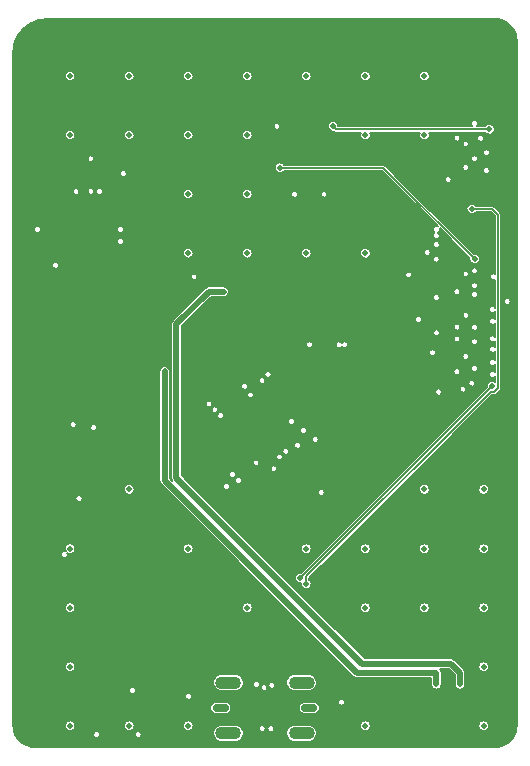
<source format=gbr>
%TF.GenerationSoftware,KiCad,Pcbnew,6.0.11-2627ca5db0~126~ubuntu22.04.1*%
%TF.CreationDate,2023-07-14T18:54:45-07:00*%
%TF.ProjectId,small-display,736d616c-6c2d-4646-9973-706c61792e6b,rev?*%
%TF.SameCoordinates,Original*%
%TF.FileFunction,Copper,L3,Inr*%
%TF.FilePolarity,Positive*%
%FSLAX46Y46*%
G04 Gerber Fmt 4.6, Leading zero omitted, Abs format (unit mm)*
G04 Created by KiCad (PCBNEW 6.0.11-2627ca5db0~126~ubuntu22.04.1) date 2023-07-14 18:54:45*
%MOMM*%
%LPD*%
G01*
G04 APERTURE LIST*
%TA.AperFunction,ComponentPad*%
%ADD10O,2.200000X1.100000*%
%TD*%
%TA.AperFunction,ComponentPad*%
%ADD11O,1.400000X0.700000*%
%TD*%
%TA.AperFunction,ViaPad*%
%ADD12C,0.500000*%
%TD*%
%TA.AperFunction,Conductor*%
%ADD13C,0.130000*%
%TD*%
%TA.AperFunction,Conductor*%
%ADD14C,0.200000*%
%TD*%
%TA.AperFunction,Conductor*%
%ADD15C,0.500000*%
%TD*%
G04 APERTURE END LIST*
D10*
%TO.N,GND*%
%TO.C,J1*%
X18400000Y-56350000D03*
X24600000Y-56350000D03*
D11*
X25250000Y-58500000D03*
D10*
X24600000Y-60650000D03*
X18400000Y-60650000D03*
D11*
X17750000Y-58500000D03*
%TD*%
D12*
%TO.N,PI_nLED_Activity*%
X24500000Y-47500000D03*
X40750000Y-31250000D03*
%TO.N,nPWR_LED*%
X39000000Y-16250000D03*
X25000000Y-48000000D03*
%TO.N,/SD_PWR*%
X27250000Y-9250000D03*
X40500000Y-9500000D03*
%TO.N,GND*%
X40000000Y-55000000D03*
X10000000Y-40000000D03*
X5000000Y-55000000D03*
X40000000Y-60000000D03*
X25000000Y-45000000D03*
X15000000Y-15000000D03*
X40000000Y-50000000D03*
X5000000Y-60000000D03*
X30000000Y-5000000D03*
X15000000Y-10000000D03*
X20000000Y-50000000D03*
X30000000Y-45000000D03*
X5000000Y-50000000D03*
X35000000Y-50000000D03*
X5000000Y-5000000D03*
X30000000Y-10000000D03*
X20000000Y-15000000D03*
X15000000Y-5000000D03*
X20000000Y-5000000D03*
X40000000Y-45000000D03*
X10000000Y-10000000D03*
X35000000Y-10000000D03*
X20000000Y-20000000D03*
X15000000Y-20000000D03*
X15000000Y-45000000D03*
X40000000Y-40000000D03*
X30000000Y-20000000D03*
X10000000Y-5000000D03*
X10000000Y-60000000D03*
X25000000Y-20000000D03*
X20000000Y-10000000D03*
X15000000Y-60000000D03*
X30000000Y-50000000D03*
X5000000Y-10000000D03*
X35000000Y-40000000D03*
X35000000Y-5000000D03*
X25000000Y-5000000D03*
X30000000Y-60000000D03*
X35000000Y-45000000D03*
X5000000Y-45000000D03*
%TO.N,SD_PWR_ON*%
X39250000Y-20500000D03*
X22750000Y-12750000D03*
%TO.N,+5V*%
X17500000Y-25750000D03*
X40750000Y-19250000D03*
X20250000Y-60000000D03*
X22750000Y-60000000D03*
X39250000Y-19750000D03*
X40750000Y-18250000D03*
X7250000Y-45500000D03*
X20250000Y-57000000D03*
X39250000Y-18000000D03*
X18000000Y-25750000D03*
X17000000Y-25750000D03*
X22750000Y-57000000D03*
X40750000Y-20250000D03*
X39250000Y-19000000D03*
%TO.N,/LED_A*%
X36000000Y-56000000D03*
X36000000Y-55500000D03*
X13000000Y-30500000D03*
X13000000Y-31000000D03*
X13000000Y-30000000D03*
X36000000Y-56500000D03*
%TO.N,Net-(L1-Pad1)*%
X17000000Y-23250000D03*
X38000000Y-56000000D03*
X38000000Y-55500000D03*
X38000000Y-56500000D03*
X17500000Y-23250000D03*
X18000000Y-23250000D03*
%TD*%
D13*
%TO.N,PI_nLED_Activity*%
X24500000Y-47500000D02*
X40750000Y-31250000D01*
%TO.N,nPWR_LED*%
X41250000Y-31421985D02*
X41250000Y-29000000D01*
X40921985Y-31750000D02*
X41250000Y-31421985D01*
X40617696Y-31750000D02*
X40921985Y-31750000D01*
X41250000Y-29093970D02*
X41250000Y-16750000D01*
X25000000Y-48000000D02*
X25000000Y-47367696D01*
X40750000Y-16250000D02*
X39000000Y-16250000D01*
X25000000Y-47367696D02*
X40617696Y-31750000D01*
X41250000Y-16750000D02*
X40750000Y-16250000D01*
D14*
%TO.N,/SD_PWR*%
X27500000Y-9500000D02*
X27250000Y-9250000D01*
X40500000Y-9500000D02*
X27500000Y-9500000D01*
D13*
%TO.N,SD_PWR_ON*%
X39250000Y-20500000D02*
X31500000Y-12750000D01*
X31500000Y-12750000D02*
X22750000Y-12750000D01*
D15*
%TO.N,/LED_A*%
X29250000Y-55500000D02*
X36000000Y-55500000D01*
X36000000Y-55500000D02*
X36000000Y-56500000D01*
X13000000Y-31000000D02*
X13000000Y-39250000D01*
X13000000Y-39250000D02*
X29250000Y-55500000D01*
X13000000Y-31000000D02*
X13000000Y-30000000D01*
%TO.N,Net-(L1-Pad1)*%
X18000000Y-23250000D02*
X17000000Y-23250000D01*
X14000000Y-26000000D02*
X14000000Y-39000000D01*
X37250000Y-54750000D02*
X38000000Y-55500000D01*
X38000000Y-55500000D02*
X38000000Y-56500000D01*
X29750000Y-54750000D02*
X37250000Y-54750000D01*
X16750000Y-23250000D02*
X14000000Y-26000000D01*
X17000000Y-23250000D02*
X16750000Y-23250000D01*
X14000000Y-39000000D02*
X29750000Y-54750000D01*
%TD*%
%TO.N,+5V*%
D13*
X40983435Y-196923D02*
X41016564Y-196923D01*
X41020162Y-195959D01*
X41235649Y-210083D01*
X41467258Y-256153D01*
X41690883Y-332063D01*
X41902686Y-436513D01*
X42099032Y-567708D01*
X42276584Y-723416D01*
X42432292Y-900968D01*
X42563487Y-1097314D01*
X42667937Y-1309117D01*
X42743847Y-1532742D01*
X42789917Y-1764351D01*
X42804041Y-1979838D01*
X42803077Y-1983436D01*
X42803077Y-2016565D01*
X42805500Y-2025608D01*
X42805500Y-59974392D01*
X42803077Y-59983435D01*
X42803077Y-60016564D01*
X42804041Y-60020162D01*
X42789917Y-60235649D01*
X42743847Y-60467258D01*
X42667937Y-60690883D01*
X42563487Y-60902686D01*
X42432292Y-61099032D01*
X42276584Y-61276584D01*
X42099032Y-61432292D01*
X41902686Y-61563487D01*
X41690883Y-61667937D01*
X41467258Y-61743847D01*
X41235649Y-61789917D01*
X41020162Y-61804041D01*
X41016564Y-61803077D01*
X40983435Y-61803077D01*
X40974392Y-61805500D01*
X2025608Y-61805500D01*
X2016565Y-61803077D01*
X1983436Y-61803077D01*
X1979838Y-61804041D01*
X1764351Y-61789917D01*
X1532742Y-61743847D01*
X1309117Y-61667937D01*
X1097314Y-61563487D01*
X900968Y-61432292D01*
X723416Y-61276584D01*
X567708Y-61099032D01*
X436513Y-60902686D01*
X367374Y-60762486D01*
X6952214Y-60762486D01*
X6970104Y-60852423D01*
X6979660Y-60875494D01*
X7030605Y-60951738D01*
X7048262Y-60969395D01*
X7124506Y-61020340D01*
X7147577Y-61029896D01*
X7237514Y-61047786D01*
X7262486Y-61047786D01*
X7352423Y-61029896D01*
X7375494Y-61020340D01*
X7451738Y-60969395D01*
X7469395Y-60951738D01*
X7520340Y-60875494D01*
X7529896Y-60852423D01*
X7547786Y-60762486D01*
X10452214Y-60762486D01*
X10470104Y-60852423D01*
X10479660Y-60875494D01*
X10530605Y-60951738D01*
X10548262Y-60969395D01*
X10624506Y-61020340D01*
X10647577Y-61029896D01*
X10737514Y-61047786D01*
X10762486Y-61047786D01*
X10852423Y-61029896D01*
X10875494Y-61020340D01*
X10951738Y-60969395D01*
X10969395Y-60951738D01*
X11020340Y-60875494D01*
X11029896Y-60852423D01*
X11047786Y-60762486D01*
X11047786Y-60737514D01*
X11045984Y-60728454D01*
X17105046Y-60728454D01*
X17106813Y-60743729D01*
X17145263Y-60903885D01*
X17150623Y-60918299D01*
X17226166Y-61064661D01*
X17234810Y-61077379D01*
X17343084Y-61201496D01*
X17354512Y-61211785D01*
X17489267Y-61306493D01*
X17502819Y-61313760D01*
X17656276Y-61373590D01*
X17671171Y-61377415D01*
X17796793Y-61393953D01*
X17805146Y-61394500D01*
X18991302Y-61394500D01*
X18998991Y-61394036D01*
X19121203Y-61379247D01*
X19136136Y-61375579D01*
X19290211Y-61317359D01*
X19303839Y-61310235D01*
X19439578Y-61216944D01*
X19451113Y-61206775D01*
X19560681Y-61083798D01*
X19569457Y-61071171D01*
X19646529Y-60925609D01*
X19652040Y-60911252D01*
X19692165Y-60751507D01*
X19694092Y-60736251D01*
X19694133Y-60728454D01*
X23305046Y-60728454D01*
X23306813Y-60743729D01*
X23345263Y-60903885D01*
X23350623Y-60918299D01*
X23426166Y-61064661D01*
X23434810Y-61077379D01*
X23543084Y-61201496D01*
X23554512Y-61211785D01*
X23689267Y-61306493D01*
X23702819Y-61313760D01*
X23856276Y-61373590D01*
X23871171Y-61377415D01*
X23996793Y-61393953D01*
X24005146Y-61394500D01*
X25191302Y-61394500D01*
X25198991Y-61394036D01*
X25321203Y-61379247D01*
X25336136Y-61375579D01*
X25490211Y-61317359D01*
X25503839Y-61310235D01*
X25639578Y-61216944D01*
X25651113Y-61206775D01*
X25760681Y-61083798D01*
X25769457Y-61071171D01*
X25846529Y-60925609D01*
X25852040Y-60911252D01*
X25892165Y-60751507D01*
X25894092Y-60736251D01*
X25894954Y-60571546D01*
X25893187Y-60556271D01*
X25854737Y-60396115D01*
X25849377Y-60381701D01*
X25773834Y-60235339D01*
X25765190Y-60222621D01*
X25656916Y-60098504D01*
X25645488Y-60088215D01*
X25534217Y-60010012D01*
X29551545Y-60010012D01*
X29570400Y-60129059D01*
X29576588Y-60148103D01*
X29631308Y-60255496D01*
X29643077Y-60271695D01*
X29728305Y-60356923D01*
X29744504Y-60368692D01*
X29851897Y-60423412D01*
X29870941Y-60429600D01*
X29989988Y-60448455D01*
X30010012Y-60448455D01*
X30129059Y-60429600D01*
X30148103Y-60423412D01*
X30255496Y-60368692D01*
X30271695Y-60356923D01*
X30356923Y-60271695D01*
X30368692Y-60255496D01*
X30423412Y-60148103D01*
X30429600Y-60129059D01*
X30448455Y-60010012D01*
X39551545Y-60010012D01*
X39570400Y-60129059D01*
X39576588Y-60148103D01*
X39631308Y-60255496D01*
X39643077Y-60271695D01*
X39728305Y-60356923D01*
X39744504Y-60368692D01*
X39851897Y-60423412D01*
X39870941Y-60429600D01*
X39989988Y-60448455D01*
X40010012Y-60448455D01*
X40129059Y-60429600D01*
X40148103Y-60423412D01*
X40255496Y-60368692D01*
X40271695Y-60356923D01*
X40356923Y-60271695D01*
X40368692Y-60255496D01*
X40423412Y-60148103D01*
X40429600Y-60129059D01*
X40448455Y-60010012D01*
X40448455Y-59989988D01*
X40429600Y-59870941D01*
X40423412Y-59851897D01*
X40368692Y-59744504D01*
X40356923Y-59728305D01*
X40271695Y-59643077D01*
X40255496Y-59631308D01*
X40148103Y-59576588D01*
X40129059Y-59570400D01*
X40010012Y-59551545D01*
X39989988Y-59551545D01*
X39870941Y-59570400D01*
X39851897Y-59576588D01*
X39744504Y-59631308D01*
X39728305Y-59643077D01*
X39643077Y-59728305D01*
X39631308Y-59744504D01*
X39576588Y-59851897D01*
X39570400Y-59870941D01*
X39551545Y-59989988D01*
X39551545Y-60010012D01*
X30448455Y-60010012D01*
X30448455Y-59989988D01*
X30429600Y-59870941D01*
X30423412Y-59851897D01*
X30368692Y-59744504D01*
X30356923Y-59728305D01*
X30271695Y-59643077D01*
X30255496Y-59631308D01*
X30148103Y-59576588D01*
X30129059Y-59570400D01*
X30010012Y-59551545D01*
X29989988Y-59551545D01*
X29870941Y-59570400D01*
X29851897Y-59576588D01*
X29744504Y-59631308D01*
X29728305Y-59643077D01*
X29643077Y-59728305D01*
X29631308Y-59744504D01*
X29576588Y-59851897D01*
X29570400Y-59870941D01*
X29551545Y-59989988D01*
X29551545Y-60010012D01*
X25534217Y-60010012D01*
X25510733Y-59993507D01*
X25497181Y-59986240D01*
X25343724Y-59926410D01*
X25328829Y-59922585D01*
X25203207Y-59906047D01*
X25194854Y-59905500D01*
X24008698Y-59905500D01*
X24001009Y-59905964D01*
X23878797Y-59920753D01*
X23863864Y-59924421D01*
X23709789Y-59982641D01*
X23696161Y-59989765D01*
X23560422Y-60083056D01*
X23548887Y-60093225D01*
X23439319Y-60216202D01*
X23430543Y-60228829D01*
X23353471Y-60374391D01*
X23347960Y-60388748D01*
X23307835Y-60548493D01*
X23305908Y-60563749D01*
X23305046Y-60728454D01*
X19694133Y-60728454D01*
X19694954Y-60571546D01*
X19693187Y-60556271D01*
X19654737Y-60396115D01*
X19649377Y-60381701D01*
X19587846Y-60262486D01*
X20952214Y-60262486D01*
X20970104Y-60352423D01*
X20979660Y-60375494D01*
X21030605Y-60451738D01*
X21048262Y-60469395D01*
X21124506Y-60520340D01*
X21147577Y-60529896D01*
X21237514Y-60547786D01*
X21262486Y-60547786D01*
X21352423Y-60529896D01*
X21375494Y-60520340D01*
X21451738Y-60469395D01*
X21469395Y-60451738D01*
X21520340Y-60375494D01*
X21529896Y-60352423D01*
X21547786Y-60262486D01*
X21702214Y-60262486D01*
X21720104Y-60352423D01*
X21729660Y-60375494D01*
X21780605Y-60451738D01*
X21798262Y-60469395D01*
X21874506Y-60520340D01*
X21897577Y-60529896D01*
X21987514Y-60547786D01*
X22012486Y-60547786D01*
X22102423Y-60529896D01*
X22125494Y-60520340D01*
X22201738Y-60469395D01*
X22219395Y-60451738D01*
X22270340Y-60375494D01*
X22279896Y-60352423D01*
X22297786Y-60262486D01*
X22297786Y-60237514D01*
X22279896Y-60147577D01*
X22270340Y-60124506D01*
X22219395Y-60048262D01*
X22201738Y-60030605D01*
X22125494Y-59979660D01*
X22102423Y-59970104D01*
X22012486Y-59952214D01*
X21987514Y-59952214D01*
X21897577Y-59970104D01*
X21874506Y-59979660D01*
X21798262Y-60030605D01*
X21780605Y-60048262D01*
X21729660Y-60124506D01*
X21720104Y-60147577D01*
X21702214Y-60237514D01*
X21702214Y-60262486D01*
X21547786Y-60262486D01*
X21547786Y-60237514D01*
X21529896Y-60147577D01*
X21520340Y-60124506D01*
X21469395Y-60048262D01*
X21451738Y-60030605D01*
X21375494Y-59979660D01*
X21352423Y-59970104D01*
X21262486Y-59952214D01*
X21237514Y-59952214D01*
X21147577Y-59970104D01*
X21124506Y-59979660D01*
X21048262Y-60030605D01*
X21030605Y-60048262D01*
X20979660Y-60124506D01*
X20970104Y-60147577D01*
X20952214Y-60237514D01*
X20952214Y-60262486D01*
X19587846Y-60262486D01*
X19573834Y-60235339D01*
X19565190Y-60222621D01*
X19456916Y-60098504D01*
X19445488Y-60088215D01*
X19310733Y-59993507D01*
X19297181Y-59986240D01*
X19143724Y-59926410D01*
X19128829Y-59922585D01*
X19003207Y-59906047D01*
X18994854Y-59905500D01*
X17808698Y-59905500D01*
X17801009Y-59905964D01*
X17678797Y-59920753D01*
X17663864Y-59924421D01*
X17509789Y-59982641D01*
X17496161Y-59989765D01*
X17360422Y-60083056D01*
X17348887Y-60093225D01*
X17239319Y-60216202D01*
X17230543Y-60228829D01*
X17153471Y-60374391D01*
X17147960Y-60388748D01*
X17107835Y-60548493D01*
X17105908Y-60563749D01*
X17105046Y-60728454D01*
X11045984Y-60728454D01*
X11029896Y-60647577D01*
X11020340Y-60624506D01*
X10969395Y-60548262D01*
X10951738Y-60530605D01*
X10875494Y-60479660D01*
X10852423Y-60470104D01*
X10762486Y-60452214D01*
X10737514Y-60452214D01*
X10647577Y-60470104D01*
X10624506Y-60479660D01*
X10548262Y-60530605D01*
X10530605Y-60548262D01*
X10479660Y-60624506D01*
X10470104Y-60647577D01*
X10452214Y-60737514D01*
X10452214Y-60762486D01*
X7547786Y-60762486D01*
X7547786Y-60737514D01*
X7529896Y-60647577D01*
X7520340Y-60624506D01*
X7469395Y-60548262D01*
X7451738Y-60530605D01*
X7375494Y-60479660D01*
X7352423Y-60470104D01*
X7262486Y-60452214D01*
X7237514Y-60452214D01*
X7147577Y-60470104D01*
X7124506Y-60479660D01*
X7048262Y-60530605D01*
X7030605Y-60548262D01*
X6979660Y-60624506D01*
X6970104Y-60647577D01*
X6952214Y-60737514D01*
X6952214Y-60762486D01*
X367374Y-60762486D01*
X332063Y-60690883D01*
X256153Y-60467258D01*
X210083Y-60235649D01*
X195959Y-60020162D01*
X196923Y-60016564D01*
X196923Y-60010012D01*
X4551545Y-60010012D01*
X4570400Y-60129059D01*
X4576588Y-60148103D01*
X4631308Y-60255496D01*
X4643077Y-60271695D01*
X4728305Y-60356923D01*
X4744504Y-60368692D01*
X4851897Y-60423412D01*
X4870941Y-60429600D01*
X4989988Y-60448455D01*
X5010012Y-60448455D01*
X5129059Y-60429600D01*
X5148103Y-60423412D01*
X5255496Y-60368692D01*
X5271695Y-60356923D01*
X5356923Y-60271695D01*
X5368692Y-60255496D01*
X5423412Y-60148103D01*
X5429600Y-60129059D01*
X5448455Y-60010012D01*
X9551545Y-60010012D01*
X9570400Y-60129059D01*
X9576588Y-60148103D01*
X9631308Y-60255496D01*
X9643077Y-60271695D01*
X9728305Y-60356923D01*
X9744504Y-60368692D01*
X9851897Y-60423412D01*
X9870941Y-60429600D01*
X9989988Y-60448455D01*
X10010012Y-60448455D01*
X10129059Y-60429600D01*
X10148103Y-60423412D01*
X10255496Y-60368692D01*
X10271695Y-60356923D01*
X10356923Y-60271695D01*
X10368692Y-60255496D01*
X10423412Y-60148103D01*
X10429600Y-60129059D01*
X10448455Y-60010012D01*
X14551545Y-60010012D01*
X14570400Y-60129059D01*
X14576588Y-60148103D01*
X14631308Y-60255496D01*
X14643077Y-60271695D01*
X14728305Y-60356923D01*
X14744504Y-60368692D01*
X14851897Y-60423412D01*
X14870941Y-60429600D01*
X14989988Y-60448455D01*
X15010012Y-60448455D01*
X15129059Y-60429600D01*
X15148103Y-60423412D01*
X15255496Y-60368692D01*
X15271695Y-60356923D01*
X15356923Y-60271695D01*
X15368692Y-60255496D01*
X15423412Y-60148103D01*
X15429600Y-60129059D01*
X15448455Y-60010012D01*
X15448455Y-59989988D01*
X15429600Y-59870941D01*
X15423412Y-59851897D01*
X15368692Y-59744504D01*
X15356923Y-59728305D01*
X15271695Y-59643077D01*
X15255496Y-59631308D01*
X15148103Y-59576588D01*
X15129059Y-59570400D01*
X15010012Y-59551545D01*
X14989988Y-59551545D01*
X14870941Y-59570400D01*
X14851897Y-59576588D01*
X14744504Y-59631308D01*
X14728305Y-59643077D01*
X14643077Y-59728305D01*
X14631308Y-59744504D01*
X14576588Y-59851897D01*
X14570400Y-59870941D01*
X14551545Y-59989988D01*
X14551545Y-60010012D01*
X10448455Y-60010012D01*
X10448455Y-59989988D01*
X10429600Y-59870941D01*
X10423412Y-59851897D01*
X10368692Y-59744504D01*
X10356923Y-59728305D01*
X10271695Y-59643077D01*
X10255496Y-59631308D01*
X10148103Y-59576588D01*
X10129059Y-59570400D01*
X10010012Y-59551545D01*
X9989988Y-59551545D01*
X9870941Y-59570400D01*
X9851897Y-59576588D01*
X9744504Y-59631308D01*
X9728305Y-59643077D01*
X9643077Y-59728305D01*
X9631308Y-59744504D01*
X9576588Y-59851897D01*
X9570400Y-59870941D01*
X9551545Y-59989988D01*
X9551545Y-60010012D01*
X5448455Y-60010012D01*
X5448455Y-59989988D01*
X5429600Y-59870941D01*
X5423412Y-59851897D01*
X5368692Y-59744504D01*
X5356923Y-59728305D01*
X5271695Y-59643077D01*
X5255496Y-59631308D01*
X5148103Y-59576588D01*
X5129059Y-59570400D01*
X5010012Y-59551545D01*
X4989988Y-59551545D01*
X4870941Y-59570400D01*
X4851897Y-59576588D01*
X4744504Y-59631308D01*
X4728305Y-59643077D01*
X4643077Y-59728305D01*
X4631308Y-59744504D01*
X4576588Y-59851897D01*
X4570400Y-59870941D01*
X4551545Y-59989988D01*
X4551545Y-60010012D01*
X196923Y-60010012D01*
X196923Y-59983435D01*
X194500Y-59974392D01*
X194500Y-58565491D01*
X16855051Y-58565491D01*
X16857514Y-58583469D01*
X16895337Y-58715807D01*
X16902746Y-58732371D01*
X16976191Y-58848775D01*
X16987952Y-58862594D01*
X17091116Y-58953705D01*
X17106282Y-58963668D01*
X17230871Y-59022163D01*
X17248225Y-59027468D01*
X17352720Y-59043738D01*
X17362566Y-59044500D01*
X18134502Y-59044500D01*
X18143575Y-59043854D01*
X18245320Y-59029283D01*
X18262737Y-59024190D01*
X18388031Y-58967222D01*
X18403317Y-58957445D01*
X18507587Y-58867601D01*
X18519517Y-58853927D01*
X18594378Y-58738429D01*
X18601989Y-58721957D01*
X18641426Y-58590091D01*
X18644108Y-58572144D01*
X18644149Y-58565491D01*
X24355051Y-58565491D01*
X24357514Y-58583469D01*
X24395337Y-58715807D01*
X24402746Y-58732371D01*
X24476191Y-58848775D01*
X24487952Y-58862594D01*
X24591116Y-58953705D01*
X24606282Y-58963668D01*
X24730871Y-59022163D01*
X24748225Y-59027468D01*
X24852720Y-59043738D01*
X24862566Y-59044500D01*
X25634502Y-59044500D01*
X25643575Y-59043854D01*
X25745320Y-59029283D01*
X25762737Y-59024190D01*
X25888031Y-58967222D01*
X25903317Y-58957445D01*
X26007587Y-58867601D01*
X26019517Y-58853927D01*
X26094378Y-58738429D01*
X26101989Y-58721957D01*
X26141426Y-58590091D01*
X26144108Y-58572144D01*
X26144949Y-58434509D01*
X26142486Y-58416531D01*
X26104663Y-58284193D01*
X26097254Y-58267629D01*
X26023809Y-58151225D01*
X26012048Y-58137406D01*
X25908884Y-58046295D01*
X25893718Y-58036332D01*
X25842928Y-58012486D01*
X27662214Y-58012486D01*
X27680104Y-58102423D01*
X27689660Y-58125494D01*
X27740605Y-58201738D01*
X27758262Y-58219395D01*
X27834506Y-58270340D01*
X27857577Y-58279896D01*
X27947514Y-58297786D01*
X27972486Y-58297786D01*
X28062423Y-58279896D01*
X28085494Y-58270340D01*
X28161738Y-58219395D01*
X28179395Y-58201738D01*
X28230340Y-58125494D01*
X28239896Y-58102423D01*
X28257786Y-58012486D01*
X28257786Y-57987514D01*
X28239896Y-57897577D01*
X28230340Y-57874506D01*
X28179395Y-57798262D01*
X28161738Y-57780605D01*
X28085494Y-57729660D01*
X28062423Y-57720104D01*
X27972486Y-57702214D01*
X27947514Y-57702214D01*
X27857577Y-57720104D01*
X27834506Y-57729660D01*
X27758262Y-57780605D01*
X27740605Y-57798262D01*
X27689660Y-57874506D01*
X27680104Y-57897577D01*
X27662214Y-57987514D01*
X27662214Y-58012486D01*
X25842928Y-58012486D01*
X25769129Y-57977837D01*
X25751775Y-57972532D01*
X25647280Y-57956262D01*
X25637434Y-57955500D01*
X24865498Y-57955500D01*
X24856425Y-57956146D01*
X24754680Y-57970717D01*
X24737263Y-57975810D01*
X24611969Y-58032778D01*
X24596683Y-58042555D01*
X24492413Y-58132399D01*
X24480483Y-58146073D01*
X24405622Y-58261571D01*
X24398011Y-58278043D01*
X24358574Y-58409909D01*
X24355892Y-58427856D01*
X24355051Y-58565491D01*
X18644149Y-58565491D01*
X18644949Y-58434509D01*
X18642486Y-58416531D01*
X18604663Y-58284193D01*
X18597254Y-58267629D01*
X18523809Y-58151225D01*
X18512048Y-58137406D01*
X18408884Y-58046295D01*
X18393718Y-58036332D01*
X18269129Y-57977837D01*
X18251775Y-57972532D01*
X18147280Y-57956262D01*
X18137434Y-57955500D01*
X17365498Y-57955500D01*
X17356425Y-57956146D01*
X17254680Y-57970717D01*
X17237263Y-57975810D01*
X17111969Y-58032778D01*
X17096683Y-58042555D01*
X16992413Y-58132399D01*
X16980483Y-58146073D01*
X16905622Y-58261571D01*
X16898011Y-58278043D01*
X16858574Y-58409909D01*
X16855892Y-58427856D01*
X16855051Y-58565491D01*
X194500Y-58565491D01*
X194500Y-57512486D01*
X14722214Y-57512486D01*
X14740104Y-57602423D01*
X14749660Y-57625494D01*
X14800605Y-57701738D01*
X14818262Y-57719395D01*
X14894506Y-57770340D01*
X14917577Y-57779896D01*
X15007514Y-57797786D01*
X15032486Y-57797786D01*
X15122423Y-57779896D01*
X15145494Y-57770340D01*
X15221738Y-57719395D01*
X15239395Y-57701738D01*
X15290340Y-57625494D01*
X15299896Y-57602423D01*
X15317786Y-57512486D01*
X15317786Y-57487514D01*
X15299896Y-57397577D01*
X15290340Y-57374506D01*
X15239395Y-57298262D01*
X15221738Y-57280605D01*
X15145494Y-57229660D01*
X15122423Y-57220104D01*
X15032486Y-57202214D01*
X15007514Y-57202214D01*
X14917577Y-57220104D01*
X14894506Y-57229660D01*
X14818262Y-57280605D01*
X14800605Y-57298262D01*
X14749660Y-57374506D01*
X14740104Y-57397577D01*
X14722214Y-57487514D01*
X14722214Y-57512486D01*
X194500Y-57512486D01*
X194500Y-57036236D01*
X9972214Y-57036236D01*
X9990104Y-57126173D01*
X9999660Y-57149244D01*
X10050605Y-57225488D01*
X10068262Y-57243145D01*
X10144506Y-57294090D01*
X10167577Y-57303646D01*
X10257514Y-57321536D01*
X10282486Y-57321536D01*
X10372423Y-57303646D01*
X10395494Y-57294090D01*
X10471738Y-57243145D01*
X10489395Y-57225488D01*
X10540340Y-57149244D01*
X10549896Y-57126173D01*
X10567786Y-57036236D01*
X10567786Y-57011264D01*
X10549896Y-56921327D01*
X10540340Y-56898256D01*
X10489395Y-56822012D01*
X10471738Y-56804355D01*
X10395494Y-56753410D01*
X10372423Y-56743854D01*
X10282486Y-56725964D01*
X10257514Y-56725964D01*
X10167577Y-56743854D01*
X10144506Y-56753410D01*
X10068262Y-56804355D01*
X10050605Y-56822012D01*
X9999660Y-56898256D01*
X9990104Y-56921327D01*
X9972214Y-57011264D01*
X9972214Y-57036236D01*
X194500Y-57036236D01*
X194500Y-56428454D01*
X17105046Y-56428454D01*
X17106813Y-56443729D01*
X17145263Y-56603885D01*
X17150623Y-56618299D01*
X17226166Y-56764661D01*
X17234810Y-56777379D01*
X17343084Y-56901496D01*
X17354512Y-56911785D01*
X17489267Y-57006493D01*
X17502819Y-57013760D01*
X17656276Y-57073590D01*
X17671171Y-57077415D01*
X17796793Y-57093953D01*
X17805146Y-57094500D01*
X18991302Y-57094500D01*
X18998991Y-57094036D01*
X19121203Y-57079247D01*
X19136136Y-57075579D01*
X19290211Y-57017359D01*
X19303839Y-57010235D01*
X19439578Y-56916944D01*
X19451113Y-56906775D01*
X19560681Y-56783798D01*
X19569457Y-56771171D01*
X19646529Y-56625609D01*
X19652040Y-56611252D01*
X19676848Y-56512486D01*
X20470537Y-56512486D01*
X20488427Y-56602423D01*
X20497983Y-56625494D01*
X20548928Y-56701738D01*
X20566585Y-56719395D01*
X20642829Y-56770340D01*
X20665900Y-56779896D01*
X20755837Y-56797786D01*
X20780809Y-56797786D01*
X20870746Y-56779896D01*
X20893817Y-56770340D01*
X20912439Y-56757897D01*
X21118800Y-56757897D01*
X21136690Y-56847834D01*
X21146246Y-56870905D01*
X21197191Y-56947149D01*
X21214848Y-56964806D01*
X21291092Y-57015751D01*
X21314163Y-57025307D01*
X21404100Y-57043197D01*
X21429072Y-57043197D01*
X21519009Y-57025307D01*
X21542080Y-57015751D01*
X21618324Y-56964806D01*
X21635981Y-56947149D01*
X21686926Y-56870905D01*
X21696482Y-56847834D01*
X21714372Y-56757897D01*
X21714372Y-56732925D01*
X21696482Y-56642988D01*
X21686926Y-56619917D01*
X21658113Y-56576795D01*
X21766523Y-56576795D01*
X21784413Y-56666732D01*
X21793969Y-56689803D01*
X21844914Y-56766047D01*
X21862571Y-56783704D01*
X21938815Y-56834649D01*
X21961886Y-56844205D01*
X22051823Y-56862095D01*
X22076795Y-56862095D01*
X22166732Y-56844205D01*
X22189803Y-56834649D01*
X22266047Y-56783704D01*
X22283704Y-56766047D01*
X22334649Y-56689803D01*
X22344205Y-56666732D01*
X22362095Y-56576795D01*
X22362095Y-56551823D01*
X22344205Y-56461886D01*
X22334649Y-56438815D01*
X22327726Y-56428454D01*
X23305046Y-56428454D01*
X23306813Y-56443729D01*
X23345263Y-56603885D01*
X23350623Y-56618299D01*
X23426166Y-56764661D01*
X23434810Y-56777379D01*
X23543084Y-56901496D01*
X23554512Y-56911785D01*
X23689267Y-57006493D01*
X23702819Y-57013760D01*
X23856276Y-57073590D01*
X23871171Y-57077415D01*
X23996793Y-57093953D01*
X24005146Y-57094500D01*
X25191302Y-57094500D01*
X25198991Y-57094036D01*
X25321203Y-57079247D01*
X25336136Y-57075579D01*
X25490211Y-57017359D01*
X25503839Y-57010235D01*
X25639578Y-56916944D01*
X25651113Y-56906775D01*
X25760681Y-56783798D01*
X25769457Y-56771171D01*
X25846529Y-56625609D01*
X25852040Y-56611252D01*
X25892165Y-56451507D01*
X25894092Y-56436251D01*
X25894954Y-56271546D01*
X25893187Y-56256271D01*
X25854737Y-56096115D01*
X25849377Y-56081701D01*
X25773834Y-55935339D01*
X25765190Y-55922621D01*
X25656916Y-55798504D01*
X25645488Y-55788215D01*
X25510733Y-55693507D01*
X25497181Y-55686240D01*
X25343724Y-55626410D01*
X25328829Y-55622585D01*
X25203207Y-55606047D01*
X25194854Y-55605500D01*
X24008698Y-55605500D01*
X24001009Y-55605964D01*
X23878797Y-55620753D01*
X23863864Y-55624421D01*
X23709789Y-55682641D01*
X23696161Y-55689765D01*
X23560422Y-55783056D01*
X23548887Y-55793225D01*
X23439319Y-55916202D01*
X23430543Y-55928829D01*
X23353471Y-56074391D01*
X23347960Y-56088748D01*
X23307835Y-56248493D01*
X23305908Y-56263749D01*
X23305046Y-56428454D01*
X22327726Y-56428454D01*
X22283704Y-56362571D01*
X22266047Y-56344914D01*
X22189803Y-56293969D01*
X22166732Y-56284413D01*
X22076795Y-56266523D01*
X22051823Y-56266523D01*
X21961886Y-56284413D01*
X21938815Y-56293969D01*
X21862571Y-56344914D01*
X21844914Y-56362571D01*
X21793969Y-56438815D01*
X21784413Y-56461886D01*
X21766523Y-56551823D01*
X21766523Y-56576795D01*
X21658113Y-56576795D01*
X21635981Y-56543673D01*
X21618324Y-56526016D01*
X21542080Y-56475071D01*
X21519009Y-56465515D01*
X21429072Y-56447625D01*
X21404100Y-56447625D01*
X21314163Y-56465515D01*
X21291092Y-56475071D01*
X21214848Y-56526016D01*
X21197191Y-56543673D01*
X21146246Y-56619917D01*
X21136690Y-56642988D01*
X21118800Y-56732925D01*
X21118800Y-56757897D01*
X20912439Y-56757897D01*
X20970061Y-56719395D01*
X20987718Y-56701738D01*
X21038663Y-56625494D01*
X21048219Y-56602423D01*
X21066109Y-56512486D01*
X21066109Y-56487514D01*
X21048219Y-56397577D01*
X21038663Y-56374506D01*
X20987718Y-56298262D01*
X20970061Y-56280605D01*
X20893817Y-56229660D01*
X20870746Y-56220104D01*
X20780809Y-56202214D01*
X20755837Y-56202214D01*
X20665900Y-56220104D01*
X20642829Y-56229660D01*
X20566585Y-56280605D01*
X20548928Y-56298262D01*
X20497983Y-56374506D01*
X20488427Y-56397577D01*
X20470537Y-56487514D01*
X20470537Y-56512486D01*
X19676848Y-56512486D01*
X19692165Y-56451507D01*
X19694092Y-56436251D01*
X19694954Y-56271546D01*
X19693187Y-56256271D01*
X19654737Y-56096115D01*
X19649377Y-56081701D01*
X19573834Y-55935339D01*
X19565190Y-55922621D01*
X19456916Y-55798504D01*
X19445488Y-55788215D01*
X19310733Y-55693507D01*
X19297181Y-55686240D01*
X19143724Y-55626410D01*
X19128829Y-55622585D01*
X19003207Y-55606047D01*
X18994854Y-55605500D01*
X17808698Y-55605500D01*
X17801009Y-55605964D01*
X17678797Y-55620753D01*
X17663864Y-55624421D01*
X17509789Y-55682641D01*
X17496161Y-55689765D01*
X17360422Y-55783056D01*
X17348887Y-55793225D01*
X17239319Y-55916202D01*
X17230543Y-55928829D01*
X17153471Y-56074391D01*
X17147960Y-56088748D01*
X17107835Y-56248493D01*
X17105908Y-56263749D01*
X17105046Y-56428454D01*
X194500Y-56428454D01*
X194500Y-55010012D01*
X4551545Y-55010012D01*
X4570400Y-55129059D01*
X4576588Y-55148103D01*
X4631308Y-55255496D01*
X4643077Y-55271695D01*
X4728305Y-55356923D01*
X4744504Y-55368692D01*
X4851897Y-55423412D01*
X4870941Y-55429600D01*
X4989988Y-55448455D01*
X5010012Y-55448455D01*
X5129059Y-55429600D01*
X5148103Y-55423412D01*
X5255496Y-55368692D01*
X5271695Y-55356923D01*
X5356923Y-55271695D01*
X5368692Y-55255496D01*
X5423412Y-55148103D01*
X5429600Y-55129059D01*
X5448455Y-55010012D01*
X5448455Y-54989988D01*
X5429600Y-54870941D01*
X5423412Y-54851897D01*
X5368692Y-54744504D01*
X5356923Y-54728305D01*
X5271695Y-54643077D01*
X5255496Y-54631308D01*
X5148103Y-54576588D01*
X5129059Y-54570400D01*
X5010012Y-54551545D01*
X4989988Y-54551545D01*
X4870941Y-54570400D01*
X4851897Y-54576588D01*
X4744504Y-54631308D01*
X4728305Y-54643077D01*
X4643077Y-54728305D01*
X4631308Y-54744504D01*
X4576588Y-54851897D01*
X4570400Y-54870941D01*
X4551545Y-54989988D01*
X4551545Y-55010012D01*
X194500Y-55010012D01*
X194500Y-50010012D01*
X4551545Y-50010012D01*
X4570400Y-50129059D01*
X4576588Y-50148103D01*
X4631308Y-50255496D01*
X4643077Y-50271695D01*
X4728305Y-50356923D01*
X4744504Y-50368692D01*
X4851897Y-50423412D01*
X4870941Y-50429600D01*
X4989988Y-50448455D01*
X5010012Y-50448455D01*
X5129059Y-50429600D01*
X5148103Y-50423412D01*
X5255496Y-50368692D01*
X5271695Y-50356923D01*
X5356923Y-50271695D01*
X5368692Y-50255496D01*
X5423412Y-50148103D01*
X5429600Y-50129059D01*
X5448455Y-50010012D01*
X19551545Y-50010012D01*
X19570400Y-50129059D01*
X19576588Y-50148103D01*
X19631308Y-50255496D01*
X19643077Y-50271695D01*
X19728305Y-50356923D01*
X19744504Y-50368692D01*
X19851897Y-50423412D01*
X19870941Y-50429600D01*
X19989988Y-50448455D01*
X20010012Y-50448455D01*
X20129059Y-50429600D01*
X20148103Y-50423412D01*
X20255496Y-50368692D01*
X20271695Y-50356923D01*
X20356923Y-50271695D01*
X20368692Y-50255496D01*
X20423412Y-50148103D01*
X20429600Y-50129059D01*
X20448455Y-50010012D01*
X20448455Y-49989988D01*
X20429600Y-49870941D01*
X20423412Y-49851897D01*
X20368692Y-49744504D01*
X20356923Y-49728305D01*
X20271695Y-49643077D01*
X20255496Y-49631308D01*
X20148103Y-49576588D01*
X20129059Y-49570400D01*
X20010012Y-49551545D01*
X19989988Y-49551545D01*
X19870941Y-49570400D01*
X19851897Y-49576588D01*
X19744504Y-49631308D01*
X19728305Y-49643077D01*
X19643077Y-49728305D01*
X19631308Y-49744504D01*
X19576588Y-49851897D01*
X19570400Y-49870941D01*
X19551545Y-49989988D01*
X19551545Y-50010012D01*
X5448455Y-50010012D01*
X5448455Y-49989988D01*
X5429600Y-49870941D01*
X5423412Y-49851897D01*
X5368692Y-49744504D01*
X5356923Y-49728305D01*
X5271695Y-49643077D01*
X5255496Y-49631308D01*
X5148103Y-49576588D01*
X5129059Y-49570400D01*
X5010012Y-49551545D01*
X4989988Y-49551545D01*
X4870941Y-49570400D01*
X4851897Y-49576588D01*
X4744504Y-49631308D01*
X4728305Y-49643077D01*
X4643077Y-49728305D01*
X4631308Y-49744504D01*
X4576588Y-49851897D01*
X4570400Y-49870941D01*
X4551545Y-49989988D01*
X4551545Y-50010012D01*
X194500Y-50010012D01*
X194500Y-45512486D01*
X4202214Y-45512486D01*
X4220104Y-45602423D01*
X4229660Y-45625494D01*
X4280605Y-45701738D01*
X4298262Y-45719395D01*
X4374506Y-45770340D01*
X4397577Y-45779896D01*
X4487514Y-45797786D01*
X4512486Y-45797786D01*
X4602423Y-45779896D01*
X4625494Y-45770340D01*
X4701738Y-45719395D01*
X4719395Y-45701738D01*
X4770340Y-45625494D01*
X4779896Y-45602423D01*
X4797786Y-45512486D01*
X4797786Y-45487514D01*
X4779896Y-45397577D01*
X4774199Y-45383822D01*
X4851897Y-45423412D01*
X4870941Y-45429600D01*
X4989988Y-45448455D01*
X5010012Y-45448455D01*
X5129059Y-45429600D01*
X5148103Y-45423412D01*
X5255496Y-45368692D01*
X5271695Y-45356923D01*
X5356923Y-45271695D01*
X5368692Y-45255496D01*
X5423412Y-45148103D01*
X5429600Y-45129059D01*
X5448455Y-45010012D01*
X14551545Y-45010012D01*
X14570400Y-45129059D01*
X14576588Y-45148103D01*
X14631308Y-45255496D01*
X14643077Y-45271695D01*
X14728305Y-45356923D01*
X14744504Y-45368692D01*
X14851897Y-45423412D01*
X14870941Y-45429600D01*
X14989988Y-45448455D01*
X15010012Y-45448455D01*
X15129059Y-45429600D01*
X15148103Y-45423412D01*
X15255496Y-45368692D01*
X15271695Y-45356923D01*
X15356923Y-45271695D01*
X15368692Y-45255496D01*
X15423412Y-45148103D01*
X15429600Y-45129059D01*
X15448455Y-45010012D01*
X15448455Y-44989988D01*
X15429600Y-44870941D01*
X15423412Y-44851897D01*
X15368692Y-44744504D01*
X15356923Y-44728305D01*
X15271695Y-44643077D01*
X15255496Y-44631308D01*
X15148103Y-44576588D01*
X15129059Y-44570400D01*
X15010012Y-44551545D01*
X14989988Y-44551545D01*
X14870941Y-44570400D01*
X14851897Y-44576588D01*
X14744504Y-44631308D01*
X14728305Y-44643077D01*
X14643077Y-44728305D01*
X14631308Y-44744504D01*
X14576588Y-44851897D01*
X14570400Y-44870941D01*
X14551545Y-44989988D01*
X14551545Y-45010012D01*
X5448455Y-45010012D01*
X5448455Y-44989988D01*
X5429600Y-44870941D01*
X5423412Y-44851897D01*
X5368692Y-44744504D01*
X5356923Y-44728305D01*
X5271695Y-44643077D01*
X5255496Y-44631308D01*
X5148103Y-44576588D01*
X5129059Y-44570400D01*
X5010012Y-44551545D01*
X4989988Y-44551545D01*
X4870941Y-44570400D01*
X4851897Y-44576588D01*
X4744504Y-44631308D01*
X4728305Y-44643077D01*
X4643077Y-44728305D01*
X4631308Y-44744504D01*
X4576588Y-44851897D01*
X4570400Y-44870941D01*
X4551545Y-44989988D01*
X4551545Y-45010012D01*
X4570400Y-45129059D01*
X4576588Y-45148103D01*
X4616178Y-45225801D01*
X4602423Y-45220104D01*
X4512486Y-45202214D01*
X4487514Y-45202214D01*
X4397577Y-45220104D01*
X4374506Y-45229660D01*
X4298262Y-45280605D01*
X4280605Y-45298262D01*
X4229660Y-45374506D01*
X4220104Y-45397577D01*
X4202214Y-45487514D01*
X4202214Y-45512486D01*
X194500Y-45512486D01*
X194500Y-40762486D01*
X5452214Y-40762486D01*
X5470104Y-40852423D01*
X5479660Y-40875494D01*
X5530605Y-40951738D01*
X5548262Y-40969395D01*
X5624506Y-41020340D01*
X5647577Y-41029896D01*
X5737514Y-41047786D01*
X5762486Y-41047786D01*
X5852423Y-41029896D01*
X5875494Y-41020340D01*
X5951738Y-40969395D01*
X5969395Y-40951738D01*
X6020340Y-40875494D01*
X6029896Y-40852423D01*
X6047786Y-40762486D01*
X6047786Y-40737514D01*
X6029896Y-40647577D01*
X6020340Y-40624506D01*
X5969395Y-40548262D01*
X5951738Y-40530605D01*
X5875494Y-40479660D01*
X5852423Y-40470104D01*
X5762486Y-40452214D01*
X5737514Y-40452214D01*
X5647577Y-40470104D01*
X5624506Y-40479660D01*
X5548262Y-40530605D01*
X5530605Y-40548262D01*
X5479660Y-40624506D01*
X5470104Y-40647577D01*
X5452214Y-40737514D01*
X5452214Y-40762486D01*
X194500Y-40762486D01*
X194500Y-40010012D01*
X9551545Y-40010012D01*
X9570400Y-40129059D01*
X9576588Y-40148103D01*
X9631308Y-40255496D01*
X9643077Y-40271695D01*
X9728305Y-40356923D01*
X9744504Y-40368692D01*
X9851897Y-40423412D01*
X9870941Y-40429600D01*
X9989988Y-40448455D01*
X10010012Y-40448455D01*
X10129059Y-40429600D01*
X10148103Y-40423412D01*
X10255496Y-40368692D01*
X10271695Y-40356923D01*
X10356923Y-40271695D01*
X10368692Y-40255496D01*
X10423412Y-40148103D01*
X10429600Y-40129059D01*
X10448455Y-40010012D01*
X10448455Y-39989988D01*
X10429600Y-39870941D01*
X10423412Y-39851897D01*
X10368692Y-39744504D01*
X10356923Y-39728305D01*
X10271695Y-39643077D01*
X10255496Y-39631308D01*
X10148103Y-39576588D01*
X10129059Y-39570400D01*
X10010012Y-39551545D01*
X9989988Y-39551545D01*
X9870941Y-39570400D01*
X9851897Y-39576588D01*
X9744504Y-39631308D01*
X9728305Y-39643077D01*
X9643077Y-39728305D01*
X9631308Y-39744504D01*
X9576588Y-39851897D01*
X9570400Y-39870941D01*
X9551545Y-39989988D01*
X9551545Y-40010012D01*
X194500Y-40010012D01*
X194500Y-39239350D01*
X12551111Y-39239350D01*
X12555500Y-39276433D01*
X12555500Y-39281608D01*
X12556368Y-39292115D01*
X12559788Y-39312663D01*
X12566000Y-39365147D01*
X12571864Y-39385330D01*
X12571893Y-39385391D01*
X12571905Y-39385461D01*
X12578713Y-39405346D01*
X12603815Y-39451867D01*
X12626696Y-39499518D01*
X12635394Y-39512990D01*
X12638996Y-39517276D01*
X12640406Y-39518813D01*
X12651746Y-39533433D01*
X12692323Y-39570942D01*
X28902153Y-55780771D01*
X28910913Y-55794338D01*
X28925057Y-55809882D01*
X28954382Y-55833000D01*
X28958041Y-55836659D01*
X28966086Y-55843475D01*
X28983020Y-55855576D01*
X29024536Y-55888305D01*
X29042949Y-55898429D01*
X29043022Y-55898455D01*
X29043080Y-55898496D01*
X29061950Y-55907741D01*
X29112594Y-55922887D01*
X29162470Y-55940402D01*
X29178154Y-55943778D01*
X29183731Y-55944261D01*
X29185806Y-55944351D01*
X29204164Y-55946670D01*
X29259396Y-55944500D01*
X35555500Y-55944500D01*
X35555500Y-55965017D01*
X35551545Y-55989988D01*
X35551545Y-56010012D01*
X35555500Y-56034983D01*
X35555500Y-56465017D01*
X35551545Y-56489988D01*
X35551545Y-56510012D01*
X35556083Y-56538661D01*
X35556368Y-56542116D01*
X35561772Y-56574585D01*
X35570400Y-56629059D01*
X35571301Y-56631831D01*
X35571905Y-56635461D01*
X35578713Y-56655346D01*
X35606841Y-56707476D01*
X35631308Y-56755495D01*
X35636916Y-56763215D01*
X35638866Y-56766828D01*
X35651746Y-56783433D01*
X35692337Y-56820955D01*
X35728305Y-56856923D01*
X35742047Y-56866906D01*
X35744763Y-56869417D01*
X35762330Y-56880957D01*
X35809519Y-56901819D01*
X35851897Y-56923412D01*
X35870938Y-56929600D01*
X35873150Y-56929950D01*
X35878189Y-56932178D01*
X35898543Y-56937403D01*
X35946350Y-56941543D01*
X35989988Y-56948455D01*
X36010010Y-56948455D01*
X36015717Y-56947551D01*
X36024745Y-56948333D01*
X36045695Y-56946684D01*
X36088803Y-56935976D01*
X36129059Y-56929600D01*
X36148102Y-56923413D01*
X36156401Y-56919185D01*
X36168633Y-56916146D01*
X36187920Y-56907800D01*
X36222262Y-56885626D01*
X36255496Y-56868692D01*
X36271695Y-56856923D01*
X36280771Y-56847847D01*
X36294338Y-56839087D01*
X36309882Y-56824943D01*
X36333000Y-56795618D01*
X36356923Y-56771695D01*
X36368693Y-56755495D01*
X36376116Y-56740926D01*
X36388305Y-56725465D01*
X36398430Y-56707048D01*
X36409634Y-56675143D01*
X36423412Y-56648103D01*
X36429600Y-56629059D01*
X36432707Y-56609442D01*
X36440402Y-56587530D01*
X36443778Y-56571846D01*
X36444261Y-56566269D01*
X36444500Y-56560747D01*
X36444500Y-56534983D01*
X36448455Y-56510012D01*
X36448455Y-56489988D01*
X36444500Y-56465017D01*
X36444500Y-56034983D01*
X36448455Y-56010012D01*
X36448455Y-55989988D01*
X36444500Y-55965017D01*
X36444500Y-55534983D01*
X36448455Y-55510012D01*
X36448455Y-55489990D01*
X36447551Y-55484283D01*
X36448333Y-55475255D01*
X36446684Y-55454305D01*
X36435976Y-55411197D01*
X36429600Y-55370941D01*
X36428699Y-55368169D01*
X36428095Y-55364539D01*
X36421287Y-55344655D01*
X36417877Y-55338336D01*
X36416146Y-55331366D01*
X36407800Y-55312080D01*
X36385626Y-55277738D01*
X36368692Y-55244504D01*
X36363083Y-55236783D01*
X36361134Y-55233172D01*
X36348253Y-55216566D01*
X36342982Y-55211693D01*
X36339088Y-55205663D01*
X36328930Y-55194500D01*
X37065881Y-55194500D01*
X37555500Y-55684118D01*
X37555500Y-55965017D01*
X37551545Y-55989988D01*
X37551545Y-56010012D01*
X37555500Y-56034983D01*
X37555500Y-56465017D01*
X37551545Y-56489988D01*
X37551545Y-56510012D01*
X37556083Y-56538661D01*
X37556368Y-56542116D01*
X37561772Y-56574585D01*
X37570400Y-56629059D01*
X37571301Y-56631831D01*
X37571905Y-56635461D01*
X37578713Y-56655346D01*
X37606841Y-56707476D01*
X37631308Y-56755495D01*
X37636916Y-56763215D01*
X37638866Y-56766828D01*
X37651746Y-56783433D01*
X37692337Y-56820955D01*
X37728305Y-56856923D01*
X37742047Y-56866906D01*
X37744763Y-56869417D01*
X37762330Y-56880957D01*
X37809519Y-56901819D01*
X37851897Y-56923412D01*
X37870938Y-56929600D01*
X37873150Y-56929950D01*
X37878189Y-56932178D01*
X37898543Y-56937403D01*
X37946350Y-56941543D01*
X37989988Y-56948455D01*
X38010010Y-56948455D01*
X38015717Y-56947551D01*
X38024745Y-56948333D01*
X38045695Y-56946684D01*
X38088803Y-56935976D01*
X38129059Y-56929600D01*
X38148102Y-56923413D01*
X38156401Y-56919185D01*
X38168633Y-56916146D01*
X38187920Y-56907800D01*
X38222262Y-56885626D01*
X38255496Y-56868692D01*
X38271695Y-56856923D01*
X38280771Y-56847847D01*
X38294338Y-56839087D01*
X38309882Y-56824943D01*
X38333000Y-56795618D01*
X38356923Y-56771695D01*
X38368693Y-56755495D01*
X38376116Y-56740926D01*
X38388305Y-56725465D01*
X38398430Y-56707048D01*
X38409634Y-56675143D01*
X38423412Y-56648103D01*
X38429600Y-56629059D01*
X38432707Y-56609442D01*
X38440402Y-56587530D01*
X38443778Y-56571846D01*
X38444261Y-56566269D01*
X38444500Y-56560747D01*
X38444500Y-56534983D01*
X38448455Y-56510012D01*
X38448455Y-56489988D01*
X38444500Y-56465017D01*
X38444500Y-56034983D01*
X38448455Y-56010012D01*
X38448455Y-55989988D01*
X38444500Y-55965017D01*
X38444500Y-55547429D01*
X38447899Y-55531642D01*
X38448890Y-55510652D01*
X38448456Y-55506983D01*
X38448455Y-55489988D01*
X38443917Y-55461338D01*
X38443632Y-55457885D01*
X38440212Y-55437337D01*
X38434000Y-55384853D01*
X38428136Y-55364670D01*
X38428107Y-55364609D01*
X38428095Y-55364539D01*
X38421287Y-55344654D01*
X38396188Y-55298138D01*
X38373304Y-55250481D01*
X38364601Y-55237003D01*
X38360999Y-55232718D01*
X38359593Y-55231184D01*
X38348254Y-55216567D01*
X38307676Y-55179057D01*
X38138631Y-55010012D01*
X39551545Y-55010012D01*
X39570400Y-55129059D01*
X39576588Y-55148103D01*
X39631308Y-55255496D01*
X39643077Y-55271695D01*
X39728305Y-55356923D01*
X39744504Y-55368692D01*
X39851897Y-55423412D01*
X39870941Y-55429600D01*
X39989988Y-55448455D01*
X40010012Y-55448455D01*
X40129059Y-55429600D01*
X40148103Y-55423412D01*
X40255496Y-55368692D01*
X40271695Y-55356923D01*
X40356923Y-55271695D01*
X40368692Y-55255496D01*
X40423412Y-55148103D01*
X40429600Y-55129059D01*
X40448455Y-55010012D01*
X40448455Y-54989988D01*
X40429600Y-54870941D01*
X40423412Y-54851897D01*
X40368692Y-54744504D01*
X40356923Y-54728305D01*
X40271695Y-54643077D01*
X40255496Y-54631308D01*
X40148103Y-54576588D01*
X40129059Y-54570400D01*
X40010012Y-54551545D01*
X39989988Y-54551545D01*
X39870941Y-54570400D01*
X39851897Y-54576588D01*
X39744504Y-54631308D01*
X39728305Y-54643077D01*
X39643077Y-54728305D01*
X39631308Y-54744504D01*
X39576588Y-54851897D01*
X39570400Y-54870941D01*
X39551545Y-54989988D01*
X39551545Y-55010012D01*
X38138631Y-55010012D01*
X37597847Y-54469229D01*
X37589087Y-54455662D01*
X37574943Y-54440118D01*
X37545618Y-54417000D01*
X37541959Y-54413341D01*
X37533913Y-54406524D01*
X37516978Y-54394423D01*
X37475464Y-54361695D01*
X37457046Y-54351570D01*
X37456980Y-54351547D01*
X37456923Y-54351506D01*
X37438049Y-54342259D01*
X37387412Y-54327115D01*
X37337530Y-54309598D01*
X37321846Y-54306222D01*
X37316269Y-54305739D01*
X37314193Y-54305649D01*
X37295835Y-54303330D01*
X37240603Y-54305500D01*
X29934118Y-54305500D01*
X25638630Y-50010012D01*
X29551545Y-50010012D01*
X29570400Y-50129059D01*
X29576588Y-50148103D01*
X29631308Y-50255496D01*
X29643077Y-50271695D01*
X29728305Y-50356923D01*
X29744504Y-50368692D01*
X29851897Y-50423412D01*
X29870941Y-50429600D01*
X29989988Y-50448455D01*
X30010012Y-50448455D01*
X30129059Y-50429600D01*
X30148103Y-50423412D01*
X30255496Y-50368692D01*
X30271695Y-50356923D01*
X30356923Y-50271695D01*
X30368692Y-50255496D01*
X30423412Y-50148103D01*
X30429600Y-50129059D01*
X30448455Y-50010012D01*
X34551545Y-50010012D01*
X34570400Y-50129059D01*
X34576588Y-50148103D01*
X34631308Y-50255496D01*
X34643077Y-50271695D01*
X34728305Y-50356923D01*
X34744504Y-50368692D01*
X34851897Y-50423412D01*
X34870941Y-50429600D01*
X34989988Y-50448455D01*
X35010012Y-50448455D01*
X35129059Y-50429600D01*
X35148103Y-50423412D01*
X35255496Y-50368692D01*
X35271695Y-50356923D01*
X35356923Y-50271695D01*
X35368692Y-50255496D01*
X35423412Y-50148103D01*
X35429600Y-50129059D01*
X35448455Y-50010012D01*
X39551545Y-50010012D01*
X39570400Y-50129059D01*
X39576588Y-50148103D01*
X39631308Y-50255496D01*
X39643077Y-50271695D01*
X39728305Y-50356923D01*
X39744504Y-50368692D01*
X39851897Y-50423412D01*
X39870941Y-50429600D01*
X39989988Y-50448455D01*
X40010012Y-50448455D01*
X40129059Y-50429600D01*
X40148103Y-50423412D01*
X40255496Y-50368692D01*
X40271695Y-50356923D01*
X40356923Y-50271695D01*
X40368692Y-50255496D01*
X40423412Y-50148103D01*
X40429600Y-50129059D01*
X40448455Y-50010012D01*
X40448455Y-49989988D01*
X40429600Y-49870941D01*
X40423412Y-49851897D01*
X40368692Y-49744504D01*
X40356923Y-49728305D01*
X40271695Y-49643077D01*
X40255496Y-49631308D01*
X40148103Y-49576588D01*
X40129059Y-49570400D01*
X40010012Y-49551545D01*
X39989988Y-49551545D01*
X39870941Y-49570400D01*
X39851897Y-49576588D01*
X39744504Y-49631308D01*
X39728305Y-49643077D01*
X39643077Y-49728305D01*
X39631308Y-49744504D01*
X39576588Y-49851897D01*
X39570400Y-49870941D01*
X39551545Y-49989988D01*
X39551545Y-50010012D01*
X35448455Y-50010012D01*
X35448455Y-49989988D01*
X35429600Y-49870941D01*
X35423412Y-49851897D01*
X35368692Y-49744504D01*
X35356923Y-49728305D01*
X35271695Y-49643077D01*
X35255496Y-49631308D01*
X35148103Y-49576588D01*
X35129059Y-49570400D01*
X35010012Y-49551545D01*
X34989988Y-49551545D01*
X34870941Y-49570400D01*
X34851897Y-49576588D01*
X34744504Y-49631308D01*
X34728305Y-49643077D01*
X34643077Y-49728305D01*
X34631308Y-49744504D01*
X34576588Y-49851897D01*
X34570400Y-49870941D01*
X34551545Y-49989988D01*
X34551545Y-50010012D01*
X30448455Y-50010012D01*
X30448455Y-49989988D01*
X30429600Y-49870941D01*
X30423412Y-49851897D01*
X30368692Y-49744504D01*
X30356923Y-49728305D01*
X30271695Y-49643077D01*
X30255496Y-49631308D01*
X30148103Y-49576588D01*
X30129059Y-49570400D01*
X30010012Y-49551545D01*
X29989988Y-49551545D01*
X29870941Y-49570400D01*
X29851897Y-49576588D01*
X29744504Y-49631308D01*
X29728305Y-49643077D01*
X29643077Y-49728305D01*
X29631308Y-49744504D01*
X29576588Y-49851897D01*
X29570400Y-49870941D01*
X29551545Y-49989988D01*
X29551545Y-50010012D01*
X25638630Y-50010012D01*
X23138630Y-47510012D01*
X24051545Y-47510012D01*
X24070400Y-47629059D01*
X24076588Y-47648103D01*
X24131308Y-47755496D01*
X24143077Y-47771695D01*
X24228305Y-47856923D01*
X24244504Y-47868692D01*
X24351897Y-47923412D01*
X24370941Y-47929600D01*
X24489988Y-47948455D01*
X24510012Y-47948455D01*
X24559361Y-47940639D01*
X24551545Y-47989988D01*
X24551545Y-48010012D01*
X24570400Y-48129059D01*
X24576588Y-48148103D01*
X24631308Y-48255496D01*
X24643077Y-48271695D01*
X24728305Y-48356923D01*
X24744504Y-48368692D01*
X24851897Y-48423412D01*
X24870941Y-48429600D01*
X24989988Y-48448455D01*
X25010012Y-48448455D01*
X25129059Y-48429600D01*
X25148103Y-48423412D01*
X25255496Y-48368692D01*
X25271695Y-48356923D01*
X25356923Y-48271695D01*
X25368692Y-48255496D01*
X25423412Y-48148103D01*
X25429600Y-48129059D01*
X25448455Y-48010012D01*
X25448455Y-47989988D01*
X25429600Y-47870941D01*
X25423412Y-47851897D01*
X25368692Y-47744504D01*
X25356923Y-47728305D01*
X25271695Y-47643077D01*
X25259500Y-47634217D01*
X25259500Y-47475185D01*
X27724673Y-45010012D01*
X29551545Y-45010012D01*
X29570400Y-45129059D01*
X29576588Y-45148103D01*
X29631308Y-45255496D01*
X29643077Y-45271695D01*
X29728305Y-45356923D01*
X29744504Y-45368692D01*
X29851897Y-45423412D01*
X29870941Y-45429600D01*
X29989988Y-45448455D01*
X30010012Y-45448455D01*
X30129059Y-45429600D01*
X30148103Y-45423412D01*
X30255496Y-45368692D01*
X30271695Y-45356923D01*
X30356923Y-45271695D01*
X30368692Y-45255496D01*
X30423412Y-45148103D01*
X30429600Y-45129059D01*
X30448455Y-45010012D01*
X34551545Y-45010012D01*
X34570400Y-45129059D01*
X34576588Y-45148103D01*
X34631308Y-45255496D01*
X34643077Y-45271695D01*
X34728305Y-45356923D01*
X34744504Y-45368692D01*
X34851897Y-45423412D01*
X34870941Y-45429600D01*
X34989988Y-45448455D01*
X35010012Y-45448455D01*
X35129059Y-45429600D01*
X35148103Y-45423412D01*
X35255496Y-45368692D01*
X35271695Y-45356923D01*
X35356923Y-45271695D01*
X35368692Y-45255496D01*
X35423412Y-45148103D01*
X35429600Y-45129059D01*
X35448455Y-45010012D01*
X39551545Y-45010012D01*
X39570400Y-45129059D01*
X39576588Y-45148103D01*
X39631308Y-45255496D01*
X39643077Y-45271695D01*
X39728305Y-45356923D01*
X39744504Y-45368692D01*
X39851897Y-45423412D01*
X39870941Y-45429600D01*
X39989988Y-45448455D01*
X40010012Y-45448455D01*
X40129059Y-45429600D01*
X40148103Y-45423412D01*
X40255496Y-45368692D01*
X40271695Y-45356923D01*
X40356923Y-45271695D01*
X40368692Y-45255496D01*
X40423412Y-45148103D01*
X40429600Y-45129059D01*
X40448455Y-45010012D01*
X40448455Y-44989988D01*
X40429600Y-44870941D01*
X40423412Y-44851897D01*
X40368692Y-44744504D01*
X40356923Y-44728305D01*
X40271695Y-44643077D01*
X40255496Y-44631308D01*
X40148103Y-44576588D01*
X40129059Y-44570400D01*
X40010012Y-44551545D01*
X39989988Y-44551545D01*
X39870941Y-44570400D01*
X39851897Y-44576588D01*
X39744504Y-44631308D01*
X39728305Y-44643077D01*
X39643077Y-44728305D01*
X39631308Y-44744504D01*
X39576588Y-44851897D01*
X39570400Y-44870941D01*
X39551545Y-44989988D01*
X39551545Y-45010012D01*
X35448455Y-45010012D01*
X35448455Y-44989988D01*
X35429600Y-44870941D01*
X35423412Y-44851897D01*
X35368692Y-44744504D01*
X35356923Y-44728305D01*
X35271695Y-44643077D01*
X35255496Y-44631308D01*
X35148103Y-44576588D01*
X35129059Y-44570400D01*
X35010012Y-44551545D01*
X34989988Y-44551545D01*
X34870941Y-44570400D01*
X34851897Y-44576588D01*
X34744504Y-44631308D01*
X34728305Y-44643077D01*
X34643077Y-44728305D01*
X34631308Y-44744504D01*
X34576588Y-44851897D01*
X34570400Y-44870941D01*
X34551545Y-44989988D01*
X34551545Y-45010012D01*
X30448455Y-45010012D01*
X30448455Y-44989988D01*
X30429600Y-44870941D01*
X30423412Y-44851897D01*
X30368692Y-44744504D01*
X30356923Y-44728305D01*
X30271695Y-44643077D01*
X30255496Y-44631308D01*
X30148103Y-44576588D01*
X30129059Y-44570400D01*
X30010012Y-44551545D01*
X29989988Y-44551545D01*
X29870941Y-44570400D01*
X29851897Y-44576588D01*
X29744504Y-44631308D01*
X29728305Y-44643077D01*
X29643077Y-44728305D01*
X29631308Y-44744504D01*
X29576588Y-44851897D01*
X29570400Y-44870941D01*
X29551545Y-44989988D01*
X29551545Y-45010012D01*
X27724673Y-45010012D01*
X32724673Y-40010012D01*
X34551545Y-40010012D01*
X34570400Y-40129059D01*
X34576588Y-40148103D01*
X34631308Y-40255496D01*
X34643077Y-40271695D01*
X34728305Y-40356923D01*
X34744504Y-40368692D01*
X34851897Y-40423412D01*
X34870941Y-40429600D01*
X34989988Y-40448455D01*
X35010012Y-40448455D01*
X35129059Y-40429600D01*
X35148103Y-40423412D01*
X35255496Y-40368692D01*
X35271695Y-40356923D01*
X35356923Y-40271695D01*
X35368692Y-40255496D01*
X35423412Y-40148103D01*
X35429600Y-40129059D01*
X35448455Y-40010012D01*
X39551545Y-40010012D01*
X39570400Y-40129059D01*
X39576588Y-40148103D01*
X39631308Y-40255496D01*
X39643077Y-40271695D01*
X39728305Y-40356923D01*
X39744504Y-40368692D01*
X39851897Y-40423412D01*
X39870941Y-40429600D01*
X39989988Y-40448455D01*
X40010012Y-40448455D01*
X40129059Y-40429600D01*
X40148103Y-40423412D01*
X40255496Y-40368692D01*
X40271695Y-40356923D01*
X40356923Y-40271695D01*
X40368692Y-40255496D01*
X40423412Y-40148103D01*
X40429600Y-40129059D01*
X40448455Y-40010012D01*
X40448455Y-39989988D01*
X40429600Y-39870941D01*
X40423412Y-39851897D01*
X40368692Y-39744504D01*
X40356923Y-39728305D01*
X40271695Y-39643077D01*
X40255496Y-39631308D01*
X40148103Y-39576588D01*
X40129059Y-39570400D01*
X40010012Y-39551545D01*
X39989988Y-39551545D01*
X39870941Y-39570400D01*
X39851897Y-39576588D01*
X39744504Y-39631308D01*
X39728305Y-39643077D01*
X39643077Y-39728305D01*
X39631308Y-39744504D01*
X39576588Y-39851897D01*
X39570400Y-39870941D01*
X39551545Y-39989988D01*
X39551545Y-40010012D01*
X35448455Y-40010012D01*
X35448455Y-39989988D01*
X35429600Y-39870941D01*
X35423412Y-39851897D01*
X35368692Y-39744504D01*
X35356923Y-39728305D01*
X35271695Y-39643077D01*
X35255496Y-39631308D01*
X35148103Y-39576588D01*
X35129059Y-39570400D01*
X35010012Y-39551545D01*
X34989988Y-39551545D01*
X34870941Y-39570400D01*
X34851897Y-39576588D01*
X34744504Y-39631308D01*
X34728305Y-39643077D01*
X34643077Y-39728305D01*
X34631308Y-39744504D01*
X34576588Y-39851897D01*
X34570400Y-39870941D01*
X34551545Y-39989988D01*
X34551545Y-40010012D01*
X32724673Y-40010012D01*
X40725185Y-32009500D01*
X40877726Y-32009500D01*
X40878079Y-32009624D01*
X40906363Y-32012846D01*
X40936430Y-32009500D01*
X40944027Y-32009500D01*
X40958260Y-32007897D01*
X40965331Y-32006284D01*
X40995011Y-32002981D01*
X41021895Y-31993619D01*
X41022494Y-31993244D01*
X41023178Y-31993088D01*
X41048830Y-31980743D01*
X41072178Y-31962138D01*
X41078479Y-31958193D01*
X41089771Y-31949203D01*
X41095106Y-31943868D01*
X41118587Y-31925157D01*
X41136346Y-31902911D01*
X41136610Y-31902364D01*
X41402199Y-31636775D01*
X41402536Y-31636613D01*
X41424815Y-31618892D01*
X41443713Y-31595261D01*
X41449080Y-31589894D01*
X41458013Y-31578693D01*
X41461873Y-31572551D01*
X41480521Y-31549233D01*
X41492911Y-31523603D01*
X41493069Y-31522916D01*
X41493444Y-31522319D01*
X41502853Y-31495451D01*
X41506207Y-31465786D01*
X41507872Y-31458544D01*
X41509500Y-31444200D01*
X41509500Y-31436658D01*
X41512873Y-31406822D01*
X41509700Y-31378533D01*
X41509500Y-31377960D01*
X41509500Y-24101866D01*
X41702214Y-24101866D01*
X41720104Y-24191803D01*
X41729660Y-24214874D01*
X41780605Y-24291118D01*
X41798262Y-24308775D01*
X41874506Y-24359720D01*
X41897577Y-24369276D01*
X41987514Y-24387166D01*
X42012486Y-24387166D01*
X42102423Y-24369276D01*
X42125494Y-24359720D01*
X42201738Y-24308775D01*
X42219395Y-24291118D01*
X42270340Y-24214874D01*
X42279896Y-24191803D01*
X42297786Y-24101866D01*
X42297786Y-24076894D01*
X42279896Y-23986957D01*
X42270340Y-23963886D01*
X42219395Y-23887642D01*
X42201738Y-23869985D01*
X42125494Y-23819040D01*
X42102423Y-23809484D01*
X42012486Y-23791594D01*
X41987514Y-23791594D01*
X41897577Y-23809484D01*
X41874506Y-23819040D01*
X41798262Y-23869985D01*
X41780605Y-23887642D01*
X41729660Y-23963886D01*
X41720104Y-23986957D01*
X41702214Y-24076894D01*
X41702214Y-24101866D01*
X41509500Y-24101866D01*
X41509500Y-16794262D01*
X41509625Y-16793906D01*
X41512847Y-16765621D01*
X41509500Y-16735548D01*
X41509500Y-16727958D01*
X41507897Y-16713722D01*
X41506283Y-16706648D01*
X41502981Y-16676975D01*
X41493619Y-16650090D01*
X41493244Y-16649491D01*
X41493088Y-16648807D01*
X41480743Y-16623155D01*
X41462138Y-16599807D01*
X41458193Y-16593506D01*
X41449203Y-16582214D01*
X41443869Y-16576880D01*
X41425157Y-16553398D01*
X41402911Y-16535639D01*
X41402364Y-16535375D01*
X40964791Y-16097803D01*
X40964628Y-16097464D01*
X40946907Y-16075185D01*
X40923271Y-16056283D01*
X40917908Y-16050920D01*
X40906711Y-16041990D01*
X40900578Y-16038135D01*
X40877248Y-16019478D01*
X40851620Y-16007089D01*
X40850933Y-16006931D01*
X40850333Y-16006554D01*
X40823465Y-15997146D01*
X40793792Y-15993792D01*
X40786561Y-15992129D01*
X40772215Y-15990500D01*
X40764674Y-15990500D01*
X40734836Y-15987127D01*
X40706548Y-15990300D01*
X40705975Y-15990500D01*
X39365783Y-15990500D01*
X39356923Y-15978305D01*
X39271695Y-15893077D01*
X39255496Y-15881308D01*
X39148103Y-15826588D01*
X39129059Y-15820400D01*
X39010012Y-15801545D01*
X38989988Y-15801545D01*
X38870941Y-15820400D01*
X38851897Y-15826588D01*
X38744504Y-15881308D01*
X38728305Y-15893077D01*
X38643077Y-15978305D01*
X38631308Y-15994504D01*
X38576588Y-16101897D01*
X38570400Y-16120941D01*
X38551545Y-16239988D01*
X38551545Y-16260012D01*
X38570400Y-16379059D01*
X38576588Y-16398103D01*
X38631308Y-16505496D01*
X38643077Y-16521695D01*
X38728305Y-16606923D01*
X38744504Y-16618692D01*
X38851897Y-16673412D01*
X38870941Y-16679600D01*
X38989988Y-16698455D01*
X39010012Y-16698455D01*
X39129059Y-16679600D01*
X39148103Y-16673412D01*
X39255496Y-16618692D01*
X39271695Y-16606923D01*
X39356923Y-16521695D01*
X39365783Y-16509500D01*
X40642511Y-16509500D01*
X40990500Y-16857489D01*
X40990500Y-21752716D01*
X40955994Y-21729660D01*
X40932923Y-21720104D01*
X40842986Y-21702214D01*
X40818014Y-21702214D01*
X40728077Y-21720104D01*
X40705006Y-21729660D01*
X40628762Y-21780605D01*
X40611105Y-21798262D01*
X40560160Y-21874506D01*
X40550604Y-21897577D01*
X40532714Y-21987514D01*
X40532714Y-22012486D01*
X40550604Y-22102423D01*
X40560160Y-22125494D01*
X40611105Y-22201738D01*
X40628762Y-22219395D01*
X40705006Y-22270340D01*
X40728077Y-22279896D01*
X40818014Y-22297786D01*
X40842986Y-22297786D01*
X40932923Y-22279896D01*
X40955994Y-22270340D01*
X40990500Y-22247284D01*
X40990500Y-24604814D01*
X40959395Y-24558262D01*
X40941738Y-24540605D01*
X40865494Y-24489660D01*
X40842423Y-24480104D01*
X40752486Y-24462214D01*
X40727514Y-24462214D01*
X40637577Y-24480104D01*
X40614506Y-24489660D01*
X40538262Y-24540605D01*
X40520605Y-24558262D01*
X40469660Y-24634506D01*
X40460104Y-24657577D01*
X40442214Y-24747514D01*
X40442214Y-24772486D01*
X40460104Y-24862423D01*
X40469660Y-24885494D01*
X40520605Y-24961738D01*
X40538262Y-24979395D01*
X40614506Y-25030340D01*
X40637577Y-25039896D01*
X40727514Y-25057786D01*
X40752486Y-25057786D01*
X40842423Y-25039896D01*
X40865494Y-25030340D01*
X40941738Y-24979395D01*
X40959395Y-24961738D01*
X40990500Y-24915186D01*
X40990500Y-25579848D01*
X40969395Y-25548262D01*
X40951738Y-25530605D01*
X40875494Y-25479660D01*
X40852423Y-25470104D01*
X40762486Y-25452214D01*
X40737514Y-25452214D01*
X40647577Y-25470104D01*
X40624506Y-25479660D01*
X40548262Y-25530605D01*
X40530605Y-25548262D01*
X40479660Y-25624506D01*
X40470104Y-25647577D01*
X40452214Y-25737514D01*
X40452214Y-25762486D01*
X40470104Y-25852423D01*
X40479660Y-25875494D01*
X40530605Y-25951738D01*
X40548262Y-25969395D01*
X40624506Y-26020340D01*
X40647577Y-26029896D01*
X40737514Y-26047786D01*
X40762486Y-26047786D01*
X40852423Y-26029896D01*
X40875494Y-26020340D01*
X40951738Y-25969395D01*
X40969395Y-25951738D01*
X40990500Y-25920152D01*
X40990500Y-27079848D01*
X40969395Y-27048262D01*
X40951738Y-27030605D01*
X40875494Y-26979660D01*
X40852423Y-26970104D01*
X40762486Y-26952214D01*
X40737514Y-26952214D01*
X40647577Y-26970104D01*
X40624506Y-26979660D01*
X40548262Y-27030605D01*
X40530605Y-27048262D01*
X40479660Y-27124506D01*
X40470104Y-27147577D01*
X40452214Y-27237514D01*
X40452214Y-27262486D01*
X40470104Y-27352423D01*
X40479660Y-27375494D01*
X40530605Y-27451738D01*
X40548262Y-27469395D01*
X40624506Y-27520340D01*
X40647577Y-27529896D01*
X40737514Y-27547786D01*
X40762486Y-27547786D01*
X40852423Y-27529896D01*
X40875494Y-27520340D01*
X40951738Y-27469395D01*
X40969395Y-27451738D01*
X40990500Y-27420152D01*
X40990500Y-27949348D01*
X40969395Y-27917762D01*
X40951738Y-27900105D01*
X40875494Y-27849160D01*
X40852423Y-27839604D01*
X40762486Y-27821714D01*
X40737514Y-27821714D01*
X40647577Y-27839604D01*
X40624506Y-27849160D01*
X40548262Y-27900105D01*
X40530605Y-27917762D01*
X40479660Y-27994006D01*
X40470104Y-28017077D01*
X40452214Y-28107014D01*
X40452214Y-28131986D01*
X40470104Y-28221923D01*
X40479660Y-28244994D01*
X40530605Y-28321238D01*
X40548262Y-28338895D01*
X40624506Y-28389840D01*
X40647577Y-28399396D01*
X40737514Y-28417286D01*
X40762486Y-28417286D01*
X40852423Y-28399396D01*
X40875494Y-28389840D01*
X40951738Y-28338895D01*
X40969395Y-28321238D01*
X40990500Y-28289652D01*
X40990500Y-29079848D01*
X40969395Y-29048262D01*
X40951738Y-29030605D01*
X40875494Y-28979660D01*
X40852423Y-28970104D01*
X40762486Y-28952214D01*
X40737514Y-28952214D01*
X40647577Y-28970104D01*
X40624506Y-28979660D01*
X40548262Y-29030605D01*
X40530605Y-29048262D01*
X40479660Y-29124506D01*
X40470104Y-29147577D01*
X40452214Y-29237514D01*
X40452214Y-29262486D01*
X40470104Y-29352423D01*
X40479660Y-29375494D01*
X40530605Y-29451738D01*
X40548262Y-29469395D01*
X40624506Y-29520340D01*
X40647577Y-29529896D01*
X40737514Y-29547786D01*
X40762486Y-29547786D01*
X40852423Y-29529896D01*
X40875494Y-29520340D01*
X40951738Y-29469395D01*
X40969395Y-29451738D01*
X40990500Y-29420152D01*
X40990500Y-30079848D01*
X40969395Y-30048262D01*
X40951738Y-30030605D01*
X40875494Y-29979660D01*
X40852423Y-29970104D01*
X40762486Y-29952214D01*
X40737514Y-29952214D01*
X40647577Y-29970104D01*
X40624506Y-29979660D01*
X40548262Y-30030605D01*
X40530605Y-30048262D01*
X40479660Y-30124506D01*
X40470104Y-30147577D01*
X40452214Y-30237514D01*
X40452214Y-30262486D01*
X40470104Y-30352423D01*
X40479660Y-30375494D01*
X40530605Y-30451738D01*
X40548262Y-30469395D01*
X40624506Y-30520340D01*
X40647577Y-30529896D01*
X40737514Y-30547786D01*
X40762486Y-30547786D01*
X40852423Y-30529896D01*
X40875494Y-30520340D01*
X40951738Y-30469395D01*
X40969395Y-30451738D01*
X40990500Y-30420152D01*
X40990500Y-30873667D01*
X40898103Y-30826588D01*
X40879059Y-30820400D01*
X40760012Y-30801545D01*
X40739988Y-30801545D01*
X40620941Y-30820400D01*
X40601897Y-30826588D01*
X40494504Y-30881308D01*
X40478305Y-30893077D01*
X40393077Y-30978305D01*
X40381308Y-30994504D01*
X40326588Y-31101897D01*
X40320400Y-31120941D01*
X40301545Y-31239988D01*
X40301545Y-31260012D01*
X40311315Y-31321697D01*
X24571697Y-47061315D01*
X24510012Y-47051545D01*
X24489988Y-47051545D01*
X24370941Y-47070400D01*
X24351897Y-47076588D01*
X24244504Y-47131308D01*
X24228305Y-47143077D01*
X24143077Y-47228305D01*
X24131308Y-47244504D01*
X24076588Y-47351897D01*
X24070400Y-47370941D01*
X24051545Y-47489988D01*
X24051545Y-47510012D01*
X23138630Y-47510012D01*
X20638630Y-45010012D01*
X24551545Y-45010012D01*
X24570400Y-45129059D01*
X24576588Y-45148103D01*
X24631308Y-45255496D01*
X24643077Y-45271695D01*
X24728305Y-45356923D01*
X24744504Y-45368692D01*
X24851897Y-45423412D01*
X24870941Y-45429600D01*
X24989988Y-45448455D01*
X25010012Y-45448455D01*
X25129059Y-45429600D01*
X25148103Y-45423412D01*
X25255496Y-45368692D01*
X25271695Y-45356923D01*
X25356923Y-45271695D01*
X25368692Y-45255496D01*
X25423412Y-45148103D01*
X25429600Y-45129059D01*
X25448455Y-45010012D01*
X25448455Y-44989988D01*
X25429600Y-44870941D01*
X25423412Y-44851897D01*
X25368692Y-44744504D01*
X25356923Y-44728305D01*
X25271695Y-44643077D01*
X25255496Y-44631308D01*
X25148103Y-44576588D01*
X25129059Y-44570400D01*
X25010012Y-44551545D01*
X24989988Y-44551545D01*
X24870941Y-44570400D01*
X24851897Y-44576588D01*
X24744504Y-44631308D01*
X24728305Y-44643077D01*
X24643077Y-44728305D01*
X24631308Y-44744504D01*
X24576588Y-44851897D01*
X24570400Y-44870941D01*
X24551545Y-44989988D01*
X24551545Y-45010012D01*
X20638630Y-45010012D01*
X15891104Y-40262486D01*
X25952214Y-40262486D01*
X25970104Y-40352423D01*
X25979660Y-40375494D01*
X26030605Y-40451738D01*
X26048262Y-40469395D01*
X26124506Y-40520340D01*
X26147577Y-40529896D01*
X26237514Y-40547786D01*
X26262486Y-40547786D01*
X26352423Y-40529896D01*
X26375494Y-40520340D01*
X26451738Y-40469395D01*
X26469395Y-40451738D01*
X26520340Y-40375494D01*
X26529896Y-40352423D01*
X26547786Y-40262486D01*
X26547786Y-40237514D01*
X26529896Y-40147577D01*
X26520340Y-40124506D01*
X26469395Y-40048262D01*
X26451738Y-40030605D01*
X26375494Y-39979660D01*
X26352423Y-39970104D01*
X26262486Y-39952214D01*
X26237514Y-39952214D01*
X26147577Y-39970104D01*
X26124506Y-39979660D01*
X26048262Y-40030605D01*
X26030605Y-40048262D01*
X25979660Y-40124506D01*
X25970104Y-40147577D01*
X25952214Y-40237514D01*
X25952214Y-40262486D01*
X15891104Y-40262486D01*
X15391104Y-39762486D01*
X17952214Y-39762486D01*
X17970104Y-39852423D01*
X17979660Y-39875494D01*
X18030605Y-39951738D01*
X18048262Y-39969395D01*
X18124506Y-40020340D01*
X18147577Y-40029896D01*
X18237514Y-40047786D01*
X18262486Y-40047786D01*
X18352423Y-40029896D01*
X18375494Y-40020340D01*
X18451738Y-39969395D01*
X18469395Y-39951738D01*
X18520340Y-39875494D01*
X18529896Y-39852423D01*
X18547786Y-39762486D01*
X18547786Y-39737514D01*
X18529896Y-39647577D01*
X18520340Y-39624506D01*
X18469395Y-39548262D01*
X18451738Y-39530605D01*
X18375494Y-39479660D01*
X18352423Y-39470104D01*
X18262486Y-39452214D01*
X18237514Y-39452214D01*
X18147577Y-39470104D01*
X18124506Y-39479660D01*
X18048262Y-39530605D01*
X18030605Y-39548262D01*
X17979660Y-39624506D01*
X17970104Y-39647577D01*
X17952214Y-39737514D01*
X17952214Y-39762486D01*
X15391104Y-39762486D01*
X14891104Y-39262486D01*
X18952214Y-39262486D01*
X18970104Y-39352423D01*
X18979660Y-39375494D01*
X19030605Y-39451738D01*
X19048262Y-39469395D01*
X19124506Y-39520340D01*
X19147577Y-39529896D01*
X19237514Y-39547786D01*
X19262486Y-39547786D01*
X19352423Y-39529896D01*
X19375494Y-39520340D01*
X19451738Y-39469395D01*
X19469395Y-39451738D01*
X19520340Y-39375494D01*
X19529896Y-39352423D01*
X19547786Y-39262486D01*
X19547786Y-39237514D01*
X19529896Y-39147577D01*
X19520340Y-39124506D01*
X19469395Y-39048262D01*
X19451738Y-39030605D01*
X19375494Y-38979660D01*
X19352423Y-38970104D01*
X19262486Y-38952214D01*
X19237514Y-38952214D01*
X19147577Y-38970104D01*
X19124506Y-38979660D01*
X19048262Y-39030605D01*
X19030605Y-39048262D01*
X18979660Y-39124506D01*
X18970104Y-39147577D01*
X18952214Y-39237514D01*
X18952214Y-39262486D01*
X14891104Y-39262486D01*
X14444500Y-38815882D01*
X14444500Y-38762486D01*
X18452214Y-38762486D01*
X18470104Y-38852423D01*
X18479660Y-38875494D01*
X18530605Y-38951738D01*
X18548262Y-38969395D01*
X18624506Y-39020340D01*
X18647577Y-39029896D01*
X18737514Y-39047786D01*
X18762486Y-39047786D01*
X18852423Y-39029896D01*
X18875494Y-39020340D01*
X18951738Y-38969395D01*
X18969395Y-38951738D01*
X19020340Y-38875494D01*
X19029896Y-38852423D01*
X19047786Y-38762486D01*
X19047786Y-38737514D01*
X19029896Y-38647577D01*
X19020340Y-38624506D01*
X18969395Y-38548262D01*
X18951738Y-38530605D01*
X18875494Y-38479660D01*
X18852423Y-38470104D01*
X18762486Y-38452214D01*
X18737514Y-38452214D01*
X18647577Y-38470104D01*
X18624506Y-38479660D01*
X18548262Y-38530605D01*
X18530605Y-38548262D01*
X18479660Y-38624506D01*
X18470104Y-38647577D01*
X18452214Y-38737514D01*
X18452214Y-38762486D01*
X14444500Y-38762486D01*
X14444500Y-38262486D01*
X21952214Y-38262486D01*
X21970104Y-38352423D01*
X21979660Y-38375494D01*
X22030605Y-38451738D01*
X22048262Y-38469395D01*
X22124506Y-38520340D01*
X22147577Y-38529896D01*
X22237514Y-38547786D01*
X22262486Y-38547786D01*
X22352423Y-38529896D01*
X22375494Y-38520340D01*
X22451738Y-38469395D01*
X22469395Y-38451738D01*
X22520340Y-38375494D01*
X22529896Y-38352423D01*
X22547786Y-38262486D01*
X22547786Y-38237514D01*
X22529896Y-38147577D01*
X22520340Y-38124506D01*
X22469395Y-38048262D01*
X22451738Y-38030605D01*
X22375494Y-37979660D01*
X22352423Y-37970104D01*
X22262486Y-37952214D01*
X22237514Y-37952214D01*
X22147577Y-37970104D01*
X22124506Y-37979660D01*
X22048262Y-38030605D01*
X22030605Y-38048262D01*
X21979660Y-38124506D01*
X21970104Y-38147577D01*
X21952214Y-38237514D01*
X21952214Y-38262486D01*
X14444500Y-38262486D01*
X14444500Y-37762486D01*
X20452214Y-37762486D01*
X20470104Y-37852423D01*
X20479660Y-37875494D01*
X20530605Y-37951738D01*
X20548262Y-37969395D01*
X20624506Y-38020340D01*
X20647577Y-38029896D01*
X20737514Y-38047786D01*
X20762486Y-38047786D01*
X20852423Y-38029896D01*
X20875494Y-38020340D01*
X20951738Y-37969395D01*
X20969395Y-37951738D01*
X21020340Y-37875494D01*
X21029896Y-37852423D01*
X21047786Y-37762486D01*
X21047786Y-37737514D01*
X21029896Y-37647577D01*
X21020340Y-37624506D01*
X20969395Y-37548262D01*
X20951738Y-37530605D01*
X20875494Y-37479660D01*
X20852423Y-37470104D01*
X20762486Y-37452214D01*
X20737514Y-37452214D01*
X20647577Y-37470104D01*
X20624506Y-37479660D01*
X20548262Y-37530605D01*
X20530605Y-37548262D01*
X20479660Y-37624506D01*
X20470104Y-37647577D01*
X20452214Y-37737514D01*
X20452214Y-37762486D01*
X14444500Y-37762486D01*
X14444500Y-37262486D01*
X22452214Y-37262486D01*
X22470104Y-37352423D01*
X22479660Y-37375494D01*
X22530605Y-37451738D01*
X22548262Y-37469395D01*
X22624506Y-37520340D01*
X22647577Y-37529896D01*
X22737514Y-37547786D01*
X22762486Y-37547786D01*
X22852423Y-37529896D01*
X22875494Y-37520340D01*
X22951738Y-37469395D01*
X22969395Y-37451738D01*
X23020340Y-37375494D01*
X23029896Y-37352423D01*
X23047786Y-37262486D01*
X23047786Y-37237514D01*
X23029896Y-37147577D01*
X23020340Y-37124506D01*
X22969395Y-37048262D01*
X22951738Y-37030605D01*
X22875494Y-36979660D01*
X22852423Y-36970104D01*
X22762486Y-36952214D01*
X22737514Y-36952214D01*
X22647577Y-36970104D01*
X22624506Y-36979660D01*
X22548262Y-37030605D01*
X22530605Y-37048262D01*
X22479660Y-37124506D01*
X22470104Y-37147577D01*
X22452214Y-37237514D01*
X22452214Y-37262486D01*
X14444500Y-37262486D01*
X14444500Y-36762486D01*
X22952214Y-36762486D01*
X22970104Y-36852423D01*
X22979660Y-36875494D01*
X23030605Y-36951738D01*
X23048262Y-36969395D01*
X23124506Y-37020340D01*
X23147577Y-37029896D01*
X23237514Y-37047786D01*
X23262486Y-37047786D01*
X23352423Y-37029896D01*
X23375494Y-37020340D01*
X23451738Y-36969395D01*
X23469395Y-36951738D01*
X23520340Y-36875494D01*
X23529896Y-36852423D01*
X23547786Y-36762486D01*
X23547786Y-36737514D01*
X23529896Y-36647577D01*
X23520340Y-36624506D01*
X23469395Y-36548262D01*
X23451738Y-36530605D01*
X23375494Y-36479660D01*
X23352423Y-36470104D01*
X23262486Y-36452214D01*
X23237514Y-36452214D01*
X23147577Y-36470104D01*
X23124506Y-36479660D01*
X23048262Y-36530605D01*
X23030605Y-36548262D01*
X22979660Y-36624506D01*
X22970104Y-36647577D01*
X22952214Y-36737514D01*
X22952214Y-36762486D01*
X14444500Y-36762486D01*
X14444500Y-36262486D01*
X23952214Y-36262486D01*
X23970104Y-36352423D01*
X23979660Y-36375494D01*
X24030605Y-36451738D01*
X24048262Y-36469395D01*
X24124506Y-36520340D01*
X24147577Y-36529896D01*
X24237514Y-36547786D01*
X24262486Y-36547786D01*
X24352423Y-36529896D01*
X24375494Y-36520340D01*
X24451738Y-36469395D01*
X24469395Y-36451738D01*
X24520340Y-36375494D01*
X24529896Y-36352423D01*
X24547786Y-36262486D01*
X24547786Y-36237514D01*
X24529896Y-36147577D01*
X24520340Y-36124506D01*
X24469395Y-36048262D01*
X24451738Y-36030605D01*
X24375494Y-35979660D01*
X24352423Y-35970104D01*
X24262486Y-35952214D01*
X24237514Y-35952214D01*
X24147577Y-35970104D01*
X24124506Y-35979660D01*
X24048262Y-36030605D01*
X24030605Y-36048262D01*
X23979660Y-36124506D01*
X23970104Y-36147577D01*
X23952214Y-36237514D01*
X23952214Y-36262486D01*
X14444500Y-36262486D01*
X14444500Y-35762486D01*
X25452214Y-35762486D01*
X25470104Y-35852423D01*
X25479660Y-35875494D01*
X25530605Y-35951738D01*
X25548262Y-35969395D01*
X25624506Y-36020340D01*
X25647577Y-36029896D01*
X25737514Y-36047786D01*
X25762486Y-36047786D01*
X25852423Y-36029896D01*
X25875494Y-36020340D01*
X25951738Y-35969395D01*
X25969395Y-35951738D01*
X26020340Y-35875494D01*
X26029896Y-35852423D01*
X26047786Y-35762486D01*
X26047786Y-35737514D01*
X26029896Y-35647577D01*
X26020340Y-35624506D01*
X25969395Y-35548262D01*
X25951738Y-35530605D01*
X25875494Y-35479660D01*
X25852423Y-35470104D01*
X25762486Y-35452214D01*
X25737514Y-35452214D01*
X25647577Y-35470104D01*
X25624506Y-35479660D01*
X25548262Y-35530605D01*
X25530605Y-35548262D01*
X25479660Y-35624506D01*
X25470104Y-35647577D01*
X25452214Y-35737514D01*
X25452214Y-35762486D01*
X14444500Y-35762486D01*
X14444500Y-35012486D01*
X24452214Y-35012486D01*
X24470104Y-35102423D01*
X24479660Y-35125494D01*
X24530605Y-35201738D01*
X24548262Y-35219395D01*
X24624506Y-35270340D01*
X24647577Y-35279896D01*
X24737514Y-35297786D01*
X24762486Y-35297786D01*
X24852423Y-35279896D01*
X24875494Y-35270340D01*
X24951738Y-35219395D01*
X24969395Y-35201738D01*
X25020340Y-35125494D01*
X25029896Y-35102423D01*
X25047786Y-35012486D01*
X25047786Y-34987514D01*
X25029896Y-34897577D01*
X25020340Y-34874506D01*
X24969395Y-34798262D01*
X24951738Y-34780605D01*
X24875494Y-34729660D01*
X24852423Y-34720104D01*
X24762486Y-34702214D01*
X24737514Y-34702214D01*
X24647577Y-34720104D01*
X24624506Y-34729660D01*
X24548262Y-34780605D01*
X24530605Y-34798262D01*
X24479660Y-34874506D01*
X24470104Y-34897577D01*
X24452214Y-34987514D01*
X24452214Y-35012486D01*
X14444500Y-35012486D01*
X14444500Y-34262486D01*
X23452214Y-34262486D01*
X23470104Y-34352423D01*
X23479660Y-34375494D01*
X23530605Y-34451738D01*
X23548262Y-34469395D01*
X23624506Y-34520340D01*
X23647577Y-34529896D01*
X23737514Y-34547786D01*
X23762486Y-34547786D01*
X23852423Y-34529896D01*
X23875494Y-34520340D01*
X23951738Y-34469395D01*
X23969395Y-34451738D01*
X24020340Y-34375494D01*
X24029896Y-34352423D01*
X24047786Y-34262486D01*
X24047786Y-34237514D01*
X24029896Y-34147577D01*
X24020340Y-34124506D01*
X23969395Y-34048262D01*
X23951738Y-34030605D01*
X23875494Y-33979660D01*
X23852423Y-33970104D01*
X23762486Y-33952214D01*
X23737514Y-33952214D01*
X23647577Y-33970104D01*
X23624506Y-33979660D01*
X23548262Y-34030605D01*
X23530605Y-34048262D01*
X23479660Y-34124506D01*
X23470104Y-34147577D01*
X23452214Y-34237514D01*
X23452214Y-34262486D01*
X14444500Y-34262486D01*
X14444500Y-33762486D01*
X17452214Y-33762486D01*
X17470104Y-33852423D01*
X17479660Y-33875494D01*
X17530605Y-33951738D01*
X17548262Y-33969395D01*
X17624506Y-34020340D01*
X17647577Y-34029896D01*
X17737514Y-34047786D01*
X17762486Y-34047786D01*
X17852423Y-34029896D01*
X17875494Y-34020340D01*
X17951738Y-33969395D01*
X17969395Y-33951738D01*
X18020340Y-33875494D01*
X18029896Y-33852423D01*
X18047786Y-33762486D01*
X18047786Y-33737514D01*
X18029896Y-33647577D01*
X18020340Y-33624506D01*
X17969395Y-33548262D01*
X17951738Y-33530605D01*
X17875494Y-33479660D01*
X17852423Y-33470104D01*
X17762486Y-33452214D01*
X17737514Y-33452214D01*
X17647577Y-33470104D01*
X17624506Y-33479660D01*
X17548262Y-33530605D01*
X17530605Y-33548262D01*
X17479660Y-33624506D01*
X17470104Y-33647577D01*
X17452214Y-33737514D01*
X17452214Y-33762486D01*
X14444500Y-33762486D01*
X14444500Y-33262486D01*
X16952214Y-33262486D01*
X16970104Y-33352423D01*
X16979660Y-33375494D01*
X17030605Y-33451738D01*
X17048262Y-33469395D01*
X17124506Y-33520340D01*
X17147577Y-33529896D01*
X17237514Y-33547786D01*
X17262486Y-33547786D01*
X17352423Y-33529896D01*
X17375494Y-33520340D01*
X17451738Y-33469395D01*
X17469395Y-33451738D01*
X17520340Y-33375494D01*
X17529896Y-33352423D01*
X17547786Y-33262486D01*
X17547786Y-33237514D01*
X17529896Y-33147577D01*
X17520340Y-33124506D01*
X17469395Y-33048262D01*
X17451738Y-33030605D01*
X17375494Y-32979660D01*
X17352423Y-32970104D01*
X17262486Y-32952214D01*
X17237514Y-32952214D01*
X17147577Y-32970104D01*
X17124506Y-32979660D01*
X17048262Y-33030605D01*
X17030605Y-33048262D01*
X16979660Y-33124506D01*
X16970104Y-33147577D01*
X16952214Y-33237514D01*
X16952214Y-33262486D01*
X14444500Y-33262486D01*
X14444500Y-32762486D01*
X16452214Y-32762486D01*
X16470104Y-32852423D01*
X16479660Y-32875494D01*
X16530605Y-32951738D01*
X16548262Y-32969395D01*
X16624506Y-33020340D01*
X16647577Y-33029896D01*
X16737514Y-33047786D01*
X16762486Y-33047786D01*
X16852423Y-33029896D01*
X16875494Y-33020340D01*
X16951738Y-32969395D01*
X16969395Y-32951738D01*
X17020340Y-32875494D01*
X17029896Y-32852423D01*
X17047786Y-32762486D01*
X17047786Y-32737514D01*
X17029896Y-32647577D01*
X17020340Y-32624506D01*
X16969395Y-32548262D01*
X16951738Y-32530605D01*
X16875494Y-32479660D01*
X16852423Y-32470104D01*
X16762486Y-32452214D01*
X16737514Y-32452214D01*
X16647577Y-32470104D01*
X16624506Y-32479660D01*
X16548262Y-32530605D01*
X16530605Y-32548262D01*
X16479660Y-32624506D01*
X16470104Y-32647577D01*
X16452214Y-32737514D01*
X16452214Y-32762486D01*
X14444500Y-32762486D01*
X14444500Y-32012486D01*
X19952214Y-32012486D01*
X19970104Y-32102423D01*
X19979660Y-32125494D01*
X20030605Y-32201738D01*
X20048262Y-32219395D01*
X20124506Y-32270340D01*
X20147577Y-32279896D01*
X20237514Y-32297786D01*
X20262486Y-32297786D01*
X20352423Y-32279896D01*
X20375494Y-32270340D01*
X20451738Y-32219395D01*
X20469395Y-32201738D01*
X20520340Y-32125494D01*
X20529896Y-32102423D01*
X20547786Y-32012486D01*
X20547786Y-31987514D01*
X20529896Y-31897577D01*
X20520340Y-31874506D01*
X20469395Y-31798262D01*
X20451738Y-31780605D01*
X20424621Y-31762486D01*
X35892712Y-31762486D01*
X35910602Y-31852423D01*
X35920158Y-31875494D01*
X35971103Y-31951738D01*
X35988760Y-31969395D01*
X36065004Y-32020340D01*
X36088075Y-32029896D01*
X36178012Y-32047786D01*
X36202984Y-32047786D01*
X36292921Y-32029896D01*
X36315992Y-32020340D01*
X36392236Y-31969395D01*
X36409893Y-31951738D01*
X36460838Y-31875494D01*
X36470394Y-31852423D01*
X36488284Y-31762486D01*
X36488284Y-31737514D01*
X36470394Y-31647577D01*
X36460838Y-31624506D01*
X36409893Y-31548262D01*
X36392236Y-31530605D01*
X36365119Y-31512486D01*
X37952214Y-31512486D01*
X37970104Y-31602423D01*
X37979660Y-31625494D01*
X38030605Y-31701738D01*
X38048262Y-31719395D01*
X38124506Y-31770340D01*
X38147577Y-31779896D01*
X38237514Y-31797786D01*
X38262486Y-31797786D01*
X38352423Y-31779896D01*
X38375494Y-31770340D01*
X38451738Y-31719395D01*
X38469395Y-31701738D01*
X38520340Y-31625494D01*
X38529896Y-31602423D01*
X38547786Y-31512486D01*
X38547786Y-31487514D01*
X38529896Y-31397577D01*
X38520340Y-31374506D01*
X38469395Y-31298262D01*
X38451738Y-31280605D01*
X38375494Y-31229660D01*
X38352423Y-31220104D01*
X38262486Y-31202214D01*
X38237514Y-31202214D01*
X38147577Y-31220104D01*
X38124506Y-31229660D01*
X38048262Y-31280605D01*
X38030605Y-31298262D01*
X37979660Y-31374506D01*
X37970104Y-31397577D01*
X37952214Y-31487514D01*
X37952214Y-31512486D01*
X36365119Y-31512486D01*
X36315992Y-31479660D01*
X36292921Y-31470104D01*
X36202984Y-31452214D01*
X36178012Y-31452214D01*
X36088075Y-31470104D01*
X36065004Y-31479660D01*
X35988760Y-31530605D01*
X35971103Y-31548262D01*
X35920158Y-31624506D01*
X35910602Y-31647577D01*
X35892712Y-31737514D01*
X35892712Y-31762486D01*
X20424621Y-31762486D01*
X20375494Y-31729660D01*
X20352423Y-31720104D01*
X20262486Y-31702214D01*
X20237514Y-31702214D01*
X20147577Y-31720104D01*
X20124506Y-31729660D01*
X20048262Y-31780605D01*
X20030605Y-31798262D01*
X19979660Y-31874506D01*
X19970104Y-31897577D01*
X19952214Y-31987514D01*
X19952214Y-32012486D01*
X14444500Y-32012486D01*
X14444500Y-31262486D01*
X19452214Y-31262486D01*
X19470104Y-31352423D01*
X19479660Y-31375494D01*
X19530605Y-31451738D01*
X19548262Y-31469395D01*
X19624506Y-31520340D01*
X19647577Y-31529896D01*
X19737514Y-31547786D01*
X19762486Y-31547786D01*
X19852423Y-31529896D01*
X19875494Y-31520340D01*
X19951738Y-31469395D01*
X19969395Y-31451738D01*
X20020340Y-31375494D01*
X20029896Y-31352423D01*
X20047786Y-31262486D01*
X20047786Y-31237514D01*
X20029896Y-31147577D01*
X20020340Y-31124506D01*
X19969395Y-31048262D01*
X19951738Y-31030605D01*
X19875494Y-30979660D01*
X19852423Y-30970104D01*
X19762486Y-30952214D01*
X19737514Y-30952214D01*
X19647577Y-30970104D01*
X19624506Y-30979660D01*
X19548262Y-31030605D01*
X19530605Y-31048262D01*
X19479660Y-31124506D01*
X19470104Y-31147577D01*
X19452214Y-31237514D01*
X19452214Y-31262486D01*
X14444500Y-31262486D01*
X14444500Y-30762486D01*
X20952214Y-30762486D01*
X20970104Y-30852423D01*
X20979660Y-30875494D01*
X21030605Y-30951738D01*
X21048262Y-30969395D01*
X21124506Y-31020340D01*
X21147577Y-31029896D01*
X21237514Y-31047786D01*
X21262486Y-31047786D01*
X21352423Y-31029896D01*
X21375494Y-31020340D01*
X21387248Y-31012486D01*
X38702214Y-31012486D01*
X38720104Y-31102423D01*
X38729660Y-31125494D01*
X38780605Y-31201738D01*
X38798262Y-31219395D01*
X38874506Y-31270340D01*
X38897577Y-31279896D01*
X38987514Y-31297786D01*
X39012486Y-31297786D01*
X39102423Y-31279896D01*
X39125494Y-31270340D01*
X39201738Y-31219395D01*
X39219395Y-31201738D01*
X39270340Y-31125494D01*
X39279896Y-31102423D01*
X39297786Y-31012486D01*
X39297786Y-30987514D01*
X39279896Y-30897577D01*
X39270340Y-30874506D01*
X39219395Y-30798262D01*
X39201738Y-30780605D01*
X39125494Y-30729660D01*
X39102423Y-30720104D01*
X39012486Y-30702214D01*
X38987514Y-30702214D01*
X38897577Y-30720104D01*
X38874506Y-30729660D01*
X38798262Y-30780605D01*
X38780605Y-30798262D01*
X38729660Y-30874506D01*
X38720104Y-30897577D01*
X38702214Y-30987514D01*
X38702214Y-31012486D01*
X21387248Y-31012486D01*
X21451738Y-30969395D01*
X21469395Y-30951738D01*
X21520340Y-30875494D01*
X21529896Y-30852423D01*
X21547786Y-30762486D01*
X21547786Y-30737514D01*
X21529896Y-30647577D01*
X21520340Y-30624506D01*
X21469395Y-30548262D01*
X21451738Y-30530605D01*
X21375494Y-30479660D01*
X21352423Y-30470104D01*
X21262486Y-30452214D01*
X21237514Y-30452214D01*
X21147577Y-30470104D01*
X21124506Y-30479660D01*
X21048262Y-30530605D01*
X21030605Y-30548262D01*
X20979660Y-30624506D01*
X20970104Y-30647577D01*
X20952214Y-30737514D01*
X20952214Y-30762486D01*
X14444500Y-30762486D01*
X14444500Y-30262486D01*
X21452214Y-30262486D01*
X21470104Y-30352423D01*
X21479660Y-30375494D01*
X21530605Y-30451738D01*
X21548262Y-30469395D01*
X21624506Y-30520340D01*
X21647577Y-30529896D01*
X21737514Y-30547786D01*
X21762486Y-30547786D01*
X21852423Y-30529896D01*
X21875494Y-30520340D01*
X21951738Y-30469395D01*
X21969395Y-30451738D01*
X22020340Y-30375494D01*
X22029896Y-30352423D01*
X22047786Y-30262486D01*
X22047786Y-30237514D01*
X22029896Y-30147577D01*
X22020340Y-30124506D01*
X21969395Y-30048262D01*
X21951738Y-30030605D01*
X21924621Y-30012486D01*
X37452214Y-30012486D01*
X37470104Y-30102423D01*
X37479660Y-30125494D01*
X37530605Y-30201738D01*
X37548262Y-30219395D01*
X37624506Y-30270340D01*
X37647577Y-30279896D01*
X37737514Y-30297786D01*
X37762486Y-30297786D01*
X37852423Y-30279896D01*
X37875494Y-30270340D01*
X37951738Y-30219395D01*
X37969395Y-30201738D01*
X38020340Y-30125494D01*
X38029896Y-30102423D01*
X38047786Y-30012486D01*
X38047786Y-29987514D01*
X38029896Y-29897577D01*
X38020340Y-29874506D01*
X37969395Y-29798262D01*
X37951738Y-29780605D01*
X37924621Y-29762486D01*
X38952214Y-29762486D01*
X38970104Y-29852423D01*
X38979660Y-29875494D01*
X39030605Y-29951738D01*
X39048262Y-29969395D01*
X39124506Y-30020340D01*
X39147577Y-30029896D01*
X39237514Y-30047786D01*
X39262486Y-30047786D01*
X39352423Y-30029896D01*
X39375494Y-30020340D01*
X39451738Y-29969395D01*
X39469395Y-29951738D01*
X39520340Y-29875494D01*
X39529896Y-29852423D01*
X39547786Y-29762486D01*
X39547786Y-29737514D01*
X39529896Y-29647577D01*
X39520340Y-29624506D01*
X39469395Y-29548262D01*
X39451738Y-29530605D01*
X39375494Y-29479660D01*
X39352423Y-29470104D01*
X39262486Y-29452214D01*
X39237514Y-29452214D01*
X39147577Y-29470104D01*
X39124506Y-29479660D01*
X39048262Y-29530605D01*
X39030605Y-29548262D01*
X38979660Y-29624506D01*
X38970104Y-29647577D01*
X38952214Y-29737514D01*
X38952214Y-29762486D01*
X37924621Y-29762486D01*
X37875494Y-29729660D01*
X37852423Y-29720104D01*
X37762486Y-29702214D01*
X37737514Y-29702214D01*
X37647577Y-29720104D01*
X37624506Y-29729660D01*
X37548262Y-29780605D01*
X37530605Y-29798262D01*
X37479660Y-29874506D01*
X37470104Y-29897577D01*
X37452214Y-29987514D01*
X37452214Y-30012486D01*
X21924621Y-30012486D01*
X21875494Y-29979660D01*
X21852423Y-29970104D01*
X21762486Y-29952214D01*
X21737514Y-29952214D01*
X21647577Y-29970104D01*
X21624506Y-29979660D01*
X21548262Y-30030605D01*
X21530605Y-30048262D01*
X21479660Y-30124506D01*
X21470104Y-30147577D01*
X21452214Y-30237514D01*
X21452214Y-30262486D01*
X14444500Y-30262486D01*
X14444500Y-28762486D01*
X38202214Y-28762486D01*
X38220104Y-28852423D01*
X38229660Y-28875494D01*
X38280605Y-28951738D01*
X38298262Y-28969395D01*
X38374506Y-29020340D01*
X38397577Y-29029896D01*
X38487514Y-29047786D01*
X38512486Y-29047786D01*
X38602423Y-29029896D01*
X38625494Y-29020340D01*
X38701738Y-28969395D01*
X38719395Y-28951738D01*
X38770340Y-28875494D01*
X38779896Y-28852423D01*
X38797786Y-28762486D01*
X38797786Y-28737514D01*
X38779896Y-28647577D01*
X38770340Y-28624506D01*
X38719395Y-28548262D01*
X38701738Y-28530605D01*
X38625494Y-28479660D01*
X38602423Y-28470104D01*
X38512486Y-28452214D01*
X38487514Y-28452214D01*
X38397577Y-28470104D01*
X38374506Y-28479660D01*
X38298262Y-28530605D01*
X38280605Y-28548262D01*
X38229660Y-28624506D01*
X38220104Y-28647577D01*
X38202214Y-28737514D01*
X38202214Y-28762486D01*
X14444500Y-28762486D01*
X14444500Y-28448177D01*
X35387905Y-28448177D01*
X35405795Y-28538114D01*
X35415351Y-28561185D01*
X35466296Y-28637429D01*
X35483953Y-28655086D01*
X35560197Y-28706031D01*
X35583268Y-28715587D01*
X35673205Y-28733477D01*
X35698177Y-28733477D01*
X35788114Y-28715587D01*
X35811185Y-28706031D01*
X35887429Y-28655086D01*
X35905086Y-28637429D01*
X35956031Y-28561185D01*
X35965587Y-28538114D01*
X35983477Y-28448177D01*
X35983477Y-28423205D01*
X35965587Y-28333268D01*
X35956031Y-28310197D01*
X35905086Y-28233953D01*
X35887429Y-28216296D01*
X35811185Y-28165351D01*
X35788114Y-28155795D01*
X35698177Y-28137905D01*
X35673205Y-28137905D01*
X35583268Y-28155795D01*
X35560197Y-28165351D01*
X35483953Y-28216296D01*
X35466296Y-28233953D01*
X35415351Y-28310197D01*
X35405795Y-28333268D01*
X35387905Y-28423205D01*
X35387905Y-28448177D01*
X14444500Y-28448177D01*
X14444500Y-27762486D01*
X24952214Y-27762486D01*
X24970104Y-27852423D01*
X24979660Y-27875494D01*
X25030605Y-27951738D01*
X25048262Y-27969395D01*
X25124506Y-28020340D01*
X25147577Y-28029896D01*
X25237514Y-28047786D01*
X25262486Y-28047786D01*
X25352423Y-28029896D01*
X25375494Y-28020340D01*
X25451738Y-27969395D01*
X25469395Y-27951738D01*
X25520340Y-27875494D01*
X25529896Y-27852423D01*
X25547786Y-27762486D01*
X27452214Y-27762486D01*
X27470104Y-27852423D01*
X27479660Y-27875494D01*
X27530605Y-27951738D01*
X27548262Y-27969395D01*
X27624506Y-28020340D01*
X27647577Y-28029896D01*
X27737514Y-28047786D01*
X27762486Y-28047786D01*
X27852423Y-28029896D01*
X27875494Y-28020340D01*
X27951738Y-27969395D01*
X27969395Y-27951738D01*
X28000000Y-27905935D01*
X28030605Y-27951738D01*
X28048262Y-27969395D01*
X28124506Y-28020340D01*
X28147577Y-28029896D01*
X28237514Y-28047786D01*
X28262486Y-28047786D01*
X28352423Y-28029896D01*
X28375494Y-28020340D01*
X28451738Y-27969395D01*
X28469395Y-27951738D01*
X28520340Y-27875494D01*
X28529896Y-27852423D01*
X28547786Y-27762486D01*
X28547786Y-27737514D01*
X28529896Y-27647577D01*
X28520340Y-27624506D01*
X28469395Y-27548262D01*
X28451738Y-27530605D01*
X28375494Y-27479660D01*
X28352423Y-27470104D01*
X28262486Y-27452214D01*
X28237514Y-27452214D01*
X28147577Y-27470104D01*
X28124506Y-27479660D01*
X28048262Y-27530605D01*
X28030605Y-27548262D01*
X28000000Y-27594065D01*
X27969395Y-27548262D01*
X27951738Y-27530605D01*
X27875494Y-27479660D01*
X27852423Y-27470104D01*
X27762486Y-27452214D01*
X27737514Y-27452214D01*
X27647577Y-27470104D01*
X27624506Y-27479660D01*
X27548262Y-27530605D01*
X27530605Y-27548262D01*
X27479660Y-27624506D01*
X27470104Y-27647577D01*
X27452214Y-27737514D01*
X27452214Y-27762486D01*
X25547786Y-27762486D01*
X25547786Y-27737514D01*
X25529896Y-27647577D01*
X25520340Y-27624506D01*
X25469395Y-27548262D01*
X25451738Y-27530605D01*
X25375494Y-27479660D01*
X25352423Y-27470104D01*
X25262486Y-27452214D01*
X25237514Y-27452214D01*
X25147577Y-27470104D01*
X25124506Y-27479660D01*
X25048262Y-27530605D01*
X25030605Y-27548262D01*
X24979660Y-27624506D01*
X24970104Y-27647577D01*
X24952214Y-27737514D01*
X24952214Y-27762486D01*
X14444500Y-27762486D01*
X14444500Y-27262486D01*
X37452214Y-27262486D01*
X37470104Y-27352423D01*
X37479660Y-27375494D01*
X37530605Y-27451738D01*
X37548262Y-27469395D01*
X37624506Y-27520340D01*
X37647577Y-27529896D01*
X37737514Y-27547786D01*
X37762486Y-27547786D01*
X37852423Y-27529896D01*
X37875494Y-27520340D01*
X37887248Y-27512486D01*
X38952214Y-27512486D01*
X38970104Y-27602423D01*
X38979660Y-27625494D01*
X39030605Y-27701738D01*
X39048262Y-27719395D01*
X39124506Y-27770340D01*
X39147577Y-27779896D01*
X39237514Y-27797786D01*
X39262486Y-27797786D01*
X39352423Y-27779896D01*
X39375494Y-27770340D01*
X39451738Y-27719395D01*
X39469395Y-27701738D01*
X39520340Y-27625494D01*
X39529896Y-27602423D01*
X39547786Y-27512486D01*
X39547786Y-27487514D01*
X39529896Y-27397577D01*
X39520340Y-27374506D01*
X39469395Y-27298262D01*
X39451738Y-27280605D01*
X39375494Y-27229660D01*
X39352423Y-27220104D01*
X39262486Y-27202214D01*
X39237514Y-27202214D01*
X39147577Y-27220104D01*
X39124506Y-27229660D01*
X39048262Y-27280605D01*
X39030605Y-27298262D01*
X38979660Y-27374506D01*
X38970104Y-27397577D01*
X38952214Y-27487514D01*
X38952214Y-27512486D01*
X37887248Y-27512486D01*
X37951738Y-27469395D01*
X37969395Y-27451738D01*
X38020340Y-27375494D01*
X38029896Y-27352423D01*
X38047786Y-27262486D01*
X38047786Y-27237514D01*
X38029896Y-27147577D01*
X38020340Y-27124506D01*
X37969395Y-27048262D01*
X37951738Y-27030605D01*
X37875494Y-26979660D01*
X37852423Y-26970104D01*
X37762486Y-26952214D01*
X37737514Y-26952214D01*
X37647577Y-26970104D01*
X37624506Y-26979660D01*
X37548262Y-27030605D01*
X37530605Y-27048262D01*
X37479660Y-27124506D01*
X37470104Y-27147577D01*
X37452214Y-27237514D01*
X37452214Y-27262486D01*
X14444500Y-27262486D01*
X14444500Y-26762486D01*
X35704529Y-26762486D01*
X35722419Y-26852423D01*
X35731975Y-26875494D01*
X35782920Y-26951738D01*
X35800577Y-26969395D01*
X35876821Y-27020340D01*
X35899892Y-27029896D01*
X35989829Y-27047786D01*
X36014801Y-27047786D01*
X36104738Y-27029896D01*
X36127809Y-27020340D01*
X36204053Y-26969395D01*
X36221710Y-26951738D01*
X36272655Y-26875494D01*
X36282211Y-26852423D01*
X36300101Y-26762486D01*
X36300101Y-26737514D01*
X36282211Y-26647577D01*
X36272655Y-26624506D01*
X36221710Y-26548262D01*
X36204053Y-26530605D01*
X36127809Y-26479660D01*
X36104738Y-26470104D01*
X36014801Y-26452214D01*
X35989829Y-26452214D01*
X35899892Y-26470104D01*
X35876821Y-26479660D01*
X35800577Y-26530605D01*
X35782920Y-26548262D01*
X35731975Y-26624506D01*
X35722419Y-26647577D01*
X35704529Y-26737514D01*
X35704529Y-26762486D01*
X14444500Y-26762486D01*
X14444500Y-26262486D01*
X37452214Y-26262486D01*
X37470104Y-26352423D01*
X37479660Y-26375494D01*
X37530605Y-26451738D01*
X37548262Y-26469395D01*
X37624506Y-26520340D01*
X37647577Y-26529896D01*
X37737514Y-26547786D01*
X37762486Y-26547786D01*
X37852423Y-26529896D01*
X37875494Y-26520340D01*
X37951738Y-26469395D01*
X37969395Y-26451738D01*
X38020340Y-26375494D01*
X38029896Y-26352423D01*
X38047786Y-26262486D01*
X38952214Y-26262486D01*
X38970104Y-26352423D01*
X38979660Y-26375494D01*
X39030605Y-26451738D01*
X39048262Y-26469395D01*
X39124506Y-26520340D01*
X39147577Y-26529896D01*
X39237514Y-26547786D01*
X39262486Y-26547786D01*
X39352423Y-26529896D01*
X39375494Y-26520340D01*
X39451738Y-26469395D01*
X39469395Y-26451738D01*
X39520340Y-26375494D01*
X39529896Y-26352423D01*
X39547786Y-26262486D01*
X39547786Y-26237514D01*
X39529896Y-26147577D01*
X39520340Y-26124506D01*
X39469395Y-26048262D01*
X39451738Y-26030605D01*
X39375494Y-25979660D01*
X39352423Y-25970104D01*
X39262486Y-25952214D01*
X39237514Y-25952214D01*
X39147577Y-25970104D01*
X39124506Y-25979660D01*
X39048262Y-26030605D01*
X39030605Y-26048262D01*
X38979660Y-26124506D01*
X38970104Y-26147577D01*
X38952214Y-26237514D01*
X38952214Y-26262486D01*
X38047786Y-26262486D01*
X38047786Y-26237514D01*
X38029896Y-26147577D01*
X38020340Y-26124506D01*
X37969395Y-26048262D01*
X37951738Y-26030605D01*
X37875494Y-25979660D01*
X37852423Y-25970104D01*
X37762486Y-25952214D01*
X37737514Y-25952214D01*
X37647577Y-25970104D01*
X37624506Y-25979660D01*
X37548262Y-26030605D01*
X37530605Y-26048262D01*
X37479660Y-26124506D01*
X37470104Y-26147577D01*
X37452214Y-26237514D01*
X37452214Y-26262486D01*
X14444500Y-26262486D01*
X14444500Y-26184119D01*
X15011133Y-25617486D01*
X34202214Y-25617486D01*
X34220104Y-25707423D01*
X34229660Y-25730494D01*
X34280605Y-25806738D01*
X34298262Y-25824395D01*
X34374506Y-25875340D01*
X34397577Y-25884896D01*
X34487514Y-25902786D01*
X34512486Y-25902786D01*
X34602423Y-25884896D01*
X34625494Y-25875340D01*
X34701738Y-25824395D01*
X34719395Y-25806738D01*
X34770340Y-25730494D01*
X34779896Y-25707423D01*
X34797786Y-25617486D01*
X34797786Y-25592514D01*
X34779896Y-25502577D01*
X34770340Y-25479506D01*
X34719395Y-25403262D01*
X34701738Y-25385605D01*
X34625494Y-25334660D01*
X34602423Y-25325104D01*
X34512486Y-25307214D01*
X34487514Y-25307214D01*
X34397577Y-25325104D01*
X34374506Y-25334660D01*
X34298262Y-25385605D01*
X34280605Y-25403262D01*
X34229660Y-25479506D01*
X34220104Y-25502577D01*
X34202214Y-25592514D01*
X34202214Y-25617486D01*
X15011133Y-25617486D01*
X15366133Y-25262486D01*
X38202214Y-25262486D01*
X38220104Y-25352423D01*
X38229660Y-25375494D01*
X38280605Y-25451738D01*
X38298262Y-25469395D01*
X38374506Y-25520340D01*
X38397577Y-25529896D01*
X38487514Y-25547786D01*
X38512486Y-25547786D01*
X38602423Y-25529896D01*
X38625494Y-25520340D01*
X38701738Y-25469395D01*
X38719395Y-25451738D01*
X38770340Y-25375494D01*
X38779896Y-25352423D01*
X38797786Y-25262486D01*
X38797786Y-25237514D01*
X38779896Y-25147577D01*
X38770340Y-25124506D01*
X38719395Y-25048262D01*
X38701738Y-25030605D01*
X38625494Y-24979660D01*
X38602423Y-24970104D01*
X38512486Y-24952214D01*
X38487514Y-24952214D01*
X38397577Y-24970104D01*
X38374506Y-24979660D01*
X38298262Y-25030605D01*
X38280605Y-25048262D01*
X38229660Y-25124506D01*
X38220104Y-25147577D01*
X38202214Y-25237514D01*
X38202214Y-25262486D01*
X15366133Y-25262486D01*
X16866132Y-23762486D01*
X35702214Y-23762486D01*
X35720104Y-23852423D01*
X35729660Y-23875494D01*
X35780605Y-23951738D01*
X35798262Y-23969395D01*
X35874506Y-24020340D01*
X35897577Y-24029896D01*
X35987514Y-24047786D01*
X36012486Y-24047786D01*
X36102423Y-24029896D01*
X36125494Y-24020340D01*
X36201738Y-23969395D01*
X36219395Y-23951738D01*
X36270340Y-23875494D01*
X36279896Y-23852423D01*
X36297786Y-23762486D01*
X36297786Y-23737514D01*
X36279896Y-23647577D01*
X36270340Y-23624506D01*
X36219395Y-23548262D01*
X36201738Y-23530605D01*
X36125494Y-23479660D01*
X36102423Y-23470104D01*
X36012486Y-23452214D01*
X35987514Y-23452214D01*
X35897577Y-23470104D01*
X35874506Y-23479660D01*
X35798262Y-23530605D01*
X35780605Y-23548262D01*
X35729660Y-23624506D01*
X35720104Y-23647577D01*
X35702214Y-23737514D01*
X35702214Y-23762486D01*
X16866132Y-23762486D01*
X16934118Y-23694500D01*
X16965017Y-23694500D01*
X16989988Y-23698455D01*
X17010012Y-23698455D01*
X17034983Y-23694500D01*
X17465017Y-23694500D01*
X17489988Y-23698455D01*
X17510012Y-23698455D01*
X17534983Y-23694500D01*
X17965017Y-23694500D01*
X17989988Y-23698455D01*
X18010012Y-23698455D01*
X18038661Y-23693917D01*
X18042116Y-23693632D01*
X18074585Y-23688228D01*
X18129059Y-23679600D01*
X18131831Y-23678699D01*
X18135461Y-23678095D01*
X18155346Y-23671287D01*
X18207476Y-23643159D01*
X18255495Y-23618692D01*
X18263215Y-23613084D01*
X18266828Y-23611134D01*
X18283433Y-23598254D01*
X18320955Y-23557663D01*
X18356923Y-23521695D01*
X18366906Y-23507953D01*
X18369417Y-23505237D01*
X18380957Y-23487670D01*
X18401819Y-23440481D01*
X18423412Y-23398103D01*
X18429600Y-23379062D01*
X18429950Y-23376850D01*
X18432178Y-23371811D01*
X18437403Y-23351457D01*
X18441543Y-23303650D01*
X18448063Y-23262486D01*
X37452214Y-23262486D01*
X37470104Y-23352423D01*
X37479660Y-23375494D01*
X37530605Y-23451738D01*
X37548262Y-23469395D01*
X37624506Y-23520340D01*
X37647577Y-23529896D01*
X37737514Y-23547786D01*
X37762486Y-23547786D01*
X37852423Y-23529896D01*
X37875494Y-23520340D01*
X37887248Y-23512486D01*
X38952214Y-23512486D01*
X38970104Y-23602423D01*
X38979660Y-23625494D01*
X39030605Y-23701738D01*
X39048262Y-23719395D01*
X39124506Y-23770340D01*
X39147577Y-23779896D01*
X39237514Y-23797786D01*
X39262486Y-23797786D01*
X39352423Y-23779896D01*
X39375494Y-23770340D01*
X39451738Y-23719395D01*
X39469395Y-23701738D01*
X39520340Y-23625494D01*
X39529896Y-23602423D01*
X39547786Y-23512486D01*
X39547786Y-23487514D01*
X39529896Y-23397577D01*
X39520340Y-23374506D01*
X39469395Y-23298262D01*
X39451738Y-23280605D01*
X39375494Y-23229660D01*
X39352423Y-23220104D01*
X39262486Y-23202214D01*
X39237514Y-23202214D01*
X39147577Y-23220104D01*
X39124506Y-23229660D01*
X39048262Y-23280605D01*
X39030605Y-23298262D01*
X38979660Y-23374506D01*
X38970104Y-23397577D01*
X38952214Y-23487514D01*
X38952214Y-23512486D01*
X37887248Y-23512486D01*
X37951738Y-23469395D01*
X37969395Y-23451738D01*
X38020340Y-23375494D01*
X38029896Y-23352423D01*
X38047786Y-23262486D01*
X38047786Y-23237514D01*
X38029896Y-23147577D01*
X38020340Y-23124506D01*
X37969395Y-23048262D01*
X37951738Y-23030605D01*
X37875494Y-22979660D01*
X37852423Y-22970104D01*
X37762486Y-22952214D01*
X37737514Y-22952214D01*
X37647577Y-22970104D01*
X37624506Y-22979660D01*
X37548262Y-23030605D01*
X37530605Y-23048262D01*
X37479660Y-23124506D01*
X37470104Y-23147577D01*
X37452214Y-23237514D01*
X37452214Y-23262486D01*
X18448063Y-23262486D01*
X18448455Y-23260012D01*
X18448455Y-23239990D01*
X18447551Y-23234283D01*
X18448333Y-23225255D01*
X18446684Y-23204305D01*
X18435976Y-23161197D01*
X18429600Y-23120941D01*
X18423413Y-23101898D01*
X18419185Y-23093599D01*
X18416146Y-23081367D01*
X18407800Y-23062080D01*
X18385626Y-23027738D01*
X18368692Y-22994504D01*
X18356923Y-22978305D01*
X18347847Y-22969229D01*
X18339087Y-22955662D01*
X18324943Y-22940118D01*
X18295618Y-22917000D01*
X18271695Y-22893077D01*
X18255495Y-22881307D01*
X18240926Y-22873884D01*
X18225465Y-22861695D01*
X18207048Y-22851570D01*
X18175143Y-22840366D01*
X18148103Y-22826588D01*
X18129059Y-22820400D01*
X18109442Y-22817293D01*
X18087530Y-22809598D01*
X18071846Y-22806222D01*
X18066269Y-22805739D01*
X18060747Y-22805500D01*
X18034983Y-22805500D01*
X18010012Y-22801545D01*
X17989988Y-22801545D01*
X17965017Y-22805500D01*
X17534983Y-22805500D01*
X17510012Y-22801545D01*
X17489988Y-22801545D01*
X17465017Y-22805500D01*
X17034983Y-22805500D01*
X17010012Y-22801545D01*
X16989988Y-22801545D01*
X16965017Y-22805500D01*
X16797429Y-22805500D01*
X16781642Y-22802101D01*
X16760650Y-22801111D01*
X16723567Y-22805500D01*
X16718392Y-22805500D01*
X16707885Y-22806368D01*
X16687337Y-22809788D01*
X16634853Y-22816000D01*
X16614670Y-22821864D01*
X16614609Y-22821893D01*
X16614539Y-22821905D01*
X16594654Y-22828713D01*
X16548138Y-22853812D01*
X16500481Y-22876696D01*
X16487003Y-22885399D01*
X16482718Y-22889001D01*
X16481184Y-22890407D01*
X16466567Y-22901746D01*
X16429057Y-22942324D01*
X13719229Y-25652153D01*
X13705662Y-25660913D01*
X13690118Y-25675057D01*
X13667000Y-25704382D01*
X13663341Y-25708041D01*
X13656524Y-25716087D01*
X13644423Y-25733022D01*
X13611695Y-25774536D01*
X13601570Y-25792954D01*
X13601547Y-25793020D01*
X13601506Y-25793077D01*
X13592259Y-25811951D01*
X13577115Y-25862588D01*
X13559598Y-25912470D01*
X13556222Y-25928154D01*
X13555739Y-25933731D01*
X13555649Y-25935807D01*
X13553330Y-25954165D01*
X13555500Y-26009397D01*
X13555500Y-38952571D01*
X13552101Y-38968358D01*
X13551111Y-38989350D01*
X13555500Y-39026433D01*
X13555500Y-39031608D01*
X13556368Y-39042115D01*
X13559788Y-39062663D01*
X13566000Y-39115147D01*
X13571864Y-39135330D01*
X13571893Y-39135391D01*
X13571905Y-39135461D01*
X13578713Y-39155346D01*
X13603815Y-39201867D01*
X13625366Y-39246748D01*
X13444500Y-39065882D01*
X13444500Y-31034983D01*
X13448455Y-31010012D01*
X13448455Y-30989988D01*
X13444500Y-30965017D01*
X13444500Y-30534983D01*
X13448455Y-30510012D01*
X13448455Y-30489988D01*
X13444500Y-30465017D01*
X13444500Y-30034983D01*
X13448455Y-30010012D01*
X13448455Y-29989988D01*
X13443917Y-29961339D01*
X13443632Y-29957884D01*
X13438228Y-29925415D01*
X13429600Y-29870941D01*
X13428699Y-29868169D01*
X13428095Y-29864539D01*
X13421287Y-29844654D01*
X13393159Y-29792524D01*
X13368692Y-29744505D01*
X13363084Y-29736785D01*
X13361134Y-29733172D01*
X13348254Y-29716567D01*
X13307663Y-29679045D01*
X13271695Y-29643077D01*
X13257953Y-29633094D01*
X13255237Y-29630583D01*
X13237670Y-29619043D01*
X13190481Y-29598181D01*
X13148103Y-29576588D01*
X13129062Y-29570400D01*
X13126850Y-29570050D01*
X13121811Y-29567822D01*
X13101457Y-29562597D01*
X13053650Y-29558457D01*
X13010012Y-29551545D01*
X12989990Y-29551545D01*
X12984283Y-29552449D01*
X12975255Y-29551667D01*
X12954305Y-29553316D01*
X12911197Y-29564024D01*
X12870941Y-29570400D01*
X12851898Y-29576587D01*
X12843599Y-29580815D01*
X12831367Y-29583854D01*
X12812080Y-29592200D01*
X12777738Y-29614374D01*
X12744504Y-29631308D01*
X12728305Y-29643077D01*
X12719229Y-29652153D01*
X12705662Y-29660913D01*
X12690118Y-29675057D01*
X12667000Y-29704382D01*
X12643077Y-29728305D01*
X12631307Y-29744505D01*
X12623884Y-29759074D01*
X12611695Y-29774535D01*
X12601570Y-29792952D01*
X12590366Y-29824857D01*
X12576588Y-29851897D01*
X12570400Y-29870941D01*
X12567293Y-29890558D01*
X12559598Y-29912470D01*
X12556222Y-29928154D01*
X12555739Y-29933731D01*
X12555500Y-29939253D01*
X12555500Y-29965017D01*
X12551545Y-29989988D01*
X12551545Y-30010012D01*
X12555500Y-30034983D01*
X12555500Y-30465017D01*
X12551545Y-30489988D01*
X12551545Y-30510012D01*
X12555500Y-30534983D01*
X12555500Y-30965017D01*
X12551545Y-30989988D01*
X12551545Y-31010012D01*
X12555500Y-31034983D01*
X12555500Y-39202571D01*
X12552101Y-39218358D01*
X12551111Y-39239350D01*
X194500Y-39239350D01*
X194500Y-34512486D01*
X4952214Y-34512486D01*
X4970104Y-34602423D01*
X4979660Y-34625494D01*
X5030605Y-34701738D01*
X5048262Y-34719395D01*
X5124506Y-34770340D01*
X5147577Y-34779896D01*
X5237514Y-34797786D01*
X5262486Y-34797786D01*
X5352423Y-34779896D01*
X5375494Y-34770340D01*
X5387248Y-34762486D01*
X6702214Y-34762486D01*
X6720104Y-34852423D01*
X6729660Y-34875494D01*
X6780605Y-34951738D01*
X6798262Y-34969395D01*
X6874506Y-35020340D01*
X6897577Y-35029896D01*
X6987514Y-35047786D01*
X7012486Y-35047786D01*
X7102423Y-35029896D01*
X7125494Y-35020340D01*
X7201738Y-34969395D01*
X7219395Y-34951738D01*
X7270340Y-34875494D01*
X7279896Y-34852423D01*
X7297786Y-34762486D01*
X7297786Y-34737514D01*
X7279896Y-34647577D01*
X7270340Y-34624506D01*
X7219395Y-34548262D01*
X7201738Y-34530605D01*
X7125494Y-34479660D01*
X7102423Y-34470104D01*
X7012486Y-34452214D01*
X6987514Y-34452214D01*
X6897577Y-34470104D01*
X6874506Y-34479660D01*
X6798262Y-34530605D01*
X6780605Y-34548262D01*
X6729660Y-34624506D01*
X6720104Y-34647577D01*
X6702214Y-34737514D01*
X6702214Y-34762486D01*
X5387248Y-34762486D01*
X5451738Y-34719395D01*
X5469395Y-34701738D01*
X5520340Y-34625494D01*
X5529896Y-34602423D01*
X5547786Y-34512486D01*
X5547786Y-34487514D01*
X5529896Y-34397577D01*
X5520340Y-34374506D01*
X5469395Y-34298262D01*
X5451738Y-34280605D01*
X5375494Y-34229660D01*
X5352423Y-34220104D01*
X5262486Y-34202214D01*
X5237514Y-34202214D01*
X5147577Y-34220104D01*
X5124506Y-34229660D01*
X5048262Y-34280605D01*
X5030605Y-34298262D01*
X4979660Y-34374506D01*
X4970104Y-34397577D01*
X4952214Y-34487514D01*
X4952214Y-34512486D01*
X194500Y-34512486D01*
X194500Y-22762486D01*
X38952214Y-22762486D01*
X38970104Y-22852423D01*
X38979660Y-22875494D01*
X39030605Y-22951738D01*
X39048262Y-22969395D01*
X39124506Y-23020340D01*
X39147577Y-23029896D01*
X39237514Y-23047786D01*
X39262486Y-23047786D01*
X39352423Y-23029896D01*
X39375494Y-23020340D01*
X39451738Y-22969395D01*
X39469395Y-22951738D01*
X39520340Y-22875494D01*
X39529896Y-22852423D01*
X39547786Y-22762486D01*
X39547786Y-22737514D01*
X39529896Y-22647577D01*
X39520340Y-22624506D01*
X39469395Y-22548262D01*
X39451738Y-22530605D01*
X39375494Y-22479660D01*
X39352423Y-22470104D01*
X39262486Y-22452214D01*
X39237514Y-22452214D01*
X39147577Y-22470104D01*
X39124506Y-22479660D01*
X39048262Y-22530605D01*
X39030605Y-22548262D01*
X38979660Y-22624506D01*
X38970104Y-22647577D01*
X38952214Y-22737514D01*
X38952214Y-22762486D01*
X194500Y-22762486D01*
X194500Y-22012486D01*
X15202214Y-22012486D01*
X15220104Y-22102423D01*
X15229660Y-22125494D01*
X15280605Y-22201738D01*
X15298262Y-22219395D01*
X15374506Y-22270340D01*
X15397577Y-22279896D01*
X15487514Y-22297786D01*
X15512486Y-22297786D01*
X15602423Y-22279896D01*
X15625494Y-22270340D01*
X15701738Y-22219395D01*
X15719395Y-22201738D01*
X15770340Y-22125494D01*
X15779896Y-22102423D01*
X15797786Y-22012486D01*
X15797786Y-21987514D01*
X15779896Y-21897577D01*
X15770340Y-21874506D01*
X15748277Y-21841486D01*
X33373214Y-21841486D01*
X33391104Y-21931423D01*
X33400660Y-21954494D01*
X33451605Y-22030738D01*
X33469262Y-22048395D01*
X33545506Y-22099340D01*
X33568577Y-22108896D01*
X33658514Y-22126786D01*
X33683486Y-22126786D01*
X33773423Y-22108896D01*
X33796494Y-22099340D01*
X33872738Y-22048395D01*
X33890395Y-22030738D01*
X33941340Y-21954494D01*
X33950896Y-21931423D01*
X33968786Y-21841486D01*
X33968786Y-21816514D01*
X33958039Y-21762486D01*
X38202214Y-21762486D01*
X38220104Y-21852423D01*
X38229660Y-21875494D01*
X38280605Y-21951738D01*
X38298262Y-21969395D01*
X38374506Y-22020340D01*
X38397577Y-22029896D01*
X38487514Y-22047786D01*
X38512486Y-22047786D01*
X38602423Y-22029896D01*
X38625494Y-22020340D01*
X38701738Y-21969395D01*
X38719395Y-21951738D01*
X38770340Y-21875494D01*
X38779896Y-21852423D01*
X38797786Y-21762486D01*
X38797786Y-21737514D01*
X38779896Y-21647577D01*
X38770340Y-21624506D01*
X38719395Y-21548262D01*
X38701738Y-21530605D01*
X38674621Y-21512486D01*
X38952214Y-21512486D01*
X38970104Y-21602423D01*
X38979660Y-21625494D01*
X39030605Y-21701738D01*
X39048262Y-21719395D01*
X39124506Y-21770340D01*
X39147577Y-21779896D01*
X39237514Y-21797786D01*
X39262486Y-21797786D01*
X39352423Y-21779896D01*
X39375494Y-21770340D01*
X39451738Y-21719395D01*
X39469395Y-21701738D01*
X39520340Y-21625494D01*
X39529896Y-21602423D01*
X39547786Y-21512486D01*
X39547786Y-21487514D01*
X39529896Y-21397577D01*
X39520340Y-21374506D01*
X39469395Y-21298262D01*
X39451738Y-21280605D01*
X39375494Y-21229660D01*
X39352423Y-21220104D01*
X39262486Y-21202214D01*
X39237514Y-21202214D01*
X39147577Y-21220104D01*
X39124506Y-21229660D01*
X39048262Y-21280605D01*
X39030605Y-21298262D01*
X38979660Y-21374506D01*
X38970104Y-21397577D01*
X38952214Y-21487514D01*
X38952214Y-21512486D01*
X38674621Y-21512486D01*
X38625494Y-21479660D01*
X38602423Y-21470104D01*
X38512486Y-21452214D01*
X38487514Y-21452214D01*
X38397577Y-21470104D01*
X38374506Y-21479660D01*
X38298262Y-21530605D01*
X38280605Y-21548262D01*
X38229660Y-21624506D01*
X38220104Y-21647577D01*
X38202214Y-21737514D01*
X38202214Y-21762486D01*
X33958039Y-21762486D01*
X33950896Y-21726577D01*
X33941340Y-21703506D01*
X33890395Y-21627262D01*
X33872738Y-21609605D01*
X33796494Y-21558660D01*
X33773423Y-21549104D01*
X33683486Y-21531214D01*
X33658514Y-21531214D01*
X33568577Y-21549104D01*
X33545506Y-21558660D01*
X33469262Y-21609605D01*
X33451605Y-21627262D01*
X33400660Y-21703506D01*
X33391104Y-21726577D01*
X33373214Y-21816514D01*
X33373214Y-21841486D01*
X15748277Y-21841486D01*
X15719395Y-21798262D01*
X15701738Y-21780605D01*
X15625494Y-21729660D01*
X15602423Y-21720104D01*
X15512486Y-21702214D01*
X15487514Y-21702214D01*
X15397577Y-21720104D01*
X15374506Y-21729660D01*
X15298262Y-21780605D01*
X15280605Y-21798262D01*
X15229660Y-21874506D01*
X15220104Y-21897577D01*
X15202214Y-21987514D01*
X15202214Y-22012486D01*
X194500Y-22012486D01*
X194500Y-21012486D01*
X3452214Y-21012486D01*
X3470104Y-21102423D01*
X3479660Y-21125494D01*
X3530605Y-21201738D01*
X3548262Y-21219395D01*
X3624506Y-21270340D01*
X3647577Y-21279896D01*
X3737514Y-21297786D01*
X3762486Y-21297786D01*
X3852423Y-21279896D01*
X3875494Y-21270340D01*
X3951738Y-21219395D01*
X3969395Y-21201738D01*
X4020340Y-21125494D01*
X4029896Y-21102423D01*
X4047786Y-21012486D01*
X4047786Y-20987514D01*
X4029896Y-20897577D01*
X4020340Y-20874506D01*
X3969395Y-20798262D01*
X3951738Y-20780605D01*
X3875494Y-20729660D01*
X3852423Y-20720104D01*
X3762486Y-20702214D01*
X3737514Y-20702214D01*
X3647577Y-20720104D01*
X3624506Y-20729660D01*
X3548262Y-20780605D01*
X3530605Y-20798262D01*
X3479660Y-20874506D01*
X3470104Y-20897577D01*
X3452214Y-20987514D01*
X3452214Y-21012486D01*
X194500Y-21012486D01*
X194500Y-20512486D01*
X35702214Y-20512486D01*
X35720104Y-20602423D01*
X35729660Y-20625494D01*
X35780605Y-20701738D01*
X35798262Y-20719395D01*
X35874506Y-20770340D01*
X35897577Y-20779896D01*
X35987514Y-20797786D01*
X36012486Y-20797786D01*
X36102423Y-20779896D01*
X36125494Y-20770340D01*
X36201738Y-20719395D01*
X36219395Y-20701738D01*
X36270340Y-20625494D01*
X36279896Y-20602423D01*
X36297786Y-20512486D01*
X36297786Y-20487514D01*
X36279896Y-20397577D01*
X36270340Y-20374506D01*
X36219395Y-20298262D01*
X36201738Y-20280605D01*
X36125494Y-20229660D01*
X36102423Y-20220104D01*
X36012486Y-20202214D01*
X35987514Y-20202214D01*
X35897577Y-20220104D01*
X35874506Y-20229660D01*
X35798262Y-20280605D01*
X35780605Y-20298262D01*
X35729660Y-20374506D01*
X35720104Y-20397577D01*
X35702214Y-20487514D01*
X35702214Y-20512486D01*
X194500Y-20512486D01*
X194500Y-20010012D01*
X14551545Y-20010012D01*
X14570400Y-20129059D01*
X14576588Y-20148103D01*
X14631308Y-20255496D01*
X14643077Y-20271695D01*
X14728305Y-20356923D01*
X14744504Y-20368692D01*
X14851897Y-20423412D01*
X14870941Y-20429600D01*
X14989988Y-20448455D01*
X15010012Y-20448455D01*
X15129059Y-20429600D01*
X15148103Y-20423412D01*
X15255496Y-20368692D01*
X15271695Y-20356923D01*
X15356923Y-20271695D01*
X15368692Y-20255496D01*
X15423412Y-20148103D01*
X15429600Y-20129059D01*
X15448455Y-20010012D01*
X19551545Y-20010012D01*
X19570400Y-20129059D01*
X19576588Y-20148103D01*
X19631308Y-20255496D01*
X19643077Y-20271695D01*
X19728305Y-20356923D01*
X19744504Y-20368692D01*
X19851897Y-20423412D01*
X19870941Y-20429600D01*
X19989988Y-20448455D01*
X20010012Y-20448455D01*
X20129059Y-20429600D01*
X20148103Y-20423412D01*
X20255496Y-20368692D01*
X20271695Y-20356923D01*
X20356923Y-20271695D01*
X20368692Y-20255496D01*
X20423412Y-20148103D01*
X20429600Y-20129059D01*
X20448455Y-20010012D01*
X24551545Y-20010012D01*
X24570400Y-20129059D01*
X24576588Y-20148103D01*
X24631308Y-20255496D01*
X24643077Y-20271695D01*
X24728305Y-20356923D01*
X24744504Y-20368692D01*
X24851897Y-20423412D01*
X24870941Y-20429600D01*
X24989988Y-20448455D01*
X25010012Y-20448455D01*
X25129059Y-20429600D01*
X25148103Y-20423412D01*
X25255496Y-20368692D01*
X25271695Y-20356923D01*
X25356923Y-20271695D01*
X25368692Y-20255496D01*
X25423412Y-20148103D01*
X25429600Y-20129059D01*
X25448455Y-20010012D01*
X29551545Y-20010012D01*
X29570400Y-20129059D01*
X29576588Y-20148103D01*
X29631308Y-20255496D01*
X29643077Y-20271695D01*
X29728305Y-20356923D01*
X29744504Y-20368692D01*
X29851897Y-20423412D01*
X29870941Y-20429600D01*
X29989988Y-20448455D01*
X30010012Y-20448455D01*
X30129059Y-20429600D01*
X30148103Y-20423412D01*
X30255496Y-20368692D01*
X30271695Y-20356923D01*
X30356923Y-20271695D01*
X30368692Y-20255496D01*
X30423412Y-20148103D01*
X30429600Y-20129059D01*
X30448455Y-20010012D01*
X30448455Y-19989988D01*
X30440141Y-19937493D01*
X34927207Y-19937493D01*
X34945097Y-20027430D01*
X34954653Y-20050501D01*
X35005598Y-20126745D01*
X35023255Y-20144402D01*
X35099499Y-20195347D01*
X35122570Y-20204903D01*
X35212507Y-20222793D01*
X35237479Y-20222793D01*
X35327416Y-20204903D01*
X35350487Y-20195347D01*
X35426731Y-20144402D01*
X35444388Y-20126745D01*
X35495333Y-20050501D01*
X35504889Y-20027430D01*
X35522779Y-19937493D01*
X35522779Y-19912521D01*
X35504889Y-19822584D01*
X35495333Y-19799513D01*
X35444388Y-19723269D01*
X35426731Y-19705612D01*
X35350487Y-19654667D01*
X35327416Y-19645111D01*
X35237479Y-19627221D01*
X35212507Y-19627221D01*
X35122570Y-19645111D01*
X35099499Y-19654667D01*
X35023255Y-19705612D01*
X35005598Y-19723269D01*
X34954653Y-19799513D01*
X34945097Y-19822584D01*
X34927207Y-19912521D01*
X34927207Y-19937493D01*
X30440141Y-19937493D01*
X30429600Y-19870941D01*
X30423412Y-19851897D01*
X30368692Y-19744504D01*
X30356923Y-19728305D01*
X30271695Y-19643077D01*
X30255496Y-19631308D01*
X30148103Y-19576588D01*
X30129059Y-19570400D01*
X30010012Y-19551545D01*
X29989988Y-19551545D01*
X29870941Y-19570400D01*
X29851897Y-19576588D01*
X29744504Y-19631308D01*
X29728305Y-19643077D01*
X29643077Y-19728305D01*
X29631308Y-19744504D01*
X29576588Y-19851897D01*
X29570400Y-19870941D01*
X29551545Y-19989988D01*
X29551545Y-20010012D01*
X25448455Y-20010012D01*
X25448455Y-19989988D01*
X25429600Y-19870941D01*
X25423412Y-19851897D01*
X25368692Y-19744504D01*
X25356923Y-19728305D01*
X25271695Y-19643077D01*
X25255496Y-19631308D01*
X25148103Y-19576588D01*
X25129059Y-19570400D01*
X25010012Y-19551545D01*
X24989988Y-19551545D01*
X24870941Y-19570400D01*
X24851897Y-19576588D01*
X24744504Y-19631308D01*
X24728305Y-19643077D01*
X24643077Y-19728305D01*
X24631308Y-19744504D01*
X24576588Y-19851897D01*
X24570400Y-19870941D01*
X24551545Y-19989988D01*
X24551545Y-20010012D01*
X20448455Y-20010012D01*
X20448455Y-19989988D01*
X20429600Y-19870941D01*
X20423412Y-19851897D01*
X20368692Y-19744504D01*
X20356923Y-19728305D01*
X20271695Y-19643077D01*
X20255496Y-19631308D01*
X20148103Y-19576588D01*
X20129059Y-19570400D01*
X20010012Y-19551545D01*
X19989988Y-19551545D01*
X19870941Y-19570400D01*
X19851897Y-19576588D01*
X19744504Y-19631308D01*
X19728305Y-19643077D01*
X19643077Y-19728305D01*
X19631308Y-19744504D01*
X19576588Y-19851897D01*
X19570400Y-19870941D01*
X19551545Y-19989988D01*
X19551545Y-20010012D01*
X15448455Y-20010012D01*
X15448455Y-19989988D01*
X15429600Y-19870941D01*
X15423412Y-19851897D01*
X15368692Y-19744504D01*
X15356923Y-19728305D01*
X15271695Y-19643077D01*
X15255496Y-19631308D01*
X15148103Y-19576588D01*
X15129059Y-19570400D01*
X15010012Y-19551545D01*
X14989988Y-19551545D01*
X14870941Y-19570400D01*
X14851897Y-19576588D01*
X14744504Y-19631308D01*
X14728305Y-19643077D01*
X14643077Y-19728305D01*
X14631308Y-19744504D01*
X14576588Y-19851897D01*
X14570400Y-19870941D01*
X14551545Y-19989988D01*
X14551545Y-20010012D01*
X194500Y-20010012D01*
X194500Y-19012486D01*
X8952214Y-19012486D01*
X8970104Y-19102423D01*
X8979660Y-19125494D01*
X9030605Y-19201738D01*
X9048262Y-19219395D01*
X9124506Y-19270340D01*
X9147577Y-19279896D01*
X9237514Y-19297786D01*
X9262486Y-19297786D01*
X9352423Y-19279896D01*
X9375494Y-19270340D01*
X9387248Y-19262486D01*
X35702214Y-19262486D01*
X35720104Y-19352423D01*
X35729660Y-19375494D01*
X35780605Y-19451738D01*
X35798262Y-19469395D01*
X35874506Y-19520340D01*
X35897577Y-19529896D01*
X35987514Y-19547786D01*
X36012486Y-19547786D01*
X36102423Y-19529896D01*
X36125494Y-19520340D01*
X36201738Y-19469395D01*
X36219395Y-19451738D01*
X36270340Y-19375494D01*
X36279896Y-19352423D01*
X36297786Y-19262486D01*
X36297786Y-19237514D01*
X36279896Y-19147577D01*
X36270340Y-19124506D01*
X36219395Y-19048262D01*
X36201738Y-19030605D01*
X36125494Y-18979660D01*
X36102423Y-18970104D01*
X36012486Y-18952214D01*
X35987514Y-18952214D01*
X35897577Y-18970104D01*
X35874506Y-18979660D01*
X35798262Y-19030605D01*
X35780605Y-19048262D01*
X35729660Y-19124506D01*
X35720104Y-19147577D01*
X35702214Y-19237514D01*
X35702214Y-19262486D01*
X9387248Y-19262486D01*
X9451738Y-19219395D01*
X9469395Y-19201738D01*
X9520340Y-19125494D01*
X9529896Y-19102423D01*
X9547786Y-19012486D01*
X9547786Y-18987514D01*
X9529896Y-18897577D01*
X9520340Y-18874506D01*
X9469395Y-18798262D01*
X9451738Y-18780605D01*
X9375494Y-18729660D01*
X9352423Y-18720104D01*
X9262486Y-18702214D01*
X9237514Y-18702214D01*
X9147577Y-18720104D01*
X9124506Y-18729660D01*
X9048262Y-18780605D01*
X9030605Y-18798262D01*
X8979660Y-18874506D01*
X8970104Y-18897577D01*
X8952214Y-18987514D01*
X8952214Y-19012486D01*
X194500Y-19012486D01*
X194500Y-18012486D01*
X1952214Y-18012486D01*
X1970104Y-18102423D01*
X1979660Y-18125494D01*
X2030605Y-18201738D01*
X2048262Y-18219395D01*
X2124506Y-18270340D01*
X2147577Y-18279896D01*
X2237514Y-18297786D01*
X2262486Y-18297786D01*
X2352423Y-18279896D01*
X2375494Y-18270340D01*
X2451738Y-18219395D01*
X2469395Y-18201738D01*
X2520340Y-18125494D01*
X2529896Y-18102423D01*
X2547786Y-18012486D01*
X8952214Y-18012486D01*
X8970104Y-18102423D01*
X8979660Y-18125494D01*
X9030605Y-18201738D01*
X9048262Y-18219395D01*
X9124506Y-18270340D01*
X9147577Y-18279896D01*
X9237514Y-18297786D01*
X9262486Y-18297786D01*
X9352423Y-18279896D01*
X9375494Y-18270340D01*
X9451738Y-18219395D01*
X9469395Y-18201738D01*
X9520340Y-18125494D01*
X9529896Y-18102423D01*
X9547786Y-18012486D01*
X9547786Y-17987514D01*
X9529896Y-17897577D01*
X9520340Y-17874506D01*
X9469395Y-17798262D01*
X9451738Y-17780605D01*
X9375494Y-17729660D01*
X9352423Y-17720104D01*
X9262486Y-17702214D01*
X9237514Y-17702214D01*
X9147577Y-17720104D01*
X9124506Y-17729660D01*
X9048262Y-17780605D01*
X9030605Y-17798262D01*
X8979660Y-17874506D01*
X8970104Y-17897577D01*
X8952214Y-17987514D01*
X8952214Y-18012486D01*
X2547786Y-18012486D01*
X2547786Y-17987514D01*
X2529896Y-17897577D01*
X2520340Y-17874506D01*
X2469395Y-17798262D01*
X2451738Y-17780605D01*
X2375494Y-17729660D01*
X2352423Y-17720104D01*
X2262486Y-17702214D01*
X2237514Y-17702214D01*
X2147577Y-17720104D01*
X2124506Y-17729660D01*
X2048262Y-17780605D01*
X2030605Y-17798262D01*
X1979660Y-17874506D01*
X1970104Y-17897577D01*
X1952214Y-17987514D01*
X1952214Y-18012486D01*
X194500Y-18012486D01*
X194500Y-14762486D01*
X5202214Y-14762486D01*
X5220104Y-14852423D01*
X5229660Y-14875494D01*
X5280605Y-14951738D01*
X5298262Y-14969395D01*
X5374506Y-15020340D01*
X5397577Y-15029896D01*
X5487514Y-15047786D01*
X5512486Y-15047786D01*
X5602423Y-15029896D01*
X5625494Y-15020340D01*
X5701738Y-14969395D01*
X5719395Y-14951738D01*
X5770340Y-14875494D01*
X5779896Y-14852423D01*
X5797786Y-14762486D01*
X6452214Y-14762486D01*
X6470104Y-14852423D01*
X6479660Y-14875494D01*
X6530605Y-14951738D01*
X6548262Y-14969395D01*
X6624506Y-15020340D01*
X6647577Y-15029896D01*
X6737514Y-15047786D01*
X6762486Y-15047786D01*
X6852423Y-15029896D01*
X6875494Y-15020340D01*
X6951738Y-14969395D01*
X6969395Y-14951738D01*
X7020340Y-14875494D01*
X7029896Y-14852423D01*
X7047786Y-14762486D01*
X7202214Y-14762486D01*
X7220104Y-14852423D01*
X7229660Y-14875494D01*
X7280605Y-14951738D01*
X7298262Y-14969395D01*
X7374506Y-15020340D01*
X7397577Y-15029896D01*
X7487514Y-15047786D01*
X7512486Y-15047786D01*
X7602423Y-15029896D01*
X7625494Y-15020340D01*
X7640951Y-15010012D01*
X14551545Y-15010012D01*
X14570400Y-15129059D01*
X14576588Y-15148103D01*
X14631308Y-15255496D01*
X14643077Y-15271695D01*
X14728305Y-15356923D01*
X14744504Y-15368692D01*
X14851897Y-15423412D01*
X14870941Y-15429600D01*
X14989988Y-15448455D01*
X15010012Y-15448455D01*
X15129059Y-15429600D01*
X15148103Y-15423412D01*
X15255496Y-15368692D01*
X15271695Y-15356923D01*
X15356923Y-15271695D01*
X15368692Y-15255496D01*
X15423412Y-15148103D01*
X15429600Y-15129059D01*
X15448455Y-15010012D01*
X19551545Y-15010012D01*
X19570400Y-15129059D01*
X19576588Y-15148103D01*
X19631308Y-15255496D01*
X19643077Y-15271695D01*
X19728305Y-15356923D01*
X19744504Y-15368692D01*
X19851897Y-15423412D01*
X19870941Y-15429600D01*
X19989988Y-15448455D01*
X20010012Y-15448455D01*
X20129059Y-15429600D01*
X20148103Y-15423412D01*
X20255496Y-15368692D01*
X20271695Y-15356923D01*
X20356923Y-15271695D01*
X20368692Y-15255496D01*
X20423412Y-15148103D01*
X20429600Y-15129059D01*
X20448063Y-15012486D01*
X23702214Y-15012486D01*
X23720104Y-15102423D01*
X23729660Y-15125494D01*
X23780605Y-15201738D01*
X23798262Y-15219395D01*
X23874506Y-15270340D01*
X23897577Y-15279896D01*
X23987514Y-15297786D01*
X24012486Y-15297786D01*
X24102423Y-15279896D01*
X24125494Y-15270340D01*
X24201738Y-15219395D01*
X24219395Y-15201738D01*
X24270340Y-15125494D01*
X24279896Y-15102423D01*
X24297786Y-15012486D01*
X26202214Y-15012486D01*
X26220104Y-15102423D01*
X26229660Y-15125494D01*
X26280605Y-15201738D01*
X26298262Y-15219395D01*
X26374506Y-15270340D01*
X26397577Y-15279896D01*
X26487514Y-15297786D01*
X26512486Y-15297786D01*
X26602423Y-15279896D01*
X26625494Y-15270340D01*
X26701738Y-15219395D01*
X26719395Y-15201738D01*
X26770340Y-15125494D01*
X26779896Y-15102423D01*
X26797786Y-15012486D01*
X26797786Y-14987514D01*
X26779896Y-14897577D01*
X26770340Y-14874506D01*
X26719395Y-14798262D01*
X26701738Y-14780605D01*
X26625494Y-14729660D01*
X26602423Y-14720104D01*
X26512486Y-14702214D01*
X26487514Y-14702214D01*
X26397577Y-14720104D01*
X26374506Y-14729660D01*
X26298262Y-14780605D01*
X26280605Y-14798262D01*
X26229660Y-14874506D01*
X26220104Y-14897577D01*
X26202214Y-14987514D01*
X26202214Y-15012486D01*
X24297786Y-15012486D01*
X24297786Y-14987514D01*
X24279896Y-14897577D01*
X24270340Y-14874506D01*
X24219395Y-14798262D01*
X24201738Y-14780605D01*
X24125494Y-14729660D01*
X24102423Y-14720104D01*
X24012486Y-14702214D01*
X23987514Y-14702214D01*
X23897577Y-14720104D01*
X23874506Y-14729660D01*
X23798262Y-14780605D01*
X23780605Y-14798262D01*
X23729660Y-14874506D01*
X23720104Y-14897577D01*
X23702214Y-14987514D01*
X23702214Y-15012486D01*
X20448063Y-15012486D01*
X20448455Y-15010012D01*
X20448455Y-14989988D01*
X20429600Y-14870941D01*
X20423412Y-14851897D01*
X20368692Y-14744504D01*
X20356923Y-14728305D01*
X20271695Y-14643077D01*
X20255496Y-14631308D01*
X20148103Y-14576588D01*
X20129059Y-14570400D01*
X20010012Y-14551545D01*
X19989988Y-14551545D01*
X19870941Y-14570400D01*
X19851897Y-14576588D01*
X19744504Y-14631308D01*
X19728305Y-14643077D01*
X19643077Y-14728305D01*
X19631308Y-14744504D01*
X19576588Y-14851897D01*
X19570400Y-14870941D01*
X19551545Y-14989988D01*
X19551545Y-15010012D01*
X15448455Y-15010012D01*
X15448455Y-14989988D01*
X15429600Y-14870941D01*
X15423412Y-14851897D01*
X15368692Y-14744504D01*
X15356923Y-14728305D01*
X15271695Y-14643077D01*
X15255496Y-14631308D01*
X15148103Y-14576588D01*
X15129059Y-14570400D01*
X15010012Y-14551545D01*
X14989988Y-14551545D01*
X14870941Y-14570400D01*
X14851897Y-14576588D01*
X14744504Y-14631308D01*
X14728305Y-14643077D01*
X14643077Y-14728305D01*
X14631308Y-14744504D01*
X14576588Y-14851897D01*
X14570400Y-14870941D01*
X14551545Y-14989988D01*
X14551545Y-15010012D01*
X7640951Y-15010012D01*
X7701738Y-14969395D01*
X7719395Y-14951738D01*
X7770340Y-14875494D01*
X7779896Y-14852423D01*
X7797786Y-14762486D01*
X7797786Y-14737514D01*
X7779896Y-14647577D01*
X7770340Y-14624506D01*
X7719395Y-14548262D01*
X7701738Y-14530605D01*
X7625494Y-14479660D01*
X7602423Y-14470104D01*
X7512486Y-14452214D01*
X7487514Y-14452214D01*
X7397577Y-14470104D01*
X7374506Y-14479660D01*
X7298262Y-14530605D01*
X7280605Y-14548262D01*
X7229660Y-14624506D01*
X7220104Y-14647577D01*
X7202214Y-14737514D01*
X7202214Y-14762486D01*
X7047786Y-14762486D01*
X7047786Y-14737514D01*
X7029896Y-14647577D01*
X7020340Y-14624506D01*
X6969395Y-14548262D01*
X6951738Y-14530605D01*
X6875494Y-14479660D01*
X6852423Y-14470104D01*
X6762486Y-14452214D01*
X6737514Y-14452214D01*
X6647577Y-14470104D01*
X6624506Y-14479660D01*
X6548262Y-14530605D01*
X6530605Y-14548262D01*
X6479660Y-14624506D01*
X6470104Y-14647577D01*
X6452214Y-14737514D01*
X6452214Y-14762486D01*
X5797786Y-14762486D01*
X5797786Y-14737514D01*
X5779896Y-14647577D01*
X5770340Y-14624506D01*
X5719395Y-14548262D01*
X5701738Y-14530605D01*
X5625494Y-14479660D01*
X5602423Y-14470104D01*
X5512486Y-14452214D01*
X5487514Y-14452214D01*
X5397577Y-14470104D01*
X5374506Y-14479660D01*
X5298262Y-14530605D01*
X5280605Y-14548262D01*
X5229660Y-14624506D01*
X5220104Y-14647577D01*
X5202214Y-14737514D01*
X5202214Y-14762486D01*
X194500Y-14762486D01*
X194500Y-13262486D01*
X9202214Y-13262486D01*
X9220104Y-13352423D01*
X9229660Y-13375494D01*
X9280605Y-13451738D01*
X9298262Y-13469395D01*
X9374506Y-13520340D01*
X9397577Y-13529896D01*
X9487514Y-13547786D01*
X9512486Y-13547786D01*
X9602423Y-13529896D01*
X9625494Y-13520340D01*
X9701738Y-13469395D01*
X9719395Y-13451738D01*
X9770340Y-13375494D01*
X9779896Y-13352423D01*
X9797786Y-13262486D01*
X9797786Y-13237514D01*
X9779896Y-13147577D01*
X9770340Y-13124506D01*
X9719395Y-13048262D01*
X9701738Y-13030605D01*
X9625494Y-12979660D01*
X9602423Y-12970104D01*
X9512486Y-12952214D01*
X9487514Y-12952214D01*
X9397577Y-12970104D01*
X9374506Y-12979660D01*
X9298262Y-13030605D01*
X9280605Y-13048262D01*
X9229660Y-13124506D01*
X9220104Y-13147577D01*
X9202214Y-13237514D01*
X9202214Y-13262486D01*
X194500Y-13262486D01*
X194500Y-12760012D01*
X22301545Y-12760012D01*
X22320400Y-12879059D01*
X22326588Y-12898103D01*
X22381308Y-13005496D01*
X22393077Y-13021695D01*
X22478305Y-13106923D01*
X22494504Y-13118692D01*
X22601897Y-13173412D01*
X22620941Y-13179600D01*
X22739988Y-13198455D01*
X22760012Y-13198455D01*
X22879059Y-13179600D01*
X22898103Y-13173412D01*
X23005496Y-13118692D01*
X23021695Y-13106923D01*
X23106923Y-13021695D01*
X23115783Y-13009500D01*
X31392511Y-13009500D01*
X36103605Y-17720594D01*
X36102423Y-17720104D01*
X36012486Y-17702214D01*
X35987514Y-17702214D01*
X35897577Y-17720104D01*
X35874506Y-17729660D01*
X35798262Y-17780605D01*
X35780605Y-17798262D01*
X35729660Y-17874506D01*
X35720104Y-17897577D01*
X35702214Y-17987514D01*
X35702214Y-18012486D01*
X35720104Y-18102423D01*
X35729660Y-18125494D01*
X35780605Y-18201738D01*
X35798262Y-18219395D01*
X35844065Y-18250000D01*
X35798262Y-18280605D01*
X35780605Y-18298262D01*
X35729660Y-18374506D01*
X35720104Y-18397577D01*
X35702214Y-18487514D01*
X35702214Y-18512486D01*
X35720104Y-18602423D01*
X35729660Y-18625494D01*
X35780605Y-18701738D01*
X35798262Y-18719395D01*
X35874506Y-18770340D01*
X35897577Y-18779896D01*
X35987514Y-18797786D01*
X36012486Y-18797786D01*
X36102423Y-18779896D01*
X36125494Y-18770340D01*
X36201738Y-18719395D01*
X36219395Y-18701738D01*
X36270340Y-18625494D01*
X36279896Y-18602423D01*
X36297786Y-18512486D01*
X36297786Y-18487514D01*
X36279896Y-18397577D01*
X36270340Y-18374506D01*
X36219395Y-18298262D01*
X36201738Y-18280605D01*
X36155935Y-18250000D01*
X36201738Y-18219395D01*
X36219395Y-18201738D01*
X36270340Y-18125494D01*
X36279896Y-18102423D01*
X36297786Y-18012486D01*
X36297786Y-17987514D01*
X36279896Y-17897577D01*
X36279406Y-17896395D01*
X38811315Y-20428303D01*
X38801545Y-20489988D01*
X38801545Y-20510012D01*
X38820400Y-20629059D01*
X38826588Y-20648103D01*
X38881308Y-20755496D01*
X38893077Y-20771695D01*
X38978305Y-20856923D01*
X38994504Y-20868692D01*
X39101897Y-20923412D01*
X39120941Y-20929600D01*
X39239988Y-20948455D01*
X39260012Y-20948455D01*
X39379059Y-20929600D01*
X39398103Y-20923412D01*
X39505496Y-20868692D01*
X39521695Y-20856923D01*
X39606923Y-20771695D01*
X39618692Y-20755496D01*
X39673412Y-20648103D01*
X39679600Y-20629059D01*
X39698455Y-20510012D01*
X39698455Y-20489988D01*
X39679600Y-20370941D01*
X39673412Y-20351897D01*
X39618692Y-20244504D01*
X39606923Y-20228305D01*
X39521695Y-20143077D01*
X39505496Y-20131308D01*
X39398103Y-20076588D01*
X39379059Y-20070400D01*
X39260012Y-20051545D01*
X39239988Y-20051545D01*
X39178304Y-20061315D01*
X32879474Y-13762486D01*
X36702214Y-13762486D01*
X36720104Y-13852423D01*
X36729660Y-13875494D01*
X36780605Y-13951738D01*
X36798262Y-13969395D01*
X36874506Y-14020340D01*
X36897577Y-14029896D01*
X36987514Y-14047786D01*
X37012486Y-14047786D01*
X37102423Y-14029896D01*
X37125494Y-14020340D01*
X37201738Y-13969395D01*
X37219395Y-13951738D01*
X37270340Y-13875494D01*
X37279896Y-13852423D01*
X37297786Y-13762486D01*
X37297786Y-13737514D01*
X37279896Y-13647577D01*
X37270340Y-13624506D01*
X37219395Y-13548262D01*
X37201738Y-13530605D01*
X37125494Y-13479660D01*
X37102423Y-13470104D01*
X37012486Y-13452214D01*
X36987514Y-13452214D01*
X36897577Y-13470104D01*
X36874506Y-13479660D01*
X36798262Y-13530605D01*
X36780605Y-13548262D01*
X36729660Y-13624506D01*
X36720104Y-13647577D01*
X36702214Y-13737514D01*
X36702214Y-13762486D01*
X32879474Y-13762486D01*
X31879474Y-12762486D01*
X38202214Y-12762486D01*
X38220104Y-12852423D01*
X38229660Y-12875494D01*
X38280605Y-12951738D01*
X38298262Y-12969395D01*
X38374506Y-13020340D01*
X38397577Y-13029896D01*
X38487514Y-13047786D01*
X38512486Y-13047786D01*
X38602423Y-13029896D01*
X38625494Y-13020340D01*
X38637248Y-13012486D01*
X39933082Y-13012486D01*
X39950972Y-13102423D01*
X39960528Y-13125494D01*
X40011473Y-13201738D01*
X40029130Y-13219395D01*
X40105374Y-13270340D01*
X40128445Y-13279896D01*
X40218382Y-13297786D01*
X40243354Y-13297786D01*
X40333291Y-13279896D01*
X40356362Y-13270340D01*
X40432606Y-13219395D01*
X40450263Y-13201738D01*
X40501208Y-13125494D01*
X40510764Y-13102423D01*
X40528654Y-13012486D01*
X40528654Y-12987514D01*
X40510764Y-12897577D01*
X40501208Y-12874506D01*
X40450263Y-12798262D01*
X40432606Y-12780605D01*
X40356362Y-12729660D01*
X40333291Y-12720104D01*
X40243354Y-12702214D01*
X40218382Y-12702214D01*
X40128445Y-12720104D01*
X40105374Y-12729660D01*
X40029130Y-12780605D01*
X40011473Y-12798262D01*
X39960528Y-12874506D01*
X39950972Y-12897577D01*
X39933082Y-12987514D01*
X39933082Y-13012486D01*
X38637248Y-13012486D01*
X38701738Y-12969395D01*
X38719395Y-12951738D01*
X38770340Y-12875494D01*
X38779896Y-12852423D01*
X38797786Y-12762486D01*
X38797786Y-12737514D01*
X38779896Y-12647577D01*
X38770340Y-12624506D01*
X38719395Y-12548262D01*
X38701738Y-12530605D01*
X38625494Y-12479660D01*
X38602423Y-12470104D01*
X38512486Y-12452214D01*
X38487514Y-12452214D01*
X38397577Y-12470104D01*
X38374506Y-12479660D01*
X38298262Y-12530605D01*
X38280605Y-12548262D01*
X38229660Y-12624506D01*
X38220104Y-12647577D01*
X38202214Y-12737514D01*
X38202214Y-12762486D01*
X31879474Y-12762486D01*
X31714791Y-12597803D01*
X31714628Y-12597464D01*
X31696907Y-12575185D01*
X31673271Y-12556283D01*
X31667908Y-12550920D01*
X31656711Y-12541990D01*
X31650578Y-12538135D01*
X31627248Y-12519478D01*
X31601620Y-12507089D01*
X31600933Y-12506931D01*
X31600333Y-12506554D01*
X31573465Y-12497146D01*
X31543792Y-12493792D01*
X31536561Y-12492129D01*
X31522215Y-12490500D01*
X31514674Y-12490500D01*
X31484836Y-12487127D01*
X31456548Y-12490300D01*
X31455975Y-12490500D01*
X23115783Y-12490500D01*
X23106923Y-12478305D01*
X23021695Y-12393077D01*
X23005496Y-12381308D01*
X22898103Y-12326588D01*
X22879059Y-12320400D01*
X22760012Y-12301545D01*
X22739988Y-12301545D01*
X22620941Y-12320400D01*
X22601897Y-12326588D01*
X22494504Y-12381308D01*
X22478305Y-12393077D01*
X22393077Y-12478305D01*
X22381308Y-12494504D01*
X22326588Y-12601897D01*
X22320400Y-12620941D01*
X22301545Y-12739988D01*
X22301545Y-12760012D01*
X194500Y-12760012D01*
X194500Y-12012486D01*
X6452214Y-12012486D01*
X6470104Y-12102423D01*
X6479660Y-12125494D01*
X6530605Y-12201738D01*
X6548262Y-12219395D01*
X6624506Y-12270340D01*
X6647577Y-12279896D01*
X6737514Y-12297786D01*
X6762486Y-12297786D01*
X6852423Y-12279896D01*
X6875494Y-12270340D01*
X6951738Y-12219395D01*
X6969395Y-12201738D01*
X7020340Y-12125494D01*
X7029896Y-12102423D01*
X7047786Y-12012486D01*
X38952214Y-12012486D01*
X38970104Y-12102423D01*
X38979660Y-12125494D01*
X39030605Y-12201738D01*
X39048262Y-12219395D01*
X39124506Y-12270340D01*
X39147577Y-12279896D01*
X39237514Y-12297786D01*
X39262486Y-12297786D01*
X39352423Y-12279896D01*
X39375494Y-12270340D01*
X39451738Y-12219395D01*
X39469395Y-12201738D01*
X39520340Y-12125494D01*
X39529896Y-12102423D01*
X39547786Y-12012486D01*
X39547786Y-11987514D01*
X39529896Y-11897577D01*
X39520340Y-11874506D01*
X39469395Y-11798262D01*
X39451738Y-11780605D01*
X39375494Y-11729660D01*
X39352423Y-11720104D01*
X39262486Y-11702214D01*
X39237514Y-11702214D01*
X39147577Y-11720104D01*
X39124506Y-11729660D01*
X39048262Y-11780605D01*
X39030605Y-11798262D01*
X38979660Y-11874506D01*
X38970104Y-11897577D01*
X38952214Y-11987514D01*
X38952214Y-12012486D01*
X7047786Y-12012486D01*
X7047786Y-11987514D01*
X7029896Y-11897577D01*
X7020340Y-11874506D01*
X6969395Y-11798262D01*
X6951738Y-11780605D01*
X6875494Y-11729660D01*
X6852423Y-11720104D01*
X6762486Y-11702214D01*
X6737514Y-11702214D01*
X6647577Y-11720104D01*
X6624506Y-11729660D01*
X6548262Y-11780605D01*
X6530605Y-11798262D01*
X6479660Y-11874506D01*
X6470104Y-11897577D01*
X6452214Y-11987514D01*
X6452214Y-12012486D01*
X194500Y-12012486D01*
X194500Y-11512486D01*
X39952214Y-11512486D01*
X39970104Y-11602423D01*
X39979660Y-11625494D01*
X40030605Y-11701738D01*
X40048262Y-11719395D01*
X40124506Y-11770340D01*
X40147577Y-11779896D01*
X40237514Y-11797786D01*
X40262486Y-11797786D01*
X40352423Y-11779896D01*
X40375494Y-11770340D01*
X40451738Y-11719395D01*
X40469395Y-11701738D01*
X40520340Y-11625494D01*
X40529896Y-11602423D01*
X40547786Y-11512486D01*
X40547786Y-11487514D01*
X40529896Y-11397577D01*
X40520340Y-11374506D01*
X40469395Y-11298262D01*
X40451738Y-11280605D01*
X40375494Y-11229660D01*
X40352423Y-11220104D01*
X40262486Y-11202214D01*
X40237514Y-11202214D01*
X40147577Y-11220104D01*
X40124506Y-11229660D01*
X40048262Y-11280605D01*
X40030605Y-11298262D01*
X39979660Y-11374506D01*
X39970104Y-11397577D01*
X39952214Y-11487514D01*
X39952214Y-11512486D01*
X194500Y-11512486D01*
X194500Y-10762486D01*
X38202214Y-10762486D01*
X38220104Y-10852423D01*
X38229660Y-10875494D01*
X38280605Y-10951738D01*
X38298262Y-10969395D01*
X38374506Y-11020340D01*
X38397577Y-11029896D01*
X38487514Y-11047786D01*
X38512486Y-11047786D01*
X38602423Y-11029896D01*
X38625494Y-11020340D01*
X38701738Y-10969395D01*
X38719395Y-10951738D01*
X38770340Y-10875494D01*
X38779896Y-10852423D01*
X38797786Y-10762486D01*
X38797786Y-10737514D01*
X38779896Y-10647577D01*
X38770340Y-10624506D01*
X38719395Y-10548262D01*
X38701738Y-10530605D01*
X38625494Y-10479660D01*
X38602423Y-10470104D01*
X38512486Y-10452214D01*
X38487514Y-10452214D01*
X38397577Y-10470104D01*
X38374506Y-10479660D01*
X38298262Y-10530605D01*
X38280605Y-10548262D01*
X38229660Y-10624506D01*
X38220104Y-10647577D01*
X38202214Y-10737514D01*
X38202214Y-10762486D01*
X194500Y-10762486D01*
X194500Y-10010012D01*
X4551545Y-10010012D01*
X4570400Y-10129059D01*
X4576588Y-10148103D01*
X4631308Y-10255496D01*
X4643077Y-10271695D01*
X4728305Y-10356923D01*
X4744504Y-10368692D01*
X4851897Y-10423412D01*
X4870941Y-10429600D01*
X4989988Y-10448455D01*
X5010012Y-10448455D01*
X5129059Y-10429600D01*
X5148103Y-10423412D01*
X5255496Y-10368692D01*
X5271695Y-10356923D01*
X5356923Y-10271695D01*
X5368692Y-10255496D01*
X5423412Y-10148103D01*
X5429600Y-10129059D01*
X5448455Y-10010012D01*
X9551545Y-10010012D01*
X9570400Y-10129059D01*
X9576588Y-10148103D01*
X9631308Y-10255496D01*
X9643077Y-10271695D01*
X9728305Y-10356923D01*
X9744504Y-10368692D01*
X9851897Y-10423412D01*
X9870941Y-10429600D01*
X9989988Y-10448455D01*
X10010012Y-10448455D01*
X10129059Y-10429600D01*
X10148103Y-10423412D01*
X10255496Y-10368692D01*
X10271695Y-10356923D01*
X10356923Y-10271695D01*
X10368692Y-10255496D01*
X10423412Y-10148103D01*
X10429600Y-10129059D01*
X10448455Y-10010012D01*
X14551545Y-10010012D01*
X14570400Y-10129059D01*
X14576588Y-10148103D01*
X14631308Y-10255496D01*
X14643077Y-10271695D01*
X14728305Y-10356923D01*
X14744504Y-10368692D01*
X14851897Y-10423412D01*
X14870941Y-10429600D01*
X14989988Y-10448455D01*
X15010012Y-10448455D01*
X15129059Y-10429600D01*
X15148103Y-10423412D01*
X15255496Y-10368692D01*
X15271695Y-10356923D01*
X15356923Y-10271695D01*
X15368692Y-10255496D01*
X15423412Y-10148103D01*
X15429600Y-10129059D01*
X15448455Y-10010012D01*
X19551545Y-10010012D01*
X19570400Y-10129059D01*
X19576588Y-10148103D01*
X19631308Y-10255496D01*
X19643077Y-10271695D01*
X19728305Y-10356923D01*
X19744504Y-10368692D01*
X19851897Y-10423412D01*
X19870941Y-10429600D01*
X19989988Y-10448455D01*
X20010012Y-10448455D01*
X20129059Y-10429600D01*
X20148103Y-10423412D01*
X20255496Y-10368692D01*
X20271695Y-10356923D01*
X20356923Y-10271695D01*
X20368692Y-10255496D01*
X20423412Y-10148103D01*
X20429600Y-10129059D01*
X20448455Y-10010012D01*
X20448455Y-9989988D01*
X20429600Y-9870941D01*
X20423412Y-9851897D01*
X20368692Y-9744504D01*
X20356923Y-9728305D01*
X20271695Y-9643077D01*
X20255496Y-9631308D01*
X20148103Y-9576588D01*
X20129059Y-9570400D01*
X20010012Y-9551545D01*
X19989988Y-9551545D01*
X19870941Y-9570400D01*
X19851897Y-9576588D01*
X19744504Y-9631308D01*
X19728305Y-9643077D01*
X19643077Y-9728305D01*
X19631308Y-9744504D01*
X19576588Y-9851897D01*
X19570400Y-9870941D01*
X19551545Y-9989988D01*
X19551545Y-10010012D01*
X15448455Y-10010012D01*
X15448455Y-9989988D01*
X15429600Y-9870941D01*
X15423412Y-9851897D01*
X15368692Y-9744504D01*
X15356923Y-9728305D01*
X15271695Y-9643077D01*
X15255496Y-9631308D01*
X15148103Y-9576588D01*
X15129059Y-9570400D01*
X15010012Y-9551545D01*
X14989988Y-9551545D01*
X14870941Y-9570400D01*
X14851897Y-9576588D01*
X14744504Y-9631308D01*
X14728305Y-9643077D01*
X14643077Y-9728305D01*
X14631308Y-9744504D01*
X14576588Y-9851897D01*
X14570400Y-9870941D01*
X14551545Y-9989988D01*
X14551545Y-10010012D01*
X10448455Y-10010012D01*
X10448455Y-9989988D01*
X10429600Y-9870941D01*
X10423412Y-9851897D01*
X10368692Y-9744504D01*
X10356923Y-9728305D01*
X10271695Y-9643077D01*
X10255496Y-9631308D01*
X10148103Y-9576588D01*
X10129059Y-9570400D01*
X10010012Y-9551545D01*
X9989988Y-9551545D01*
X9870941Y-9570400D01*
X9851897Y-9576588D01*
X9744504Y-9631308D01*
X9728305Y-9643077D01*
X9643077Y-9728305D01*
X9631308Y-9744504D01*
X9576588Y-9851897D01*
X9570400Y-9870941D01*
X9551545Y-9989988D01*
X9551545Y-10010012D01*
X5448455Y-10010012D01*
X5448455Y-9989988D01*
X5429600Y-9870941D01*
X5423412Y-9851897D01*
X5368692Y-9744504D01*
X5356923Y-9728305D01*
X5271695Y-9643077D01*
X5255496Y-9631308D01*
X5148103Y-9576588D01*
X5129059Y-9570400D01*
X5010012Y-9551545D01*
X4989988Y-9551545D01*
X4870941Y-9570400D01*
X4851897Y-9576588D01*
X4744504Y-9631308D01*
X4728305Y-9643077D01*
X4643077Y-9728305D01*
X4631308Y-9744504D01*
X4576588Y-9851897D01*
X4570400Y-9870941D01*
X4551545Y-9989988D01*
X4551545Y-10010012D01*
X194500Y-10010012D01*
X194500Y-9262486D01*
X22202214Y-9262486D01*
X22220104Y-9352423D01*
X22229660Y-9375494D01*
X22280605Y-9451738D01*
X22298262Y-9469395D01*
X22374506Y-9520340D01*
X22397577Y-9529896D01*
X22487514Y-9547786D01*
X22512486Y-9547786D01*
X22602423Y-9529896D01*
X22625494Y-9520340D01*
X22701738Y-9469395D01*
X22719395Y-9451738D01*
X22770340Y-9375494D01*
X22779896Y-9352423D01*
X22797786Y-9262486D01*
X22797786Y-9260012D01*
X26801545Y-9260012D01*
X26820400Y-9379059D01*
X26826588Y-9398103D01*
X26881308Y-9505496D01*
X26893077Y-9521695D01*
X26978305Y-9606923D01*
X26994504Y-9618692D01*
X27101897Y-9673412D01*
X27120941Y-9679600D01*
X27239988Y-9698455D01*
X27260011Y-9698455D01*
X27278967Y-9695453D01*
X27286301Y-9702787D01*
X27313927Y-9733469D01*
X27335458Y-9749112D01*
X27359041Y-9759611D01*
X27380692Y-9773672D01*
X27405537Y-9783210D01*
X27415636Y-9784810D01*
X27424976Y-9788968D01*
X27451006Y-9794500D01*
X27476819Y-9794500D01*
X27502320Y-9798539D01*
X27528897Y-9797146D01*
X27538772Y-9794500D01*
X29605834Y-9794500D01*
X29576588Y-9851897D01*
X29570400Y-9870941D01*
X29551545Y-9989988D01*
X29551545Y-10010012D01*
X29570400Y-10129059D01*
X29576588Y-10148103D01*
X29631308Y-10255496D01*
X29643077Y-10271695D01*
X29728305Y-10356923D01*
X29744504Y-10368692D01*
X29851897Y-10423412D01*
X29870941Y-10429600D01*
X29989988Y-10448455D01*
X30010012Y-10448455D01*
X30129059Y-10429600D01*
X30148103Y-10423412D01*
X30255496Y-10368692D01*
X30271695Y-10356923D01*
X30356923Y-10271695D01*
X30368692Y-10255496D01*
X30423412Y-10148103D01*
X30429600Y-10129059D01*
X30448455Y-10010012D01*
X30448455Y-9989988D01*
X30429600Y-9870941D01*
X30423412Y-9851897D01*
X30394166Y-9794500D01*
X34605834Y-9794500D01*
X34576588Y-9851897D01*
X34570400Y-9870941D01*
X34551545Y-9989988D01*
X34551545Y-10010012D01*
X34570400Y-10129059D01*
X34576588Y-10148103D01*
X34631308Y-10255496D01*
X34643077Y-10271695D01*
X34728305Y-10356923D01*
X34744504Y-10368692D01*
X34851897Y-10423412D01*
X34870941Y-10429600D01*
X34989988Y-10448455D01*
X35010012Y-10448455D01*
X35129059Y-10429600D01*
X35148103Y-10423412D01*
X35255496Y-10368692D01*
X35271695Y-10356923D01*
X35356923Y-10271695D01*
X35363614Y-10262486D01*
X37452214Y-10262486D01*
X37470104Y-10352423D01*
X37479660Y-10375494D01*
X37530605Y-10451738D01*
X37548262Y-10469395D01*
X37624506Y-10520340D01*
X37647577Y-10529896D01*
X37737514Y-10547786D01*
X37762486Y-10547786D01*
X37852423Y-10529896D01*
X37875494Y-10520340D01*
X37951738Y-10469395D01*
X37969395Y-10451738D01*
X38020340Y-10375494D01*
X38029896Y-10352423D01*
X38047786Y-10262486D01*
X39452214Y-10262486D01*
X39470104Y-10352423D01*
X39479660Y-10375494D01*
X39530605Y-10451738D01*
X39548262Y-10469395D01*
X39624506Y-10520340D01*
X39647577Y-10529896D01*
X39737514Y-10547786D01*
X39762486Y-10547786D01*
X39852423Y-10529896D01*
X39875494Y-10520340D01*
X39951738Y-10469395D01*
X39969395Y-10451738D01*
X40020340Y-10375494D01*
X40029896Y-10352423D01*
X40047786Y-10262486D01*
X40047786Y-10237514D01*
X40029896Y-10147577D01*
X40020340Y-10124506D01*
X39969395Y-10048262D01*
X39951738Y-10030605D01*
X39875494Y-9979660D01*
X39852423Y-9970104D01*
X39762486Y-9952214D01*
X39737514Y-9952214D01*
X39647577Y-9970104D01*
X39624506Y-9979660D01*
X39548262Y-10030605D01*
X39530605Y-10048262D01*
X39479660Y-10124506D01*
X39470104Y-10147577D01*
X39452214Y-10237514D01*
X39452214Y-10262486D01*
X38047786Y-10262486D01*
X38047786Y-10237514D01*
X38029896Y-10147577D01*
X38020340Y-10124506D01*
X37969395Y-10048262D01*
X37951738Y-10030605D01*
X37875494Y-9979660D01*
X37852423Y-9970104D01*
X37762486Y-9952214D01*
X37737514Y-9952214D01*
X37647577Y-9970104D01*
X37624506Y-9979660D01*
X37548262Y-10030605D01*
X37530605Y-10048262D01*
X37479660Y-10124506D01*
X37470104Y-10147577D01*
X37452214Y-10237514D01*
X37452214Y-10262486D01*
X35363614Y-10262486D01*
X35368692Y-10255496D01*
X35423412Y-10148103D01*
X35429600Y-10129059D01*
X35448455Y-10010012D01*
X35448455Y-9989988D01*
X35429600Y-9870941D01*
X35423412Y-9851897D01*
X35394166Y-9794500D01*
X40165882Y-9794500D01*
X40228305Y-9856923D01*
X40244504Y-9868692D01*
X40351897Y-9923412D01*
X40370941Y-9929600D01*
X40489988Y-9948455D01*
X40510012Y-9948455D01*
X40629059Y-9929600D01*
X40648103Y-9923412D01*
X40755496Y-9868692D01*
X40771695Y-9856923D01*
X40856923Y-9771695D01*
X40868692Y-9755496D01*
X40923412Y-9648103D01*
X40929600Y-9629059D01*
X40948455Y-9510012D01*
X40948455Y-9489988D01*
X40929600Y-9370941D01*
X40923412Y-9351897D01*
X40868692Y-9244504D01*
X40856923Y-9228305D01*
X40771695Y-9143077D01*
X40755496Y-9131308D01*
X40648103Y-9076588D01*
X40629059Y-9070400D01*
X40510012Y-9051545D01*
X40489988Y-9051545D01*
X40370941Y-9070400D01*
X40351897Y-9076588D01*
X40244504Y-9131308D01*
X40228305Y-9143077D01*
X40165882Y-9205500D01*
X39465633Y-9205500D01*
X39469395Y-9201738D01*
X39520340Y-9125494D01*
X39529896Y-9102423D01*
X39547786Y-9012486D01*
X39547786Y-8987514D01*
X39529896Y-8897577D01*
X39520340Y-8874506D01*
X39469395Y-8798262D01*
X39451738Y-8780605D01*
X39375494Y-8729660D01*
X39352423Y-8720104D01*
X39262486Y-8702214D01*
X39237514Y-8702214D01*
X39147577Y-8720104D01*
X39124506Y-8729660D01*
X39048262Y-8780605D01*
X39030605Y-8798262D01*
X38979660Y-8874506D01*
X38970104Y-8897577D01*
X38952214Y-8987514D01*
X38952214Y-9012486D01*
X38970104Y-9102423D01*
X38979660Y-9125494D01*
X39030605Y-9201738D01*
X39034367Y-9205500D01*
X27692993Y-9205500D01*
X27679600Y-9120941D01*
X27673412Y-9101897D01*
X27618692Y-8994504D01*
X27606923Y-8978305D01*
X27521695Y-8893077D01*
X27505496Y-8881308D01*
X27398103Y-8826588D01*
X27379059Y-8820400D01*
X27260012Y-8801545D01*
X27239988Y-8801545D01*
X27120941Y-8820400D01*
X27101897Y-8826588D01*
X26994504Y-8881308D01*
X26978305Y-8893077D01*
X26893077Y-8978305D01*
X26881308Y-8994504D01*
X26826588Y-9101897D01*
X26820400Y-9120941D01*
X26801545Y-9239988D01*
X26801545Y-9260012D01*
X22797786Y-9260012D01*
X22797786Y-9237514D01*
X22779896Y-9147577D01*
X22770340Y-9124506D01*
X22719395Y-9048262D01*
X22701738Y-9030605D01*
X22625494Y-8979660D01*
X22602423Y-8970104D01*
X22512486Y-8952214D01*
X22487514Y-8952214D01*
X22397577Y-8970104D01*
X22374506Y-8979660D01*
X22298262Y-9030605D01*
X22280605Y-9048262D01*
X22229660Y-9124506D01*
X22220104Y-9147577D01*
X22202214Y-9237514D01*
X22202214Y-9262486D01*
X194500Y-9262486D01*
X194500Y-5010012D01*
X4551545Y-5010012D01*
X4570400Y-5129059D01*
X4576588Y-5148103D01*
X4631308Y-5255496D01*
X4643077Y-5271695D01*
X4728305Y-5356923D01*
X4744504Y-5368692D01*
X4851897Y-5423412D01*
X4870941Y-5429600D01*
X4989988Y-5448455D01*
X5010012Y-5448455D01*
X5129059Y-5429600D01*
X5148103Y-5423412D01*
X5255496Y-5368692D01*
X5271695Y-5356923D01*
X5356923Y-5271695D01*
X5368692Y-5255496D01*
X5423412Y-5148103D01*
X5429600Y-5129059D01*
X5448455Y-5010012D01*
X9551545Y-5010012D01*
X9570400Y-5129059D01*
X9576588Y-5148103D01*
X9631308Y-5255496D01*
X9643077Y-5271695D01*
X9728305Y-5356923D01*
X9744504Y-5368692D01*
X9851897Y-5423412D01*
X9870941Y-5429600D01*
X9989988Y-5448455D01*
X10010012Y-5448455D01*
X10129059Y-5429600D01*
X10148103Y-5423412D01*
X10255496Y-5368692D01*
X10271695Y-5356923D01*
X10356923Y-5271695D01*
X10368692Y-5255496D01*
X10423412Y-5148103D01*
X10429600Y-5129059D01*
X10448455Y-5010012D01*
X14551545Y-5010012D01*
X14570400Y-5129059D01*
X14576588Y-5148103D01*
X14631308Y-5255496D01*
X14643077Y-5271695D01*
X14728305Y-5356923D01*
X14744504Y-5368692D01*
X14851897Y-5423412D01*
X14870941Y-5429600D01*
X14989988Y-5448455D01*
X15010012Y-5448455D01*
X15129059Y-5429600D01*
X15148103Y-5423412D01*
X15255496Y-5368692D01*
X15271695Y-5356923D01*
X15356923Y-5271695D01*
X15368692Y-5255496D01*
X15423412Y-5148103D01*
X15429600Y-5129059D01*
X15448455Y-5010012D01*
X19551545Y-5010012D01*
X19570400Y-5129059D01*
X19576588Y-5148103D01*
X19631308Y-5255496D01*
X19643077Y-5271695D01*
X19728305Y-5356923D01*
X19744504Y-5368692D01*
X19851897Y-5423412D01*
X19870941Y-5429600D01*
X19989988Y-5448455D01*
X20010012Y-5448455D01*
X20129059Y-5429600D01*
X20148103Y-5423412D01*
X20255496Y-5368692D01*
X20271695Y-5356923D01*
X20356923Y-5271695D01*
X20368692Y-5255496D01*
X20423412Y-5148103D01*
X20429600Y-5129059D01*
X20448455Y-5010012D01*
X24551545Y-5010012D01*
X24570400Y-5129059D01*
X24576588Y-5148103D01*
X24631308Y-5255496D01*
X24643077Y-5271695D01*
X24728305Y-5356923D01*
X24744504Y-5368692D01*
X24851897Y-5423412D01*
X24870941Y-5429600D01*
X24989988Y-5448455D01*
X25010012Y-5448455D01*
X25129059Y-5429600D01*
X25148103Y-5423412D01*
X25255496Y-5368692D01*
X25271695Y-5356923D01*
X25356923Y-5271695D01*
X25368692Y-5255496D01*
X25423412Y-5148103D01*
X25429600Y-5129059D01*
X25448455Y-5010012D01*
X29551545Y-5010012D01*
X29570400Y-5129059D01*
X29576588Y-5148103D01*
X29631308Y-5255496D01*
X29643077Y-5271695D01*
X29728305Y-5356923D01*
X29744504Y-5368692D01*
X29851897Y-5423412D01*
X29870941Y-5429600D01*
X29989988Y-5448455D01*
X30010012Y-5448455D01*
X30129059Y-5429600D01*
X30148103Y-5423412D01*
X30255496Y-5368692D01*
X30271695Y-5356923D01*
X30356923Y-5271695D01*
X30368692Y-5255496D01*
X30423412Y-5148103D01*
X30429600Y-5129059D01*
X30448455Y-5010012D01*
X34551545Y-5010012D01*
X34570400Y-5129059D01*
X34576588Y-5148103D01*
X34631308Y-5255496D01*
X34643077Y-5271695D01*
X34728305Y-5356923D01*
X34744504Y-5368692D01*
X34851897Y-5423412D01*
X34870941Y-5429600D01*
X34989988Y-5448455D01*
X35010012Y-5448455D01*
X35129059Y-5429600D01*
X35148103Y-5423412D01*
X35255496Y-5368692D01*
X35271695Y-5356923D01*
X35356923Y-5271695D01*
X35368692Y-5255496D01*
X35423412Y-5148103D01*
X35429600Y-5129059D01*
X35448455Y-5010012D01*
X35448455Y-4989988D01*
X35429600Y-4870941D01*
X35423412Y-4851897D01*
X35368692Y-4744504D01*
X35356923Y-4728305D01*
X35271695Y-4643077D01*
X35255496Y-4631308D01*
X35148103Y-4576588D01*
X35129059Y-4570400D01*
X35010012Y-4551545D01*
X34989988Y-4551545D01*
X34870941Y-4570400D01*
X34851897Y-4576588D01*
X34744504Y-4631308D01*
X34728305Y-4643077D01*
X34643077Y-4728305D01*
X34631308Y-4744504D01*
X34576588Y-4851897D01*
X34570400Y-4870941D01*
X34551545Y-4989988D01*
X34551545Y-5010012D01*
X30448455Y-5010012D01*
X30448455Y-4989988D01*
X30429600Y-4870941D01*
X30423412Y-4851897D01*
X30368692Y-4744504D01*
X30356923Y-4728305D01*
X30271695Y-4643077D01*
X30255496Y-4631308D01*
X30148103Y-4576588D01*
X30129059Y-4570400D01*
X30010012Y-4551545D01*
X29989988Y-4551545D01*
X29870941Y-4570400D01*
X29851897Y-4576588D01*
X29744504Y-4631308D01*
X29728305Y-4643077D01*
X29643077Y-4728305D01*
X29631308Y-4744504D01*
X29576588Y-4851897D01*
X29570400Y-4870941D01*
X29551545Y-4989988D01*
X29551545Y-5010012D01*
X25448455Y-5010012D01*
X25448455Y-4989988D01*
X25429600Y-4870941D01*
X25423412Y-4851897D01*
X25368692Y-4744504D01*
X25356923Y-4728305D01*
X25271695Y-4643077D01*
X25255496Y-4631308D01*
X25148103Y-4576588D01*
X25129059Y-4570400D01*
X25010012Y-4551545D01*
X24989988Y-4551545D01*
X24870941Y-4570400D01*
X24851897Y-4576588D01*
X24744504Y-4631308D01*
X24728305Y-4643077D01*
X24643077Y-4728305D01*
X24631308Y-4744504D01*
X24576588Y-4851897D01*
X24570400Y-4870941D01*
X24551545Y-4989988D01*
X24551545Y-5010012D01*
X20448455Y-5010012D01*
X20448455Y-4989988D01*
X20429600Y-4870941D01*
X20423412Y-4851897D01*
X20368692Y-4744504D01*
X20356923Y-4728305D01*
X20271695Y-4643077D01*
X20255496Y-4631308D01*
X20148103Y-4576588D01*
X20129059Y-4570400D01*
X20010012Y-4551545D01*
X19989988Y-4551545D01*
X19870941Y-4570400D01*
X19851897Y-4576588D01*
X19744504Y-4631308D01*
X19728305Y-4643077D01*
X19643077Y-4728305D01*
X19631308Y-4744504D01*
X19576588Y-4851897D01*
X19570400Y-4870941D01*
X19551545Y-4989988D01*
X19551545Y-5010012D01*
X15448455Y-5010012D01*
X15448455Y-4989988D01*
X15429600Y-4870941D01*
X15423412Y-4851897D01*
X15368692Y-4744504D01*
X15356923Y-4728305D01*
X15271695Y-4643077D01*
X15255496Y-4631308D01*
X15148103Y-4576588D01*
X15129059Y-4570400D01*
X15010012Y-4551545D01*
X14989988Y-4551545D01*
X14870941Y-4570400D01*
X14851897Y-4576588D01*
X14744504Y-4631308D01*
X14728305Y-4643077D01*
X14643077Y-4728305D01*
X14631308Y-4744504D01*
X14576588Y-4851897D01*
X14570400Y-4870941D01*
X14551545Y-4989988D01*
X14551545Y-5010012D01*
X10448455Y-5010012D01*
X10448455Y-4989988D01*
X10429600Y-4870941D01*
X10423412Y-4851897D01*
X10368692Y-4744504D01*
X10356923Y-4728305D01*
X10271695Y-4643077D01*
X10255496Y-4631308D01*
X10148103Y-4576588D01*
X10129059Y-4570400D01*
X10010012Y-4551545D01*
X9989988Y-4551545D01*
X9870941Y-4570400D01*
X9851897Y-4576588D01*
X9744504Y-4631308D01*
X9728305Y-4643077D01*
X9643077Y-4728305D01*
X9631308Y-4744504D01*
X9576588Y-4851897D01*
X9570400Y-4870941D01*
X9551545Y-4989988D01*
X9551545Y-5010012D01*
X5448455Y-5010012D01*
X5448455Y-4989988D01*
X5429600Y-4870941D01*
X5423412Y-4851897D01*
X5368692Y-4744504D01*
X5356923Y-4728305D01*
X5271695Y-4643077D01*
X5255496Y-4631308D01*
X5148103Y-4576588D01*
X5129059Y-4570400D01*
X5010012Y-4551545D01*
X4989988Y-4551545D01*
X4870941Y-4570400D01*
X4851897Y-4576588D01*
X4744504Y-4631308D01*
X4728305Y-4643077D01*
X4643077Y-4728305D01*
X4631308Y-4744504D01*
X4576588Y-4851897D01*
X4570400Y-4870941D01*
X4551545Y-4989988D01*
X4551545Y-5010012D01*
X194500Y-5010012D01*
X194500Y-3025608D01*
X196923Y-3016565D01*
X196923Y-2983436D01*
X195772Y-2979141D01*
X212240Y-2685900D01*
X264938Y-2375742D01*
X352033Y-2073430D01*
X472423Y-1782782D01*
X624599Y-1507440D01*
X806653Y-1250860D01*
X1016283Y-1016283D01*
X1250860Y-806653D01*
X1507440Y-624599D01*
X1782782Y-472423D01*
X2073430Y-352033D01*
X2375742Y-264938D01*
X2685900Y-212240D01*
X2979141Y-195772D01*
X2983436Y-196923D01*
X3016565Y-196923D01*
X3025608Y-194500D01*
X40974392Y-194500D01*
X40983435Y-196923D01*
X40983435Y-196923D02*
X40974392Y-194500D01*
%TA.AperFunction,Conductor*%
G36*
X40983435Y-196923D02*
G01*
X41016564Y-196923D01*
X41020162Y-195959D01*
X41235649Y-210083D01*
X41467258Y-256153D01*
X41690883Y-332063D01*
X41902686Y-436513D01*
X42099032Y-567708D01*
X42276584Y-723416D01*
X42432292Y-900968D01*
X42563487Y-1097314D01*
X42667937Y-1309117D01*
X42743847Y-1532742D01*
X42789917Y-1764351D01*
X42804041Y-1979838D01*
X42803077Y-1983436D01*
X42803077Y-2016565D01*
X42805500Y-2025608D01*
X42805500Y-59974392D01*
X42803077Y-59983435D01*
X42803077Y-60016564D01*
X42804041Y-60020162D01*
X42789917Y-60235649D01*
X42743847Y-60467258D01*
X42667937Y-60690883D01*
X42563487Y-60902686D01*
X42432292Y-61099032D01*
X42276584Y-61276584D01*
X42099032Y-61432292D01*
X41902686Y-61563487D01*
X41690883Y-61667937D01*
X41467258Y-61743847D01*
X41235649Y-61789917D01*
X41020162Y-61804041D01*
X41016564Y-61803077D01*
X40983435Y-61803077D01*
X40974392Y-61805500D01*
X2025608Y-61805500D01*
X2016565Y-61803077D01*
X1983436Y-61803077D01*
X1979838Y-61804041D01*
X1764351Y-61789917D01*
X1532742Y-61743847D01*
X1309117Y-61667937D01*
X1097314Y-61563487D01*
X900968Y-61432292D01*
X723416Y-61276584D01*
X567708Y-61099032D01*
X436513Y-60902686D01*
X367374Y-60762486D01*
X6952214Y-60762486D01*
X6970104Y-60852423D01*
X6979660Y-60875494D01*
X7030605Y-60951738D01*
X7048262Y-60969395D01*
X7124506Y-61020340D01*
X7147577Y-61029896D01*
X7237514Y-61047786D01*
X7262486Y-61047786D01*
X7352423Y-61029896D01*
X7375494Y-61020340D01*
X7451738Y-60969395D01*
X7469395Y-60951738D01*
X7520340Y-60875494D01*
X7529896Y-60852423D01*
X7547786Y-60762486D01*
X10452214Y-60762486D01*
X10470104Y-60852423D01*
X10479660Y-60875494D01*
X10530605Y-60951738D01*
X10548262Y-60969395D01*
X10624506Y-61020340D01*
X10647577Y-61029896D01*
X10737514Y-61047786D01*
X10762486Y-61047786D01*
X10852423Y-61029896D01*
X10875494Y-61020340D01*
X10951738Y-60969395D01*
X10969395Y-60951738D01*
X11020340Y-60875494D01*
X11029896Y-60852423D01*
X11047786Y-60762486D01*
X11047786Y-60737514D01*
X11045984Y-60728454D01*
X17105046Y-60728454D01*
X17106813Y-60743729D01*
X17145263Y-60903885D01*
X17150623Y-60918299D01*
X17226166Y-61064661D01*
X17234810Y-61077379D01*
X17343084Y-61201496D01*
X17354512Y-61211785D01*
X17489267Y-61306493D01*
X17502819Y-61313760D01*
X17656276Y-61373590D01*
X17671171Y-61377415D01*
X17796793Y-61393953D01*
X17805146Y-61394500D01*
X18991302Y-61394500D01*
X18998991Y-61394036D01*
X19121203Y-61379247D01*
X19136136Y-61375579D01*
X19290211Y-61317359D01*
X19303839Y-61310235D01*
X19439578Y-61216944D01*
X19451113Y-61206775D01*
X19560681Y-61083798D01*
X19569457Y-61071171D01*
X19646529Y-60925609D01*
X19652040Y-60911252D01*
X19692165Y-60751507D01*
X19694092Y-60736251D01*
X19694133Y-60728454D01*
X23305046Y-60728454D01*
X23306813Y-60743729D01*
X23345263Y-60903885D01*
X23350623Y-60918299D01*
X23426166Y-61064661D01*
X23434810Y-61077379D01*
X23543084Y-61201496D01*
X23554512Y-61211785D01*
X23689267Y-61306493D01*
X23702819Y-61313760D01*
X23856276Y-61373590D01*
X23871171Y-61377415D01*
X23996793Y-61393953D01*
X24005146Y-61394500D01*
X25191302Y-61394500D01*
X25198991Y-61394036D01*
X25321203Y-61379247D01*
X25336136Y-61375579D01*
X25490211Y-61317359D01*
X25503839Y-61310235D01*
X25639578Y-61216944D01*
X25651113Y-61206775D01*
X25760681Y-61083798D01*
X25769457Y-61071171D01*
X25846529Y-60925609D01*
X25852040Y-60911252D01*
X25892165Y-60751507D01*
X25894092Y-60736251D01*
X25894954Y-60571546D01*
X25893187Y-60556271D01*
X25854737Y-60396115D01*
X25849377Y-60381701D01*
X25773834Y-60235339D01*
X25765190Y-60222621D01*
X25656916Y-60098504D01*
X25645488Y-60088215D01*
X25534217Y-60010012D01*
X29551545Y-60010012D01*
X29570400Y-60129059D01*
X29576588Y-60148103D01*
X29631308Y-60255496D01*
X29643077Y-60271695D01*
X29728305Y-60356923D01*
X29744504Y-60368692D01*
X29851897Y-60423412D01*
X29870941Y-60429600D01*
X29989988Y-60448455D01*
X30010012Y-60448455D01*
X30129059Y-60429600D01*
X30148103Y-60423412D01*
X30255496Y-60368692D01*
X30271695Y-60356923D01*
X30356923Y-60271695D01*
X30368692Y-60255496D01*
X30423412Y-60148103D01*
X30429600Y-60129059D01*
X30448455Y-60010012D01*
X39551545Y-60010012D01*
X39570400Y-60129059D01*
X39576588Y-60148103D01*
X39631308Y-60255496D01*
X39643077Y-60271695D01*
X39728305Y-60356923D01*
X39744504Y-60368692D01*
X39851897Y-60423412D01*
X39870941Y-60429600D01*
X39989988Y-60448455D01*
X40010012Y-60448455D01*
X40129059Y-60429600D01*
X40148103Y-60423412D01*
X40255496Y-60368692D01*
X40271695Y-60356923D01*
X40356923Y-60271695D01*
X40368692Y-60255496D01*
X40423412Y-60148103D01*
X40429600Y-60129059D01*
X40448455Y-60010012D01*
X40448455Y-59989988D01*
X40429600Y-59870941D01*
X40423412Y-59851897D01*
X40368692Y-59744504D01*
X40356923Y-59728305D01*
X40271695Y-59643077D01*
X40255496Y-59631308D01*
X40148103Y-59576588D01*
X40129059Y-59570400D01*
X40010012Y-59551545D01*
X39989988Y-59551545D01*
X39870941Y-59570400D01*
X39851897Y-59576588D01*
X39744504Y-59631308D01*
X39728305Y-59643077D01*
X39643077Y-59728305D01*
X39631308Y-59744504D01*
X39576588Y-59851897D01*
X39570400Y-59870941D01*
X39551545Y-59989988D01*
X39551545Y-60010012D01*
X30448455Y-60010012D01*
X30448455Y-59989988D01*
X30429600Y-59870941D01*
X30423412Y-59851897D01*
X30368692Y-59744504D01*
X30356923Y-59728305D01*
X30271695Y-59643077D01*
X30255496Y-59631308D01*
X30148103Y-59576588D01*
X30129059Y-59570400D01*
X30010012Y-59551545D01*
X29989988Y-59551545D01*
X29870941Y-59570400D01*
X29851897Y-59576588D01*
X29744504Y-59631308D01*
X29728305Y-59643077D01*
X29643077Y-59728305D01*
X29631308Y-59744504D01*
X29576588Y-59851897D01*
X29570400Y-59870941D01*
X29551545Y-59989988D01*
X29551545Y-60010012D01*
X25534217Y-60010012D01*
X25510733Y-59993507D01*
X25497181Y-59986240D01*
X25343724Y-59926410D01*
X25328829Y-59922585D01*
X25203207Y-59906047D01*
X25194854Y-59905500D01*
X24008698Y-59905500D01*
X24001009Y-59905964D01*
X23878797Y-59920753D01*
X23863864Y-59924421D01*
X23709789Y-59982641D01*
X23696161Y-59989765D01*
X23560422Y-60083056D01*
X23548887Y-60093225D01*
X23439319Y-60216202D01*
X23430543Y-60228829D01*
X23353471Y-60374391D01*
X23347960Y-60388748D01*
X23307835Y-60548493D01*
X23305908Y-60563749D01*
X23305046Y-60728454D01*
X19694133Y-60728454D01*
X19694954Y-60571546D01*
X19693187Y-60556271D01*
X19654737Y-60396115D01*
X19649377Y-60381701D01*
X19587846Y-60262486D01*
X20952214Y-60262486D01*
X20970104Y-60352423D01*
X20979660Y-60375494D01*
X21030605Y-60451738D01*
X21048262Y-60469395D01*
X21124506Y-60520340D01*
X21147577Y-60529896D01*
X21237514Y-60547786D01*
X21262486Y-60547786D01*
X21352423Y-60529896D01*
X21375494Y-60520340D01*
X21451738Y-60469395D01*
X21469395Y-60451738D01*
X21520340Y-60375494D01*
X21529896Y-60352423D01*
X21547786Y-60262486D01*
X21702214Y-60262486D01*
X21720104Y-60352423D01*
X21729660Y-60375494D01*
X21780605Y-60451738D01*
X21798262Y-60469395D01*
X21874506Y-60520340D01*
X21897577Y-60529896D01*
X21987514Y-60547786D01*
X22012486Y-60547786D01*
X22102423Y-60529896D01*
X22125494Y-60520340D01*
X22201738Y-60469395D01*
X22219395Y-60451738D01*
X22270340Y-60375494D01*
X22279896Y-60352423D01*
X22297786Y-60262486D01*
X22297786Y-60237514D01*
X22279896Y-60147577D01*
X22270340Y-60124506D01*
X22219395Y-60048262D01*
X22201738Y-60030605D01*
X22125494Y-59979660D01*
X22102423Y-59970104D01*
X22012486Y-59952214D01*
X21987514Y-59952214D01*
X21897577Y-59970104D01*
X21874506Y-59979660D01*
X21798262Y-60030605D01*
X21780605Y-60048262D01*
X21729660Y-60124506D01*
X21720104Y-60147577D01*
X21702214Y-60237514D01*
X21702214Y-60262486D01*
X21547786Y-60262486D01*
X21547786Y-60237514D01*
X21529896Y-60147577D01*
X21520340Y-60124506D01*
X21469395Y-60048262D01*
X21451738Y-60030605D01*
X21375494Y-59979660D01*
X21352423Y-59970104D01*
X21262486Y-59952214D01*
X21237514Y-59952214D01*
X21147577Y-59970104D01*
X21124506Y-59979660D01*
X21048262Y-60030605D01*
X21030605Y-60048262D01*
X20979660Y-60124506D01*
X20970104Y-60147577D01*
X20952214Y-60237514D01*
X20952214Y-60262486D01*
X19587846Y-60262486D01*
X19573834Y-60235339D01*
X19565190Y-60222621D01*
X19456916Y-60098504D01*
X19445488Y-60088215D01*
X19310733Y-59993507D01*
X19297181Y-59986240D01*
X19143724Y-59926410D01*
X19128829Y-59922585D01*
X19003207Y-59906047D01*
X18994854Y-59905500D01*
X17808698Y-59905500D01*
X17801009Y-59905964D01*
X17678797Y-59920753D01*
X17663864Y-59924421D01*
X17509789Y-59982641D01*
X17496161Y-59989765D01*
X17360422Y-60083056D01*
X17348887Y-60093225D01*
X17239319Y-60216202D01*
X17230543Y-60228829D01*
X17153471Y-60374391D01*
X17147960Y-60388748D01*
X17107835Y-60548493D01*
X17105908Y-60563749D01*
X17105046Y-60728454D01*
X11045984Y-60728454D01*
X11029896Y-60647577D01*
X11020340Y-60624506D01*
X10969395Y-60548262D01*
X10951738Y-60530605D01*
X10875494Y-60479660D01*
X10852423Y-60470104D01*
X10762486Y-60452214D01*
X10737514Y-60452214D01*
X10647577Y-60470104D01*
X10624506Y-60479660D01*
X10548262Y-60530605D01*
X10530605Y-60548262D01*
X10479660Y-60624506D01*
X10470104Y-60647577D01*
X10452214Y-60737514D01*
X10452214Y-60762486D01*
X7547786Y-60762486D01*
X7547786Y-60737514D01*
X7529896Y-60647577D01*
X7520340Y-60624506D01*
X7469395Y-60548262D01*
X7451738Y-60530605D01*
X7375494Y-60479660D01*
X7352423Y-60470104D01*
X7262486Y-60452214D01*
X7237514Y-60452214D01*
X7147577Y-60470104D01*
X7124506Y-60479660D01*
X7048262Y-60530605D01*
X7030605Y-60548262D01*
X6979660Y-60624506D01*
X6970104Y-60647577D01*
X6952214Y-60737514D01*
X6952214Y-60762486D01*
X367374Y-60762486D01*
X332063Y-60690883D01*
X256153Y-60467258D01*
X210083Y-60235649D01*
X195959Y-60020162D01*
X196923Y-60016564D01*
X196923Y-60010012D01*
X4551545Y-60010012D01*
X4570400Y-60129059D01*
X4576588Y-60148103D01*
X4631308Y-60255496D01*
X4643077Y-60271695D01*
X4728305Y-60356923D01*
X4744504Y-60368692D01*
X4851897Y-60423412D01*
X4870941Y-60429600D01*
X4989988Y-60448455D01*
X5010012Y-60448455D01*
X5129059Y-60429600D01*
X5148103Y-60423412D01*
X5255496Y-60368692D01*
X5271695Y-60356923D01*
X5356923Y-60271695D01*
X5368692Y-60255496D01*
X5423412Y-60148103D01*
X5429600Y-60129059D01*
X5448455Y-60010012D01*
X9551545Y-60010012D01*
X9570400Y-60129059D01*
X9576588Y-60148103D01*
X9631308Y-60255496D01*
X9643077Y-60271695D01*
X9728305Y-60356923D01*
X9744504Y-60368692D01*
X9851897Y-60423412D01*
X9870941Y-60429600D01*
X9989988Y-60448455D01*
X10010012Y-60448455D01*
X10129059Y-60429600D01*
X10148103Y-60423412D01*
X10255496Y-60368692D01*
X10271695Y-60356923D01*
X10356923Y-60271695D01*
X10368692Y-60255496D01*
X10423412Y-60148103D01*
X10429600Y-60129059D01*
X10448455Y-60010012D01*
X14551545Y-60010012D01*
X14570400Y-60129059D01*
X14576588Y-60148103D01*
X14631308Y-60255496D01*
X14643077Y-60271695D01*
X14728305Y-60356923D01*
X14744504Y-60368692D01*
X14851897Y-60423412D01*
X14870941Y-60429600D01*
X14989988Y-60448455D01*
X15010012Y-60448455D01*
X15129059Y-60429600D01*
X15148103Y-60423412D01*
X15255496Y-60368692D01*
X15271695Y-60356923D01*
X15356923Y-60271695D01*
X15368692Y-60255496D01*
X15423412Y-60148103D01*
X15429600Y-60129059D01*
X15448455Y-60010012D01*
X15448455Y-59989988D01*
X15429600Y-59870941D01*
X15423412Y-59851897D01*
X15368692Y-59744504D01*
X15356923Y-59728305D01*
X15271695Y-59643077D01*
X15255496Y-59631308D01*
X15148103Y-59576588D01*
X15129059Y-59570400D01*
X15010012Y-59551545D01*
X14989988Y-59551545D01*
X14870941Y-59570400D01*
X14851897Y-59576588D01*
X14744504Y-59631308D01*
X14728305Y-59643077D01*
X14643077Y-59728305D01*
X14631308Y-59744504D01*
X14576588Y-59851897D01*
X14570400Y-59870941D01*
X14551545Y-59989988D01*
X14551545Y-60010012D01*
X10448455Y-60010012D01*
X10448455Y-59989988D01*
X10429600Y-59870941D01*
X10423412Y-59851897D01*
X10368692Y-59744504D01*
X10356923Y-59728305D01*
X10271695Y-59643077D01*
X10255496Y-59631308D01*
X10148103Y-59576588D01*
X10129059Y-59570400D01*
X10010012Y-59551545D01*
X9989988Y-59551545D01*
X9870941Y-59570400D01*
X9851897Y-59576588D01*
X9744504Y-59631308D01*
X9728305Y-59643077D01*
X9643077Y-59728305D01*
X9631308Y-59744504D01*
X9576588Y-59851897D01*
X9570400Y-59870941D01*
X9551545Y-59989988D01*
X9551545Y-60010012D01*
X5448455Y-60010012D01*
X5448455Y-59989988D01*
X5429600Y-59870941D01*
X5423412Y-59851897D01*
X5368692Y-59744504D01*
X5356923Y-59728305D01*
X5271695Y-59643077D01*
X5255496Y-59631308D01*
X5148103Y-59576588D01*
X5129059Y-59570400D01*
X5010012Y-59551545D01*
X4989988Y-59551545D01*
X4870941Y-59570400D01*
X4851897Y-59576588D01*
X4744504Y-59631308D01*
X4728305Y-59643077D01*
X4643077Y-59728305D01*
X4631308Y-59744504D01*
X4576588Y-59851897D01*
X4570400Y-59870941D01*
X4551545Y-59989988D01*
X4551545Y-60010012D01*
X196923Y-60010012D01*
X196923Y-59983435D01*
X194500Y-59974392D01*
X194500Y-58565491D01*
X16855051Y-58565491D01*
X16857514Y-58583469D01*
X16895337Y-58715807D01*
X16902746Y-58732371D01*
X16976191Y-58848775D01*
X16987952Y-58862594D01*
X17091116Y-58953705D01*
X17106282Y-58963668D01*
X17230871Y-59022163D01*
X17248225Y-59027468D01*
X17352720Y-59043738D01*
X17362566Y-59044500D01*
X18134502Y-59044500D01*
X18143575Y-59043854D01*
X18245320Y-59029283D01*
X18262737Y-59024190D01*
X18388031Y-58967222D01*
X18403317Y-58957445D01*
X18507587Y-58867601D01*
X18519517Y-58853927D01*
X18594378Y-58738429D01*
X18601989Y-58721957D01*
X18641426Y-58590091D01*
X18644108Y-58572144D01*
X18644149Y-58565491D01*
X24355051Y-58565491D01*
X24357514Y-58583469D01*
X24395337Y-58715807D01*
X24402746Y-58732371D01*
X24476191Y-58848775D01*
X24487952Y-58862594D01*
X24591116Y-58953705D01*
X24606282Y-58963668D01*
X24730871Y-59022163D01*
X24748225Y-59027468D01*
X24852720Y-59043738D01*
X24862566Y-59044500D01*
X25634502Y-59044500D01*
X25643575Y-59043854D01*
X25745320Y-59029283D01*
X25762737Y-59024190D01*
X25888031Y-58967222D01*
X25903317Y-58957445D01*
X26007587Y-58867601D01*
X26019517Y-58853927D01*
X26094378Y-58738429D01*
X26101989Y-58721957D01*
X26141426Y-58590091D01*
X26144108Y-58572144D01*
X26144949Y-58434509D01*
X26142486Y-58416531D01*
X26104663Y-58284193D01*
X26097254Y-58267629D01*
X26023809Y-58151225D01*
X26012048Y-58137406D01*
X25908884Y-58046295D01*
X25893718Y-58036332D01*
X25842928Y-58012486D01*
X27662214Y-58012486D01*
X27680104Y-58102423D01*
X27689660Y-58125494D01*
X27740605Y-58201738D01*
X27758262Y-58219395D01*
X27834506Y-58270340D01*
X27857577Y-58279896D01*
X27947514Y-58297786D01*
X27972486Y-58297786D01*
X28062423Y-58279896D01*
X28085494Y-58270340D01*
X28161738Y-58219395D01*
X28179395Y-58201738D01*
X28230340Y-58125494D01*
X28239896Y-58102423D01*
X28257786Y-58012486D01*
X28257786Y-57987514D01*
X28239896Y-57897577D01*
X28230340Y-57874506D01*
X28179395Y-57798262D01*
X28161738Y-57780605D01*
X28085494Y-57729660D01*
X28062423Y-57720104D01*
X27972486Y-57702214D01*
X27947514Y-57702214D01*
X27857577Y-57720104D01*
X27834506Y-57729660D01*
X27758262Y-57780605D01*
X27740605Y-57798262D01*
X27689660Y-57874506D01*
X27680104Y-57897577D01*
X27662214Y-57987514D01*
X27662214Y-58012486D01*
X25842928Y-58012486D01*
X25769129Y-57977837D01*
X25751775Y-57972532D01*
X25647280Y-57956262D01*
X25637434Y-57955500D01*
X24865498Y-57955500D01*
X24856425Y-57956146D01*
X24754680Y-57970717D01*
X24737263Y-57975810D01*
X24611969Y-58032778D01*
X24596683Y-58042555D01*
X24492413Y-58132399D01*
X24480483Y-58146073D01*
X24405622Y-58261571D01*
X24398011Y-58278043D01*
X24358574Y-58409909D01*
X24355892Y-58427856D01*
X24355051Y-58565491D01*
X18644149Y-58565491D01*
X18644949Y-58434509D01*
X18642486Y-58416531D01*
X18604663Y-58284193D01*
X18597254Y-58267629D01*
X18523809Y-58151225D01*
X18512048Y-58137406D01*
X18408884Y-58046295D01*
X18393718Y-58036332D01*
X18269129Y-57977837D01*
X18251775Y-57972532D01*
X18147280Y-57956262D01*
X18137434Y-57955500D01*
X17365498Y-57955500D01*
X17356425Y-57956146D01*
X17254680Y-57970717D01*
X17237263Y-57975810D01*
X17111969Y-58032778D01*
X17096683Y-58042555D01*
X16992413Y-58132399D01*
X16980483Y-58146073D01*
X16905622Y-58261571D01*
X16898011Y-58278043D01*
X16858574Y-58409909D01*
X16855892Y-58427856D01*
X16855051Y-58565491D01*
X194500Y-58565491D01*
X194500Y-57512486D01*
X14722214Y-57512486D01*
X14740104Y-57602423D01*
X14749660Y-57625494D01*
X14800605Y-57701738D01*
X14818262Y-57719395D01*
X14894506Y-57770340D01*
X14917577Y-57779896D01*
X15007514Y-57797786D01*
X15032486Y-57797786D01*
X15122423Y-57779896D01*
X15145494Y-57770340D01*
X15221738Y-57719395D01*
X15239395Y-57701738D01*
X15290340Y-57625494D01*
X15299896Y-57602423D01*
X15317786Y-57512486D01*
X15317786Y-57487514D01*
X15299896Y-57397577D01*
X15290340Y-57374506D01*
X15239395Y-57298262D01*
X15221738Y-57280605D01*
X15145494Y-57229660D01*
X15122423Y-57220104D01*
X15032486Y-57202214D01*
X15007514Y-57202214D01*
X14917577Y-57220104D01*
X14894506Y-57229660D01*
X14818262Y-57280605D01*
X14800605Y-57298262D01*
X14749660Y-57374506D01*
X14740104Y-57397577D01*
X14722214Y-57487514D01*
X14722214Y-57512486D01*
X194500Y-57512486D01*
X194500Y-57036236D01*
X9972214Y-57036236D01*
X9990104Y-57126173D01*
X9999660Y-57149244D01*
X10050605Y-57225488D01*
X10068262Y-57243145D01*
X10144506Y-57294090D01*
X10167577Y-57303646D01*
X10257514Y-57321536D01*
X10282486Y-57321536D01*
X10372423Y-57303646D01*
X10395494Y-57294090D01*
X10471738Y-57243145D01*
X10489395Y-57225488D01*
X10540340Y-57149244D01*
X10549896Y-57126173D01*
X10567786Y-57036236D01*
X10567786Y-57011264D01*
X10549896Y-56921327D01*
X10540340Y-56898256D01*
X10489395Y-56822012D01*
X10471738Y-56804355D01*
X10395494Y-56753410D01*
X10372423Y-56743854D01*
X10282486Y-56725964D01*
X10257514Y-56725964D01*
X10167577Y-56743854D01*
X10144506Y-56753410D01*
X10068262Y-56804355D01*
X10050605Y-56822012D01*
X9999660Y-56898256D01*
X9990104Y-56921327D01*
X9972214Y-57011264D01*
X9972214Y-57036236D01*
X194500Y-57036236D01*
X194500Y-56428454D01*
X17105046Y-56428454D01*
X17106813Y-56443729D01*
X17145263Y-56603885D01*
X17150623Y-56618299D01*
X17226166Y-56764661D01*
X17234810Y-56777379D01*
X17343084Y-56901496D01*
X17354512Y-56911785D01*
X17489267Y-57006493D01*
X17502819Y-57013760D01*
X17656276Y-57073590D01*
X17671171Y-57077415D01*
X17796793Y-57093953D01*
X17805146Y-57094500D01*
X18991302Y-57094500D01*
X18998991Y-57094036D01*
X19121203Y-57079247D01*
X19136136Y-57075579D01*
X19290211Y-57017359D01*
X19303839Y-57010235D01*
X19439578Y-56916944D01*
X19451113Y-56906775D01*
X19560681Y-56783798D01*
X19569457Y-56771171D01*
X19646529Y-56625609D01*
X19652040Y-56611252D01*
X19676848Y-56512486D01*
X20470537Y-56512486D01*
X20488427Y-56602423D01*
X20497983Y-56625494D01*
X20548928Y-56701738D01*
X20566585Y-56719395D01*
X20642829Y-56770340D01*
X20665900Y-56779896D01*
X20755837Y-56797786D01*
X20780809Y-56797786D01*
X20870746Y-56779896D01*
X20893817Y-56770340D01*
X20912439Y-56757897D01*
X21118800Y-56757897D01*
X21136690Y-56847834D01*
X21146246Y-56870905D01*
X21197191Y-56947149D01*
X21214848Y-56964806D01*
X21291092Y-57015751D01*
X21314163Y-57025307D01*
X21404100Y-57043197D01*
X21429072Y-57043197D01*
X21519009Y-57025307D01*
X21542080Y-57015751D01*
X21618324Y-56964806D01*
X21635981Y-56947149D01*
X21686926Y-56870905D01*
X21696482Y-56847834D01*
X21714372Y-56757897D01*
X21714372Y-56732925D01*
X21696482Y-56642988D01*
X21686926Y-56619917D01*
X21658113Y-56576795D01*
X21766523Y-56576795D01*
X21784413Y-56666732D01*
X21793969Y-56689803D01*
X21844914Y-56766047D01*
X21862571Y-56783704D01*
X21938815Y-56834649D01*
X21961886Y-56844205D01*
X22051823Y-56862095D01*
X22076795Y-56862095D01*
X22166732Y-56844205D01*
X22189803Y-56834649D01*
X22266047Y-56783704D01*
X22283704Y-56766047D01*
X22334649Y-56689803D01*
X22344205Y-56666732D01*
X22362095Y-56576795D01*
X22362095Y-56551823D01*
X22344205Y-56461886D01*
X22334649Y-56438815D01*
X22327726Y-56428454D01*
X23305046Y-56428454D01*
X23306813Y-56443729D01*
X23345263Y-56603885D01*
X23350623Y-56618299D01*
X23426166Y-56764661D01*
X23434810Y-56777379D01*
X23543084Y-56901496D01*
X23554512Y-56911785D01*
X23689267Y-57006493D01*
X23702819Y-57013760D01*
X23856276Y-57073590D01*
X23871171Y-57077415D01*
X23996793Y-57093953D01*
X24005146Y-57094500D01*
X25191302Y-57094500D01*
X25198991Y-57094036D01*
X25321203Y-57079247D01*
X25336136Y-57075579D01*
X25490211Y-57017359D01*
X25503839Y-57010235D01*
X25639578Y-56916944D01*
X25651113Y-56906775D01*
X25760681Y-56783798D01*
X25769457Y-56771171D01*
X25846529Y-56625609D01*
X25852040Y-56611252D01*
X25892165Y-56451507D01*
X25894092Y-56436251D01*
X25894954Y-56271546D01*
X25893187Y-56256271D01*
X25854737Y-56096115D01*
X25849377Y-56081701D01*
X25773834Y-55935339D01*
X25765190Y-55922621D01*
X25656916Y-55798504D01*
X25645488Y-55788215D01*
X25510733Y-55693507D01*
X25497181Y-55686240D01*
X25343724Y-55626410D01*
X25328829Y-55622585D01*
X25203207Y-55606047D01*
X25194854Y-55605500D01*
X24008698Y-55605500D01*
X24001009Y-55605964D01*
X23878797Y-55620753D01*
X23863864Y-55624421D01*
X23709789Y-55682641D01*
X23696161Y-55689765D01*
X23560422Y-55783056D01*
X23548887Y-55793225D01*
X23439319Y-55916202D01*
X23430543Y-55928829D01*
X23353471Y-56074391D01*
X23347960Y-56088748D01*
X23307835Y-56248493D01*
X23305908Y-56263749D01*
X23305046Y-56428454D01*
X22327726Y-56428454D01*
X22283704Y-56362571D01*
X22266047Y-56344914D01*
X22189803Y-56293969D01*
X22166732Y-56284413D01*
X22076795Y-56266523D01*
X22051823Y-56266523D01*
X21961886Y-56284413D01*
X21938815Y-56293969D01*
X21862571Y-56344914D01*
X21844914Y-56362571D01*
X21793969Y-56438815D01*
X21784413Y-56461886D01*
X21766523Y-56551823D01*
X21766523Y-56576795D01*
X21658113Y-56576795D01*
X21635981Y-56543673D01*
X21618324Y-56526016D01*
X21542080Y-56475071D01*
X21519009Y-56465515D01*
X21429072Y-56447625D01*
X21404100Y-56447625D01*
X21314163Y-56465515D01*
X21291092Y-56475071D01*
X21214848Y-56526016D01*
X21197191Y-56543673D01*
X21146246Y-56619917D01*
X21136690Y-56642988D01*
X21118800Y-56732925D01*
X21118800Y-56757897D01*
X20912439Y-56757897D01*
X20970061Y-56719395D01*
X20987718Y-56701738D01*
X21038663Y-56625494D01*
X21048219Y-56602423D01*
X21066109Y-56512486D01*
X21066109Y-56487514D01*
X21048219Y-56397577D01*
X21038663Y-56374506D01*
X20987718Y-56298262D01*
X20970061Y-56280605D01*
X20893817Y-56229660D01*
X20870746Y-56220104D01*
X20780809Y-56202214D01*
X20755837Y-56202214D01*
X20665900Y-56220104D01*
X20642829Y-56229660D01*
X20566585Y-56280605D01*
X20548928Y-56298262D01*
X20497983Y-56374506D01*
X20488427Y-56397577D01*
X20470537Y-56487514D01*
X20470537Y-56512486D01*
X19676848Y-56512486D01*
X19692165Y-56451507D01*
X19694092Y-56436251D01*
X19694954Y-56271546D01*
X19693187Y-56256271D01*
X19654737Y-56096115D01*
X19649377Y-56081701D01*
X19573834Y-55935339D01*
X19565190Y-55922621D01*
X19456916Y-55798504D01*
X19445488Y-55788215D01*
X19310733Y-55693507D01*
X19297181Y-55686240D01*
X19143724Y-55626410D01*
X19128829Y-55622585D01*
X19003207Y-55606047D01*
X18994854Y-55605500D01*
X17808698Y-55605500D01*
X17801009Y-55605964D01*
X17678797Y-55620753D01*
X17663864Y-55624421D01*
X17509789Y-55682641D01*
X17496161Y-55689765D01*
X17360422Y-55783056D01*
X17348887Y-55793225D01*
X17239319Y-55916202D01*
X17230543Y-55928829D01*
X17153471Y-56074391D01*
X17147960Y-56088748D01*
X17107835Y-56248493D01*
X17105908Y-56263749D01*
X17105046Y-56428454D01*
X194500Y-56428454D01*
X194500Y-55010012D01*
X4551545Y-55010012D01*
X4570400Y-55129059D01*
X4576588Y-55148103D01*
X4631308Y-55255496D01*
X4643077Y-55271695D01*
X4728305Y-55356923D01*
X4744504Y-55368692D01*
X4851897Y-55423412D01*
X4870941Y-55429600D01*
X4989988Y-55448455D01*
X5010012Y-55448455D01*
X5129059Y-55429600D01*
X5148103Y-55423412D01*
X5255496Y-55368692D01*
X5271695Y-55356923D01*
X5356923Y-55271695D01*
X5368692Y-55255496D01*
X5423412Y-55148103D01*
X5429600Y-55129059D01*
X5448455Y-55010012D01*
X5448455Y-54989988D01*
X5429600Y-54870941D01*
X5423412Y-54851897D01*
X5368692Y-54744504D01*
X5356923Y-54728305D01*
X5271695Y-54643077D01*
X5255496Y-54631308D01*
X5148103Y-54576588D01*
X5129059Y-54570400D01*
X5010012Y-54551545D01*
X4989988Y-54551545D01*
X4870941Y-54570400D01*
X4851897Y-54576588D01*
X4744504Y-54631308D01*
X4728305Y-54643077D01*
X4643077Y-54728305D01*
X4631308Y-54744504D01*
X4576588Y-54851897D01*
X4570400Y-54870941D01*
X4551545Y-54989988D01*
X4551545Y-55010012D01*
X194500Y-55010012D01*
X194500Y-50010012D01*
X4551545Y-50010012D01*
X4570400Y-50129059D01*
X4576588Y-50148103D01*
X4631308Y-50255496D01*
X4643077Y-50271695D01*
X4728305Y-50356923D01*
X4744504Y-50368692D01*
X4851897Y-50423412D01*
X4870941Y-50429600D01*
X4989988Y-50448455D01*
X5010012Y-50448455D01*
X5129059Y-50429600D01*
X5148103Y-50423412D01*
X5255496Y-50368692D01*
X5271695Y-50356923D01*
X5356923Y-50271695D01*
X5368692Y-50255496D01*
X5423412Y-50148103D01*
X5429600Y-50129059D01*
X5448455Y-50010012D01*
X19551545Y-50010012D01*
X19570400Y-50129059D01*
X19576588Y-50148103D01*
X19631308Y-50255496D01*
X19643077Y-50271695D01*
X19728305Y-50356923D01*
X19744504Y-50368692D01*
X19851897Y-50423412D01*
X19870941Y-50429600D01*
X19989988Y-50448455D01*
X20010012Y-50448455D01*
X20129059Y-50429600D01*
X20148103Y-50423412D01*
X20255496Y-50368692D01*
X20271695Y-50356923D01*
X20356923Y-50271695D01*
X20368692Y-50255496D01*
X20423412Y-50148103D01*
X20429600Y-50129059D01*
X20448455Y-50010012D01*
X20448455Y-49989988D01*
X20429600Y-49870941D01*
X20423412Y-49851897D01*
X20368692Y-49744504D01*
X20356923Y-49728305D01*
X20271695Y-49643077D01*
X20255496Y-49631308D01*
X20148103Y-49576588D01*
X20129059Y-49570400D01*
X20010012Y-49551545D01*
X19989988Y-49551545D01*
X19870941Y-49570400D01*
X19851897Y-49576588D01*
X19744504Y-49631308D01*
X19728305Y-49643077D01*
X19643077Y-49728305D01*
X19631308Y-49744504D01*
X19576588Y-49851897D01*
X19570400Y-49870941D01*
X19551545Y-49989988D01*
X19551545Y-50010012D01*
X5448455Y-50010012D01*
X5448455Y-49989988D01*
X5429600Y-49870941D01*
X5423412Y-49851897D01*
X5368692Y-49744504D01*
X5356923Y-49728305D01*
X5271695Y-49643077D01*
X5255496Y-49631308D01*
X5148103Y-49576588D01*
X5129059Y-49570400D01*
X5010012Y-49551545D01*
X4989988Y-49551545D01*
X4870941Y-49570400D01*
X4851897Y-49576588D01*
X4744504Y-49631308D01*
X4728305Y-49643077D01*
X4643077Y-49728305D01*
X4631308Y-49744504D01*
X4576588Y-49851897D01*
X4570400Y-49870941D01*
X4551545Y-49989988D01*
X4551545Y-50010012D01*
X194500Y-50010012D01*
X194500Y-45512486D01*
X4202214Y-45512486D01*
X4220104Y-45602423D01*
X4229660Y-45625494D01*
X4280605Y-45701738D01*
X4298262Y-45719395D01*
X4374506Y-45770340D01*
X4397577Y-45779896D01*
X4487514Y-45797786D01*
X4512486Y-45797786D01*
X4602423Y-45779896D01*
X4625494Y-45770340D01*
X4701738Y-45719395D01*
X4719395Y-45701738D01*
X4770340Y-45625494D01*
X4779896Y-45602423D01*
X4797786Y-45512486D01*
X4797786Y-45487514D01*
X4779896Y-45397577D01*
X4774199Y-45383822D01*
X4851897Y-45423412D01*
X4870941Y-45429600D01*
X4989988Y-45448455D01*
X5010012Y-45448455D01*
X5129059Y-45429600D01*
X5148103Y-45423412D01*
X5255496Y-45368692D01*
X5271695Y-45356923D01*
X5356923Y-45271695D01*
X5368692Y-45255496D01*
X5423412Y-45148103D01*
X5429600Y-45129059D01*
X5448455Y-45010012D01*
X14551545Y-45010012D01*
X14570400Y-45129059D01*
X14576588Y-45148103D01*
X14631308Y-45255496D01*
X14643077Y-45271695D01*
X14728305Y-45356923D01*
X14744504Y-45368692D01*
X14851897Y-45423412D01*
X14870941Y-45429600D01*
X14989988Y-45448455D01*
X15010012Y-45448455D01*
X15129059Y-45429600D01*
X15148103Y-45423412D01*
X15255496Y-45368692D01*
X15271695Y-45356923D01*
X15356923Y-45271695D01*
X15368692Y-45255496D01*
X15423412Y-45148103D01*
X15429600Y-45129059D01*
X15448455Y-45010012D01*
X15448455Y-44989988D01*
X15429600Y-44870941D01*
X15423412Y-44851897D01*
X15368692Y-44744504D01*
X15356923Y-44728305D01*
X15271695Y-44643077D01*
X15255496Y-44631308D01*
X15148103Y-44576588D01*
X15129059Y-44570400D01*
X15010012Y-44551545D01*
X14989988Y-44551545D01*
X14870941Y-44570400D01*
X14851897Y-44576588D01*
X14744504Y-44631308D01*
X14728305Y-44643077D01*
X14643077Y-44728305D01*
X14631308Y-44744504D01*
X14576588Y-44851897D01*
X14570400Y-44870941D01*
X14551545Y-44989988D01*
X14551545Y-45010012D01*
X5448455Y-45010012D01*
X5448455Y-44989988D01*
X5429600Y-44870941D01*
X5423412Y-44851897D01*
X5368692Y-44744504D01*
X5356923Y-44728305D01*
X5271695Y-44643077D01*
X5255496Y-44631308D01*
X5148103Y-44576588D01*
X5129059Y-44570400D01*
X5010012Y-44551545D01*
X4989988Y-44551545D01*
X4870941Y-44570400D01*
X4851897Y-44576588D01*
X4744504Y-44631308D01*
X4728305Y-44643077D01*
X4643077Y-44728305D01*
X4631308Y-44744504D01*
X4576588Y-44851897D01*
X4570400Y-44870941D01*
X4551545Y-44989988D01*
X4551545Y-45010012D01*
X4570400Y-45129059D01*
X4576588Y-45148103D01*
X4616178Y-45225801D01*
X4602423Y-45220104D01*
X4512486Y-45202214D01*
X4487514Y-45202214D01*
X4397577Y-45220104D01*
X4374506Y-45229660D01*
X4298262Y-45280605D01*
X4280605Y-45298262D01*
X4229660Y-45374506D01*
X4220104Y-45397577D01*
X4202214Y-45487514D01*
X4202214Y-45512486D01*
X194500Y-45512486D01*
X194500Y-40762486D01*
X5452214Y-40762486D01*
X5470104Y-40852423D01*
X5479660Y-40875494D01*
X5530605Y-40951738D01*
X5548262Y-40969395D01*
X5624506Y-41020340D01*
X5647577Y-41029896D01*
X5737514Y-41047786D01*
X5762486Y-41047786D01*
X5852423Y-41029896D01*
X5875494Y-41020340D01*
X5951738Y-40969395D01*
X5969395Y-40951738D01*
X6020340Y-40875494D01*
X6029896Y-40852423D01*
X6047786Y-40762486D01*
X6047786Y-40737514D01*
X6029896Y-40647577D01*
X6020340Y-40624506D01*
X5969395Y-40548262D01*
X5951738Y-40530605D01*
X5875494Y-40479660D01*
X5852423Y-40470104D01*
X5762486Y-40452214D01*
X5737514Y-40452214D01*
X5647577Y-40470104D01*
X5624506Y-40479660D01*
X5548262Y-40530605D01*
X5530605Y-40548262D01*
X5479660Y-40624506D01*
X5470104Y-40647577D01*
X5452214Y-40737514D01*
X5452214Y-40762486D01*
X194500Y-40762486D01*
X194500Y-40010012D01*
X9551545Y-40010012D01*
X9570400Y-40129059D01*
X9576588Y-40148103D01*
X9631308Y-40255496D01*
X9643077Y-40271695D01*
X9728305Y-40356923D01*
X9744504Y-40368692D01*
X9851897Y-40423412D01*
X9870941Y-40429600D01*
X9989988Y-40448455D01*
X10010012Y-40448455D01*
X10129059Y-40429600D01*
X10148103Y-40423412D01*
X10255496Y-40368692D01*
X10271695Y-40356923D01*
X10356923Y-40271695D01*
X10368692Y-40255496D01*
X10423412Y-40148103D01*
X10429600Y-40129059D01*
X10448455Y-40010012D01*
X10448455Y-39989988D01*
X10429600Y-39870941D01*
X10423412Y-39851897D01*
X10368692Y-39744504D01*
X10356923Y-39728305D01*
X10271695Y-39643077D01*
X10255496Y-39631308D01*
X10148103Y-39576588D01*
X10129059Y-39570400D01*
X10010012Y-39551545D01*
X9989988Y-39551545D01*
X9870941Y-39570400D01*
X9851897Y-39576588D01*
X9744504Y-39631308D01*
X9728305Y-39643077D01*
X9643077Y-39728305D01*
X9631308Y-39744504D01*
X9576588Y-39851897D01*
X9570400Y-39870941D01*
X9551545Y-39989988D01*
X9551545Y-40010012D01*
X194500Y-40010012D01*
X194500Y-39239350D01*
X12551111Y-39239350D01*
X12555500Y-39276433D01*
X12555500Y-39281608D01*
X12556368Y-39292115D01*
X12559788Y-39312663D01*
X12566000Y-39365147D01*
X12571864Y-39385330D01*
X12571893Y-39385391D01*
X12571905Y-39385461D01*
X12578713Y-39405346D01*
X12603815Y-39451867D01*
X12626696Y-39499518D01*
X12635394Y-39512990D01*
X12638996Y-39517276D01*
X12640406Y-39518813D01*
X12651746Y-39533433D01*
X12692323Y-39570942D01*
X28902153Y-55780771D01*
X28910913Y-55794338D01*
X28925057Y-55809882D01*
X28954382Y-55833000D01*
X28958041Y-55836659D01*
X28966086Y-55843475D01*
X28983020Y-55855576D01*
X29024536Y-55888305D01*
X29042949Y-55898429D01*
X29043022Y-55898455D01*
X29043080Y-55898496D01*
X29061950Y-55907741D01*
X29112594Y-55922887D01*
X29162470Y-55940402D01*
X29178154Y-55943778D01*
X29183731Y-55944261D01*
X29185806Y-55944351D01*
X29204164Y-55946670D01*
X29259396Y-55944500D01*
X35555500Y-55944500D01*
X35555500Y-55965017D01*
X35551545Y-55989988D01*
X35551545Y-56010012D01*
X35555500Y-56034983D01*
X35555500Y-56465017D01*
X35551545Y-56489988D01*
X35551545Y-56510012D01*
X35556083Y-56538661D01*
X35556368Y-56542116D01*
X35561772Y-56574585D01*
X35570400Y-56629059D01*
X35571301Y-56631831D01*
X35571905Y-56635461D01*
X35578713Y-56655346D01*
X35606841Y-56707476D01*
X35631308Y-56755495D01*
X35636916Y-56763215D01*
X35638866Y-56766828D01*
X35651746Y-56783433D01*
X35692337Y-56820955D01*
X35728305Y-56856923D01*
X35742047Y-56866906D01*
X35744763Y-56869417D01*
X35762330Y-56880957D01*
X35809519Y-56901819D01*
X35851897Y-56923412D01*
X35870938Y-56929600D01*
X35873150Y-56929950D01*
X35878189Y-56932178D01*
X35898543Y-56937403D01*
X35946350Y-56941543D01*
X35989988Y-56948455D01*
X36010010Y-56948455D01*
X36015717Y-56947551D01*
X36024745Y-56948333D01*
X36045695Y-56946684D01*
X36088803Y-56935976D01*
X36129059Y-56929600D01*
X36148102Y-56923413D01*
X36156401Y-56919185D01*
X36168633Y-56916146D01*
X36187920Y-56907800D01*
X36222262Y-56885626D01*
X36255496Y-56868692D01*
X36271695Y-56856923D01*
X36280771Y-56847847D01*
X36294338Y-56839087D01*
X36309882Y-56824943D01*
X36333000Y-56795618D01*
X36356923Y-56771695D01*
X36368693Y-56755495D01*
X36376116Y-56740926D01*
X36388305Y-56725465D01*
X36398430Y-56707048D01*
X36409634Y-56675143D01*
X36423412Y-56648103D01*
X36429600Y-56629059D01*
X36432707Y-56609442D01*
X36440402Y-56587530D01*
X36443778Y-56571846D01*
X36444261Y-56566269D01*
X36444500Y-56560747D01*
X36444500Y-56534983D01*
X36448455Y-56510012D01*
X36448455Y-56489988D01*
X36444500Y-56465017D01*
X36444500Y-56034983D01*
X36448455Y-56010012D01*
X36448455Y-55989988D01*
X36444500Y-55965017D01*
X36444500Y-55534983D01*
X36448455Y-55510012D01*
X36448455Y-55489990D01*
X36447551Y-55484283D01*
X36448333Y-55475255D01*
X36446684Y-55454305D01*
X36435976Y-55411197D01*
X36429600Y-55370941D01*
X36428699Y-55368169D01*
X36428095Y-55364539D01*
X36421287Y-55344655D01*
X36417877Y-55338336D01*
X36416146Y-55331366D01*
X36407800Y-55312080D01*
X36385626Y-55277738D01*
X36368692Y-55244504D01*
X36363083Y-55236783D01*
X36361134Y-55233172D01*
X36348253Y-55216566D01*
X36342982Y-55211693D01*
X36339088Y-55205663D01*
X36328930Y-55194500D01*
X37065881Y-55194500D01*
X37555500Y-55684118D01*
X37555500Y-55965017D01*
X37551545Y-55989988D01*
X37551545Y-56010012D01*
X37555500Y-56034983D01*
X37555500Y-56465017D01*
X37551545Y-56489988D01*
X37551545Y-56510012D01*
X37556083Y-56538661D01*
X37556368Y-56542116D01*
X37561772Y-56574585D01*
X37570400Y-56629059D01*
X37571301Y-56631831D01*
X37571905Y-56635461D01*
X37578713Y-56655346D01*
X37606841Y-56707476D01*
X37631308Y-56755495D01*
X37636916Y-56763215D01*
X37638866Y-56766828D01*
X37651746Y-56783433D01*
X37692337Y-56820955D01*
X37728305Y-56856923D01*
X37742047Y-56866906D01*
X37744763Y-56869417D01*
X37762330Y-56880957D01*
X37809519Y-56901819D01*
X37851897Y-56923412D01*
X37870938Y-56929600D01*
X37873150Y-56929950D01*
X37878189Y-56932178D01*
X37898543Y-56937403D01*
X37946350Y-56941543D01*
X37989988Y-56948455D01*
X38010010Y-56948455D01*
X38015717Y-56947551D01*
X38024745Y-56948333D01*
X38045695Y-56946684D01*
X38088803Y-56935976D01*
X38129059Y-56929600D01*
X38148102Y-56923413D01*
X38156401Y-56919185D01*
X38168633Y-56916146D01*
X38187920Y-56907800D01*
X38222262Y-56885626D01*
X38255496Y-56868692D01*
X38271695Y-56856923D01*
X38280771Y-56847847D01*
X38294338Y-56839087D01*
X38309882Y-56824943D01*
X38333000Y-56795618D01*
X38356923Y-56771695D01*
X38368693Y-56755495D01*
X38376116Y-56740926D01*
X38388305Y-56725465D01*
X38398430Y-56707048D01*
X38409634Y-56675143D01*
X38423412Y-56648103D01*
X38429600Y-56629059D01*
X38432707Y-56609442D01*
X38440402Y-56587530D01*
X38443778Y-56571846D01*
X38444261Y-56566269D01*
X38444500Y-56560747D01*
X38444500Y-56534983D01*
X38448455Y-56510012D01*
X38448455Y-56489988D01*
X38444500Y-56465017D01*
X38444500Y-56034983D01*
X38448455Y-56010012D01*
X38448455Y-55989988D01*
X38444500Y-55965017D01*
X38444500Y-55547429D01*
X38447899Y-55531642D01*
X38448890Y-55510652D01*
X38448456Y-55506983D01*
X38448455Y-55489988D01*
X38443917Y-55461338D01*
X38443632Y-55457885D01*
X38440212Y-55437337D01*
X38434000Y-55384853D01*
X38428136Y-55364670D01*
X38428107Y-55364609D01*
X38428095Y-55364539D01*
X38421287Y-55344654D01*
X38396188Y-55298138D01*
X38373304Y-55250481D01*
X38364601Y-55237003D01*
X38360999Y-55232718D01*
X38359593Y-55231184D01*
X38348254Y-55216567D01*
X38307676Y-55179057D01*
X38138631Y-55010012D01*
X39551545Y-55010012D01*
X39570400Y-55129059D01*
X39576588Y-55148103D01*
X39631308Y-55255496D01*
X39643077Y-55271695D01*
X39728305Y-55356923D01*
X39744504Y-55368692D01*
X39851897Y-55423412D01*
X39870941Y-55429600D01*
X39989988Y-55448455D01*
X40010012Y-55448455D01*
X40129059Y-55429600D01*
X40148103Y-55423412D01*
X40255496Y-55368692D01*
X40271695Y-55356923D01*
X40356923Y-55271695D01*
X40368692Y-55255496D01*
X40423412Y-55148103D01*
X40429600Y-55129059D01*
X40448455Y-55010012D01*
X40448455Y-54989988D01*
X40429600Y-54870941D01*
X40423412Y-54851897D01*
X40368692Y-54744504D01*
X40356923Y-54728305D01*
X40271695Y-54643077D01*
X40255496Y-54631308D01*
X40148103Y-54576588D01*
X40129059Y-54570400D01*
X40010012Y-54551545D01*
X39989988Y-54551545D01*
X39870941Y-54570400D01*
X39851897Y-54576588D01*
X39744504Y-54631308D01*
X39728305Y-54643077D01*
X39643077Y-54728305D01*
X39631308Y-54744504D01*
X39576588Y-54851897D01*
X39570400Y-54870941D01*
X39551545Y-54989988D01*
X39551545Y-55010012D01*
X38138631Y-55010012D01*
X37597847Y-54469229D01*
X37589087Y-54455662D01*
X37574943Y-54440118D01*
X37545618Y-54417000D01*
X37541959Y-54413341D01*
X37533913Y-54406524D01*
X37516978Y-54394423D01*
X37475464Y-54361695D01*
X37457046Y-54351570D01*
X37456980Y-54351547D01*
X37456923Y-54351506D01*
X37438049Y-54342259D01*
X37387412Y-54327115D01*
X37337530Y-54309598D01*
X37321846Y-54306222D01*
X37316269Y-54305739D01*
X37314193Y-54305649D01*
X37295835Y-54303330D01*
X37240603Y-54305500D01*
X29934118Y-54305500D01*
X25638630Y-50010012D01*
X29551545Y-50010012D01*
X29570400Y-50129059D01*
X29576588Y-50148103D01*
X29631308Y-50255496D01*
X29643077Y-50271695D01*
X29728305Y-50356923D01*
X29744504Y-50368692D01*
X29851897Y-50423412D01*
X29870941Y-50429600D01*
X29989988Y-50448455D01*
X30010012Y-50448455D01*
X30129059Y-50429600D01*
X30148103Y-50423412D01*
X30255496Y-50368692D01*
X30271695Y-50356923D01*
X30356923Y-50271695D01*
X30368692Y-50255496D01*
X30423412Y-50148103D01*
X30429600Y-50129059D01*
X30448455Y-50010012D01*
X34551545Y-50010012D01*
X34570400Y-50129059D01*
X34576588Y-50148103D01*
X34631308Y-50255496D01*
X34643077Y-50271695D01*
X34728305Y-50356923D01*
X34744504Y-50368692D01*
X34851897Y-50423412D01*
X34870941Y-50429600D01*
X34989988Y-50448455D01*
X35010012Y-50448455D01*
X35129059Y-50429600D01*
X35148103Y-50423412D01*
X35255496Y-50368692D01*
X35271695Y-50356923D01*
X35356923Y-50271695D01*
X35368692Y-50255496D01*
X35423412Y-50148103D01*
X35429600Y-50129059D01*
X35448455Y-50010012D01*
X39551545Y-50010012D01*
X39570400Y-50129059D01*
X39576588Y-50148103D01*
X39631308Y-50255496D01*
X39643077Y-50271695D01*
X39728305Y-50356923D01*
X39744504Y-50368692D01*
X39851897Y-50423412D01*
X39870941Y-50429600D01*
X39989988Y-50448455D01*
X40010012Y-50448455D01*
X40129059Y-50429600D01*
X40148103Y-50423412D01*
X40255496Y-50368692D01*
X40271695Y-50356923D01*
X40356923Y-50271695D01*
X40368692Y-50255496D01*
X40423412Y-50148103D01*
X40429600Y-50129059D01*
X40448455Y-50010012D01*
X40448455Y-49989988D01*
X40429600Y-49870941D01*
X40423412Y-49851897D01*
X40368692Y-49744504D01*
X40356923Y-49728305D01*
X40271695Y-49643077D01*
X40255496Y-49631308D01*
X40148103Y-49576588D01*
X40129059Y-49570400D01*
X40010012Y-49551545D01*
X39989988Y-49551545D01*
X39870941Y-49570400D01*
X39851897Y-49576588D01*
X39744504Y-49631308D01*
X39728305Y-49643077D01*
X39643077Y-49728305D01*
X39631308Y-49744504D01*
X39576588Y-49851897D01*
X39570400Y-49870941D01*
X39551545Y-49989988D01*
X39551545Y-50010012D01*
X35448455Y-50010012D01*
X35448455Y-49989988D01*
X35429600Y-49870941D01*
X35423412Y-49851897D01*
X35368692Y-49744504D01*
X35356923Y-49728305D01*
X35271695Y-49643077D01*
X35255496Y-49631308D01*
X35148103Y-49576588D01*
X35129059Y-49570400D01*
X35010012Y-49551545D01*
X34989988Y-49551545D01*
X34870941Y-49570400D01*
X34851897Y-49576588D01*
X34744504Y-49631308D01*
X34728305Y-49643077D01*
X34643077Y-49728305D01*
X34631308Y-49744504D01*
X34576588Y-49851897D01*
X34570400Y-49870941D01*
X34551545Y-49989988D01*
X34551545Y-50010012D01*
X30448455Y-50010012D01*
X30448455Y-49989988D01*
X30429600Y-49870941D01*
X30423412Y-49851897D01*
X30368692Y-49744504D01*
X30356923Y-49728305D01*
X30271695Y-49643077D01*
X30255496Y-49631308D01*
X30148103Y-49576588D01*
X30129059Y-49570400D01*
X30010012Y-49551545D01*
X29989988Y-49551545D01*
X29870941Y-49570400D01*
X29851897Y-49576588D01*
X29744504Y-49631308D01*
X29728305Y-49643077D01*
X29643077Y-49728305D01*
X29631308Y-49744504D01*
X29576588Y-49851897D01*
X29570400Y-49870941D01*
X29551545Y-49989988D01*
X29551545Y-50010012D01*
X25638630Y-50010012D01*
X23138630Y-47510012D01*
X24051545Y-47510012D01*
X24070400Y-47629059D01*
X24076588Y-47648103D01*
X24131308Y-47755496D01*
X24143077Y-47771695D01*
X24228305Y-47856923D01*
X24244504Y-47868692D01*
X24351897Y-47923412D01*
X24370941Y-47929600D01*
X24489988Y-47948455D01*
X24510012Y-47948455D01*
X24559361Y-47940639D01*
X24551545Y-47989988D01*
X24551545Y-48010012D01*
X24570400Y-48129059D01*
X24576588Y-48148103D01*
X24631308Y-48255496D01*
X24643077Y-48271695D01*
X24728305Y-48356923D01*
X24744504Y-48368692D01*
X24851897Y-48423412D01*
X24870941Y-48429600D01*
X24989988Y-48448455D01*
X25010012Y-48448455D01*
X25129059Y-48429600D01*
X25148103Y-48423412D01*
X25255496Y-48368692D01*
X25271695Y-48356923D01*
X25356923Y-48271695D01*
X25368692Y-48255496D01*
X25423412Y-48148103D01*
X25429600Y-48129059D01*
X25448455Y-48010012D01*
X25448455Y-47989988D01*
X25429600Y-47870941D01*
X25423412Y-47851897D01*
X25368692Y-47744504D01*
X25356923Y-47728305D01*
X25271695Y-47643077D01*
X25259500Y-47634217D01*
X25259500Y-47475185D01*
X27724673Y-45010012D01*
X29551545Y-45010012D01*
X29570400Y-45129059D01*
X29576588Y-45148103D01*
X29631308Y-45255496D01*
X29643077Y-45271695D01*
X29728305Y-45356923D01*
X29744504Y-45368692D01*
X29851897Y-45423412D01*
X29870941Y-45429600D01*
X29989988Y-45448455D01*
X30010012Y-45448455D01*
X30129059Y-45429600D01*
X30148103Y-45423412D01*
X30255496Y-45368692D01*
X30271695Y-45356923D01*
X30356923Y-45271695D01*
X30368692Y-45255496D01*
X30423412Y-45148103D01*
X30429600Y-45129059D01*
X30448455Y-45010012D01*
X34551545Y-45010012D01*
X34570400Y-45129059D01*
X34576588Y-45148103D01*
X34631308Y-45255496D01*
X34643077Y-45271695D01*
X34728305Y-45356923D01*
X34744504Y-45368692D01*
X34851897Y-45423412D01*
X34870941Y-45429600D01*
X34989988Y-45448455D01*
X35010012Y-45448455D01*
X35129059Y-45429600D01*
X35148103Y-45423412D01*
X35255496Y-45368692D01*
X35271695Y-45356923D01*
X35356923Y-45271695D01*
X35368692Y-45255496D01*
X35423412Y-45148103D01*
X35429600Y-45129059D01*
X35448455Y-45010012D01*
X39551545Y-45010012D01*
X39570400Y-45129059D01*
X39576588Y-45148103D01*
X39631308Y-45255496D01*
X39643077Y-45271695D01*
X39728305Y-45356923D01*
X39744504Y-45368692D01*
X39851897Y-45423412D01*
X39870941Y-45429600D01*
X39989988Y-45448455D01*
X40010012Y-45448455D01*
X40129059Y-45429600D01*
X40148103Y-45423412D01*
X40255496Y-45368692D01*
X40271695Y-45356923D01*
X40356923Y-45271695D01*
X40368692Y-45255496D01*
X40423412Y-45148103D01*
X40429600Y-45129059D01*
X40448455Y-45010012D01*
X40448455Y-44989988D01*
X40429600Y-44870941D01*
X40423412Y-44851897D01*
X40368692Y-44744504D01*
X40356923Y-44728305D01*
X40271695Y-44643077D01*
X40255496Y-44631308D01*
X40148103Y-44576588D01*
X40129059Y-44570400D01*
X40010012Y-44551545D01*
X39989988Y-44551545D01*
X39870941Y-44570400D01*
X39851897Y-44576588D01*
X39744504Y-44631308D01*
X39728305Y-44643077D01*
X39643077Y-44728305D01*
X39631308Y-44744504D01*
X39576588Y-44851897D01*
X39570400Y-44870941D01*
X39551545Y-44989988D01*
X39551545Y-45010012D01*
X35448455Y-45010012D01*
X35448455Y-44989988D01*
X35429600Y-44870941D01*
X35423412Y-44851897D01*
X35368692Y-44744504D01*
X35356923Y-44728305D01*
X35271695Y-44643077D01*
X35255496Y-44631308D01*
X35148103Y-44576588D01*
X35129059Y-44570400D01*
X35010012Y-44551545D01*
X34989988Y-44551545D01*
X34870941Y-44570400D01*
X34851897Y-44576588D01*
X34744504Y-44631308D01*
X34728305Y-44643077D01*
X34643077Y-44728305D01*
X34631308Y-44744504D01*
X34576588Y-44851897D01*
X34570400Y-44870941D01*
X34551545Y-44989988D01*
X34551545Y-45010012D01*
X30448455Y-45010012D01*
X30448455Y-44989988D01*
X30429600Y-44870941D01*
X30423412Y-44851897D01*
X30368692Y-44744504D01*
X30356923Y-44728305D01*
X30271695Y-44643077D01*
X30255496Y-44631308D01*
X30148103Y-44576588D01*
X30129059Y-44570400D01*
X30010012Y-44551545D01*
X29989988Y-44551545D01*
X29870941Y-44570400D01*
X29851897Y-44576588D01*
X29744504Y-44631308D01*
X29728305Y-44643077D01*
X29643077Y-44728305D01*
X29631308Y-44744504D01*
X29576588Y-44851897D01*
X29570400Y-44870941D01*
X29551545Y-44989988D01*
X29551545Y-45010012D01*
X27724673Y-45010012D01*
X32724673Y-40010012D01*
X34551545Y-40010012D01*
X34570400Y-40129059D01*
X34576588Y-40148103D01*
X34631308Y-40255496D01*
X34643077Y-40271695D01*
X34728305Y-40356923D01*
X34744504Y-40368692D01*
X34851897Y-40423412D01*
X34870941Y-40429600D01*
X34989988Y-40448455D01*
X35010012Y-40448455D01*
X35129059Y-40429600D01*
X35148103Y-40423412D01*
X35255496Y-40368692D01*
X35271695Y-40356923D01*
X35356923Y-40271695D01*
X35368692Y-40255496D01*
X35423412Y-40148103D01*
X35429600Y-40129059D01*
X35448455Y-40010012D01*
X39551545Y-40010012D01*
X39570400Y-40129059D01*
X39576588Y-40148103D01*
X39631308Y-40255496D01*
X39643077Y-40271695D01*
X39728305Y-40356923D01*
X39744504Y-40368692D01*
X39851897Y-40423412D01*
X39870941Y-40429600D01*
X39989988Y-40448455D01*
X40010012Y-40448455D01*
X40129059Y-40429600D01*
X40148103Y-40423412D01*
X40255496Y-40368692D01*
X40271695Y-40356923D01*
X40356923Y-40271695D01*
X40368692Y-40255496D01*
X40423412Y-40148103D01*
X40429600Y-40129059D01*
X40448455Y-40010012D01*
X40448455Y-39989988D01*
X40429600Y-39870941D01*
X40423412Y-39851897D01*
X40368692Y-39744504D01*
X40356923Y-39728305D01*
X40271695Y-39643077D01*
X40255496Y-39631308D01*
X40148103Y-39576588D01*
X40129059Y-39570400D01*
X40010012Y-39551545D01*
X39989988Y-39551545D01*
X39870941Y-39570400D01*
X39851897Y-39576588D01*
X39744504Y-39631308D01*
X39728305Y-39643077D01*
X39643077Y-39728305D01*
X39631308Y-39744504D01*
X39576588Y-39851897D01*
X39570400Y-39870941D01*
X39551545Y-39989988D01*
X39551545Y-40010012D01*
X35448455Y-40010012D01*
X35448455Y-39989988D01*
X35429600Y-39870941D01*
X35423412Y-39851897D01*
X35368692Y-39744504D01*
X35356923Y-39728305D01*
X35271695Y-39643077D01*
X35255496Y-39631308D01*
X35148103Y-39576588D01*
X35129059Y-39570400D01*
X35010012Y-39551545D01*
X34989988Y-39551545D01*
X34870941Y-39570400D01*
X34851897Y-39576588D01*
X34744504Y-39631308D01*
X34728305Y-39643077D01*
X34643077Y-39728305D01*
X34631308Y-39744504D01*
X34576588Y-39851897D01*
X34570400Y-39870941D01*
X34551545Y-39989988D01*
X34551545Y-40010012D01*
X32724673Y-40010012D01*
X40725185Y-32009500D01*
X40877726Y-32009500D01*
X40878079Y-32009624D01*
X40906363Y-32012846D01*
X40936430Y-32009500D01*
X40944027Y-32009500D01*
X40958260Y-32007897D01*
X40965331Y-32006284D01*
X40995011Y-32002981D01*
X41021895Y-31993619D01*
X41022494Y-31993244D01*
X41023178Y-31993088D01*
X41048830Y-31980743D01*
X41072178Y-31962138D01*
X41078479Y-31958193D01*
X41089771Y-31949203D01*
X41095106Y-31943868D01*
X41118587Y-31925157D01*
X41136346Y-31902911D01*
X41136610Y-31902364D01*
X41402199Y-31636775D01*
X41402536Y-31636613D01*
X41424815Y-31618892D01*
X41443713Y-31595261D01*
X41449080Y-31589894D01*
X41458013Y-31578693D01*
X41461873Y-31572551D01*
X41480521Y-31549233D01*
X41492911Y-31523603D01*
X41493069Y-31522916D01*
X41493444Y-31522319D01*
X41502853Y-31495451D01*
X41506207Y-31465786D01*
X41507872Y-31458544D01*
X41509500Y-31444200D01*
X41509500Y-31436658D01*
X41512873Y-31406822D01*
X41509700Y-31378533D01*
X41509500Y-31377960D01*
X41509500Y-24101866D01*
X41702214Y-24101866D01*
X41720104Y-24191803D01*
X41729660Y-24214874D01*
X41780605Y-24291118D01*
X41798262Y-24308775D01*
X41874506Y-24359720D01*
X41897577Y-24369276D01*
X41987514Y-24387166D01*
X42012486Y-24387166D01*
X42102423Y-24369276D01*
X42125494Y-24359720D01*
X42201738Y-24308775D01*
X42219395Y-24291118D01*
X42270340Y-24214874D01*
X42279896Y-24191803D01*
X42297786Y-24101866D01*
X42297786Y-24076894D01*
X42279896Y-23986957D01*
X42270340Y-23963886D01*
X42219395Y-23887642D01*
X42201738Y-23869985D01*
X42125494Y-23819040D01*
X42102423Y-23809484D01*
X42012486Y-23791594D01*
X41987514Y-23791594D01*
X41897577Y-23809484D01*
X41874506Y-23819040D01*
X41798262Y-23869985D01*
X41780605Y-23887642D01*
X41729660Y-23963886D01*
X41720104Y-23986957D01*
X41702214Y-24076894D01*
X41702214Y-24101866D01*
X41509500Y-24101866D01*
X41509500Y-16794262D01*
X41509625Y-16793906D01*
X41512847Y-16765621D01*
X41509500Y-16735548D01*
X41509500Y-16727958D01*
X41507897Y-16713722D01*
X41506283Y-16706648D01*
X41502981Y-16676975D01*
X41493619Y-16650090D01*
X41493244Y-16649491D01*
X41493088Y-16648807D01*
X41480743Y-16623155D01*
X41462138Y-16599807D01*
X41458193Y-16593506D01*
X41449203Y-16582214D01*
X41443869Y-16576880D01*
X41425157Y-16553398D01*
X41402911Y-16535639D01*
X41402364Y-16535375D01*
X40964791Y-16097803D01*
X40964628Y-16097464D01*
X40946907Y-16075185D01*
X40923271Y-16056283D01*
X40917908Y-16050920D01*
X40906711Y-16041990D01*
X40900578Y-16038135D01*
X40877248Y-16019478D01*
X40851620Y-16007089D01*
X40850933Y-16006931D01*
X40850333Y-16006554D01*
X40823465Y-15997146D01*
X40793792Y-15993792D01*
X40786561Y-15992129D01*
X40772215Y-15990500D01*
X40764674Y-15990500D01*
X40734836Y-15987127D01*
X40706548Y-15990300D01*
X40705975Y-15990500D01*
X39365783Y-15990500D01*
X39356923Y-15978305D01*
X39271695Y-15893077D01*
X39255496Y-15881308D01*
X39148103Y-15826588D01*
X39129059Y-15820400D01*
X39010012Y-15801545D01*
X38989988Y-15801545D01*
X38870941Y-15820400D01*
X38851897Y-15826588D01*
X38744504Y-15881308D01*
X38728305Y-15893077D01*
X38643077Y-15978305D01*
X38631308Y-15994504D01*
X38576588Y-16101897D01*
X38570400Y-16120941D01*
X38551545Y-16239988D01*
X38551545Y-16260012D01*
X38570400Y-16379059D01*
X38576588Y-16398103D01*
X38631308Y-16505496D01*
X38643077Y-16521695D01*
X38728305Y-16606923D01*
X38744504Y-16618692D01*
X38851897Y-16673412D01*
X38870941Y-16679600D01*
X38989988Y-16698455D01*
X39010012Y-16698455D01*
X39129059Y-16679600D01*
X39148103Y-16673412D01*
X39255496Y-16618692D01*
X39271695Y-16606923D01*
X39356923Y-16521695D01*
X39365783Y-16509500D01*
X40642511Y-16509500D01*
X40990500Y-16857489D01*
X40990500Y-21752716D01*
X40955994Y-21729660D01*
X40932923Y-21720104D01*
X40842986Y-21702214D01*
X40818014Y-21702214D01*
X40728077Y-21720104D01*
X40705006Y-21729660D01*
X40628762Y-21780605D01*
X40611105Y-21798262D01*
X40560160Y-21874506D01*
X40550604Y-21897577D01*
X40532714Y-21987514D01*
X40532714Y-22012486D01*
X40550604Y-22102423D01*
X40560160Y-22125494D01*
X40611105Y-22201738D01*
X40628762Y-22219395D01*
X40705006Y-22270340D01*
X40728077Y-22279896D01*
X40818014Y-22297786D01*
X40842986Y-22297786D01*
X40932923Y-22279896D01*
X40955994Y-22270340D01*
X40990500Y-22247284D01*
X40990500Y-24604814D01*
X40959395Y-24558262D01*
X40941738Y-24540605D01*
X40865494Y-24489660D01*
X40842423Y-24480104D01*
X40752486Y-24462214D01*
X40727514Y-24462214D01*
X40637577Y-24480104D01*
X40614506Y-24489660D01*
X40538262Y-24540605D01*
X40520605Y-24558262D01*
X40469660Y-24634506D01*
X40460104Y-24657577D01*
X40442214Y-24747514D01*
X40442214Y-24772486D01*
X40460104Y-24862423D01*
X40469660Y-24885494D01*
X40520605Y-24961738D01*
X40538262Y-24979395D01*
X40614506Y-25030340D01*
X40637577Y-25039896D01*
X40727514Y-25057786D01*
X40752486Y-25057786D01*
X40842423Y-25039896D01*
X40865494Y-25030340D01*
X40941738Y-24979395D01*
X40959395Y-24961738D01*
X40990500Y-24915186D01*
X40990500Y-25579848D01*
X40969395Y-25548262D01*
X40951738Y-25530605D01*
X40875494Y-25479660D01*
X40852423Y-25470104D01*
X40762486Y-25452214D01*
X40737514Y-25452214D01*
X40647577Y-25470104D01*
X40624506Y-25479660D01*
X40548262Y-25530605D01*
X40530605Y-25548262D01*
X40479660Y-25624506D01*
X40470104Y-25647577D01*
X40452214Y-25737514D01*
X40452214Y-25762486D01*
X40470104Y-25852423D01*
X40479660Y-25875494D01*
X40530605Y-25951738D01*
X40548262Y-25969395D01*
X40624506Y-26020340D01*
X40647577Y-26029896D01*
X40737514Y-26047786D01*
X40762486Y-26047786D01*
X40852423Y-26029896D01*
X40875494Y-26020340D01*
X40951738Y-25969395D01*
X40969395Y-25951738D01*
X40990500Y-25920152D01*
X40990500Y-27079848D01*
X40969395Y-27048262D01*
X40951738Y-27030605D01*
X40875494Y-26979660D01*
X40852423Y-26970104D01*
X40762486Y-26952214D01*
X40737514Y-26952214D01*
X40647577Y-26970104D01*
X40624506Y-26979660D01*
X40548262Y-27030605D01*
X40530605Y-27048262D01*
X40479660Y-27124506D01*
X40470104Y-27147577D01*
X40452214Y-27237514D01*
X40452214Y-27262486D01*
X40470104Y-27352423D01*
X40479660Y-27375494D01*
X40530605Y-27451738D01*
X40548262Y-27469395D01*
X40624506Y-27520340D01*
X40647577Y-27529896D01*
X40737514Y-27547786D01*
X40762486Y-27547786D01*
X40852423Y-27529896D01*
X40875494Y-27520340D01*
X40951738Y-27469395D01*
X40969395Y-27451738D01*
X40990500Y-27420152D01*
X40990500Y-27949348D01*
X40969395Y-27917762D01*
X40951738Y-27900105D01*
X40875494Y-27849160D01*
X40852423Y-27839604D01*
X40762486Y-27821714D01*
X40737514Y-27821714D01*
X40647577Y-27839604D01*
X40624506Y-27849160D01*
X40548262Y-27900105D01*
X40530605Y-27917762D01*
X40479660Y-27994006D01*
X40470104Y-28017077D01*
X40452214Y-28107014D01*
X40452214Y-28131986D01*
X40470104Y-28221923D01*
X40479660Y-28244994D01*
X40530605Y-28321238D01*
X40548262Y-28338895D01*
X40624506Y-28389840D01*
X40647577Y-28399396D01*
X40737514Y-28417286D01*
X40762486Y-28417286D01*
X40852423Y-28399396D01*
X40875494Y-28389840D01*
X40951738Y-28338895D01*
X40969395Y-28321238D01*
X40990500Y-28289652D01*
X40990500Y-29079848D01*
X40969395Y-29048262D01*
X40951738Y-29030605D01*
X40875494Y-28979660D01*
X40852423Y-289701
... [89583 chars truncated]
</source>
